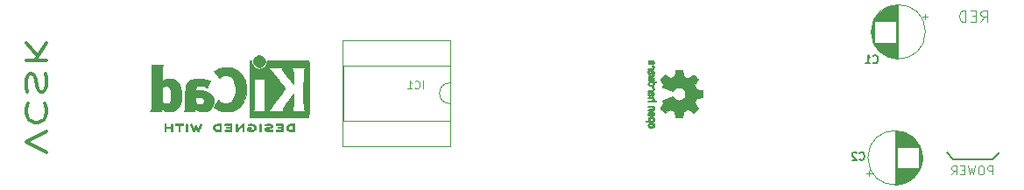
<source format=gbo>
G04 #@! TF.GenerationSoftware,KiCad,Pcbnew,5.1.4-e60b266~84~ubuntu18.04.1*
G04 #@! TF.CreationDate,2019-10-14T20:54:47+01:00*
G04 #@! TF.ProjectId,vcsk,7663736b-2e6b-4696-9361-645f70636258,rev?*
G04 #@! TF.SameCoordinates,Original*
G04 #@! TF.FileFunction,Legend,Bot*
G04 #@! TF.FilePolarity,Positive*
%FSLAX46Y46*%
G04 Gerber Fmt 4.6, Leading zero omitted, Abs format (unit mm)*
G04 Created by KiCad (PCBNEW 5.1.4-e60b266~84~ubuntu18.04.1) date 2019-10-14 20:54:47*
%MOMM*%
%LPD*%
G04 APERTURE LIST*
%ADD10C,0.300000*%
%ADD11C,0.010000*%
%ADD12C,0.120000*%
%ADD13C,0.152400*%
%ADD14C,0.150000*%
%ADD15C,0.106400*%
%ADD16C,0.091440*%
%ADD17C,0.071120*%
G04 APERTURE END LIST*
D10*
X103585238Y-110338571D02*
X101585238Y-109338571D01*
X103585238Y-108338571D01*
X101775714Y-105624285D02*
X101680476Y-105767142D01*
X101585238Y-106195714D01*
X101585238Y-106481428D01*
X101680476Y-106910000D01*
X101870952Y-107195714D01*
X102061428Y-107338571D01*
X102442380Y-107481428D01*
X102728095Y-107481428D01*
X103109047Y-107338571D01*
X103299523Y-107195714D01*
X103490000Y-106910000D01*
X103585238Y-106481428D01*
X103585238Y-106195714D01*
X103490000Y-105767142D01*
X103394761Y-105624285D01*
X101680476Y-104481428D02*
X101585238Y-104052857D01*
X101585238Y-103338571D01*
X101680476Y-103052857D01*
X101775714Y-102910000D01*
X101966190Y-102767142D01*
X102156666Y-102767142D01*
X102347142Y-102910000D01*
X102442380Y-103052857D01*
X102537619Y-103338571D01*
X102632857Y-103910000D01*
X102728095Y-104195714D01*
X102823333Y-104338571D01*
X103013809Y-104481428D01*
X103204285Y-104481428D01*
X103394761Y-104338571D01*
X103490000Y-104195714D01*
X103585238Y-103910000D01*
X103585238Y-103195714D01*
X103490000Y-102767142D01*
X101585238Y-101481428D02*
X103585238Y-101481428D01*
X101585238Y-99767142D02*
X102728095Y-101052857D01*
X103585238Y-99767142D02*
X102442380Y-101481428D01*
D11*
G36*
X166997652Y-104596090D02*
G01*
X166997222Y-104517546D01*
X166996058Y-104460702D01*
X166993793Y-104421895D01*
X166990060Y-104397462D01*
X166984494Y-104383738D01*
X166976727Y-104377060D01*
X166966395Y-104373764D01*
X166965057Y-104373444D01*
X166940921Y-104368438D01*
X166893299Y-104359171D01*
X166827259Y-104346608D01*
X166747872Y-104331713D01*
X166660204Y-104315449D01*
X166657125Y-104314881D01*
X166571211Y-104298590D01*
X166495304Y-104283348D01*
X166433955Y-104270139D01*
X166391718Y-104259946D01*
X166373145Y-104253752D01*
X166372816Y-104253457D01*
X166363747Y-104235212D01*
X166348633Y-104197595D01*
X166330738Y-104148729D01*
X166330642Y-104148457D01*
X166307507Y-104086907D01*
X166278035Y-104014343D01*
X166248403Y-103945943D01*
X166246938Y-103942706D01*
X166196374Y-103831298D01*
X166364840Y-103584601D01*
X166416197Y-103508923D01*
X166462111Y-103440369D01*
X166499970Y-103382912D01*
X166527163Y-103340524D01*
X166541079Y-103317175D01*
X166542111Y-103314958D01*
X166537516Y-103297990D01*
X166515345Y-103266299D01*
X166474553Y-103218648D01*
X166414095Y-103153802D01*
X166349773Y-103087603D01*
X166286388Y-103023786D01*
X166228549Y-102966671D01*
X166179825Y-102919695D01*
X166143790Y-102886297D01*
X166124016Y-102869915D01*
X166122998Y-102869306D01*
X166109428Y-102867495D01*
X166087267Y-102874317D01*
X166053522Y-102891460D01*
X166005200Y-102920607D01*
X165939308Y-102963445D01*
X165854483Y-103020552D01*
X165779823Y-103071234D01*
X165712860Y-103116539D01*
X165657484Y-103153850D01*
X165617580Y-103180548D01*
X165597038Y-103194015D01*
X165595644Y-103194863D01*
X165575962Y-103193219D01*
X165537707Y-103180755D01*
X165488111Y-103159952D01*
X165472272Y-103152538D01*
X165401710Y-103120186D01*
X165321647Y-103085672D01*
X165252371Y-103057635D01*
X165200955Y-103037432D01*
X165161881Y-103021385D01*
X165141459Y-103012112D01*
X165139886Y-103010959D01*
X165137279Y-102993904D01*
X165130137Y-102953702D01*
X165119477Y-102895698D01*
X165106315Y-102825237D01*
X165091667Y-102747665D01*
X165076551Y-102668328D01*
X165061982Y-102592569D01*
X165048978Y-102525736D01*
X165038555Y-102473172D01*
X165031730Y-102440224D01*
X165029801Y-102432143D01*
X165025038Y-102423795D01*
X165014282Y-102417494D01*
X164993902Y-102412955D01*
X164960266Y-102409896D01*
X164909745Y-102408033D01*
X164838708Y-102407082D01*
X164743524Y-102406760D01*
X164704508Y-102406743D01*
X164387201Y-102406743D01*
X164372161Y-102482943D01*
X164364005Y-102525337D01*
X164352101Y-102588600D01*
X164337884Y-102665038D01*
X164322790Y-102746957D01*
X164318645Y-102769600D01*
X164303947Y-102845194D01*
X164289495Y-102911047D01*
X164276625Y-102961634D01*
X164266678Y-102991426D01*
X164263713Y-102996388D01*
X164242717Y-103008574D01*
X164202033Y-103026047D01*
X164149678Y-103045423D01*
X164138400Y-103049266D01*
X164068477Y-103074661D01*
X163989582Y-103106183D01*
X163918734Y-103137031D01*
X163918405Y-103137183D01*
X163807267Y-103188553D01*
X163558747Y-103019601D01*
X163310228Y-102850648D01*
X163092942Y-103067571D01*
X163028274Y-103133181D01*
X162971267Y-103193021D01*
X162924967Y-103243733D01*
X162892416Y-103281954D01*
X162876657Y-103304325D01*
X162875657Y-103307534D01*
X162883531Y-103326374D01*
X162905422Y-103364820D01*
X162938733Y-103418670D01*
X162980869Y-103483724D01*
X163028057Y-103554060D01*
X163076190Y-103625445D01*
X163118072Y-103689092D01*
X163151129Y-103740959D01*
X163172782Y-103777005D01*
X163180457Y-103793133D01*
X163173963Y-103812811D01*
X163156850Y-103850125D01*
X163132674Y-103897379D01*
X163129987Y-103902388D01*
X163098073Y-103966023D01*
X163082421Y-104009659D01*
X163082255Y-104036798D01*
X163096796Y-104050943D01*
X163097000Y-104051025D01*
X163114221Y-104058095D01*
X163155101Y-104074958D01*
X163216475Y-104100305D01*
X163295181Y-104132829D01*
X163388053Y-104171222D01*
X163491928Y-104214178D01*
X163592498Y-104255778D01*
X163703484Y-104301496D01*
X163806297Y-104343474D01*
X163897785Y-104380452D01*
X163974799Y-104411173D01*
X164034185Y-104434378D01*
X164072791Y-104448810D01*
X164087200Y-104453257D01*
X164103728Y-104442104D01*
X164130070Y-104412931D01*
X164159113Y-104374029D01*
X164250961Y-104263243D01*
X164356241Y-104176649D01*
X164472734Y-104115284D01*
X164598224Y-104080185D01*
X164730493Y-104072392D01*
X164791543Y-104078057D01*
X164918205Y-104108922D01*
X165030059Y-104162080D01*
X165125999Y-104234233D01*
X165204924Y-104322083D01*
X165265730Y-104422335D01*
X165307313Y-104531690D01*
X165328572Y-104646853D01*
X165328401Y-104764525D01*
X165305699Y-104881410D01*
X165259362Y-104994211D01*
X165188287Y-105099631D01*
X165148089Y-105143632D01*
X165044871Y-105228021D01*
X164932075Y-105286778D01*
X164812990Y-105320296D01*
X164690905Y-105328965D01*
X164569107Y-105313177D01*
X164450884Y-105273322D01*
X164339525Y-105209793D01*
X164238316Y-105122979D01*
X164159113Y-105025971D01*
X164128838Y-104985563D01*
X164102781Y-104957018D01*
X164087175Y-104946743D01*
X164070157Y-104952123D01*
X164029500Y-104967425D01*
X163968358Y-104991388D01*
X163889881Y-105022756D01*
X163797220Y-105060268D01*
X163693528Y-105102667D01*
X163592474Y-105144337D01*
X163481393Y-105190310D01*
X163378459Y-105232893D01*
X163286835Y-105270779D01*
X163209684Y-105302660D01*
X163150169Y-105327229D01*
X163111456Y-105343180D01*
X163097000Y-105349090D01*
X163082315Y-105363052D01*
X163082358Y-105390060D01*
X163097901Y-105433587D01*
X163129716Y-105497110D01*
X163129987Y-105497612D01*
X163154677Y-105545440D01*
X163172662Y-105584103D01*
X163180386Y-105605905D01*
X163180457Y-105606867D01*
X163172622Y-105623279D01*
X163150835Y-105659513D01*
X163117672Y-105711526D01*
X163075709Y-105775275D01*
X163028057Y-105845940D01*
X162979809Y-105917884D01*
X162937849Y-105982726D01*
X162904773Y-106036265D01*
X162883179Y-106074303D01*
X162875657Y-106092467D01*
X162885543Y-106109192D01*
X162913174Y-106142820D01*
X162955505Y-106189990D01*
X163009495Y-106247342D01*
X163072101Y-106311516D01*
X163093017Y-106332503D01*
X163310377Y-106549501D01*
X163552780Y-106384332D01*
X163627219Y-106334136D01*
X163694028Y-106290081D01*
X163749335Y-106254638D01*
X163789271Y-106230281D01*
X163809964Y-106219478D01*
X163811437Y-106219162D01*
X163830942Y-106224857D01*
X163870178Y-106240174D01*
X163922570Y-106262463D01*
X163957645Y-106278107D01*
X164024799Y-106307359D01*
X164092642Y-106334906D01*
X164149966Y-106356263D01*
X164167428Y-106362065D01*
X164214062Y-106378548D01*
X164250095Y-106394660D01*
X164263713Y-106403510D01*
X164272048Y-106423040D01*
X164283863Y-106465666D01*
X164297819Y-106525855D01*
X164312578Y-106598078D01*
X164318645Y-106630400D01*
X164333727Y-106712478D01*
X164348331Y-106791205D01*
X164361020Y-106858891D01*
X164370358Y-106907840D01*
X164372161Y-106917057D01*
X164387201Y-106993257D01*
X164704508Y-106993257D01*
X164808846Y-106993086D01*
X164887787Y-106992384D01*
X164944962Y-106990866D01*
X164984001Y-106988251D01*
X165008535Y-106984254D01*
X165022195Y-106978591D01*
X165028611Y-106970980D01*
X165029801Y-106967857D01*
X165034020Y-106949022D01*
X165042438Y-106907412D01*
X165054039Y-106848370D01*
X165067805Y-106777243D01*
X165082720Y-106699375D01*
X165097768Y-106620113D01*
X165111931Y-106544802D01*
X165124194Y-106478787D01*
X165133539Y-106427413D01*
X165138950Y-106396025D01*
X165139886Y-106389041D01*
X165152404Y-106382715D01*
X165185754Y-106368710D01*
X165233623Y-106349645D01*
X165252371Y-106342366D01*
X165324805Y-106313004D01*
X165404830Y-106278429D01*
X165472272Y-106247463D01*
X165523841Y-106224677D01*
X165566215Y-106209518D01*
X165592166Y-106204458D01*
X165595644Y-106205264D01*
X165612064Y-106215959D01*
X165648583Y-106240380D01*
X165701313Y-106275905D01*
X165766365Y-106319913D01*
X165839849Y-106369783D01*
X165854355Y-106379644D01*
X165940296Y-106437508D01*
X166005739Y-106480044D01*
X166053696Y-106508946D01*
X166087180Y-106525910D01*
X166109205Y-106532633D01*
X166122783Y-106530810D01*
X166122869Y-106530764D01*
X166140703Y-106516414D01*
X166175183Y-106484677D01*
X166222732Y-106438990D01*
X166279778Y-106382796D01*
X166342745Y-106319532D01*
X166349773Y-106312398D01*
X166426980Y-106232670D01*
X166483670Y-106171143D01*
X166520890Y-106126579D01*
X166539685Y-106097743D01*
X166542111Y-106085042D01*
X166531529Y-106066506D01*
X166507084Y-106028039D01*
X166471388Y-105973614D01*
X166427053Y-105907202D01*
X166376689Y-105832775D01*
X166364840Y-105815399D01*
X166196374Y-105568703D01*
X166246938Y-105457294D01*
X166276405Y-105389543D01*
X166306041Y-105316817D01*
X166329670Y-105254297D01*
X166330642Y-105251543D01*
X166348543Y-105202640D01*
X166363680Y-105164943D01*
X166372790Y-105146575D01*
X166372816Y-105146544D01*
X166389283Y-105140715D01*
X166429781Y-105130808D01*
X166489758Y-105117805D01*
X166564660Y-105102691D01*
X166649936Y-105086448D01*
X166657125Y-105085119D01*
X166744986Y-105068825D01*
X166824740Y-105053867D01*
X166891319Y-105041209D01*
X166939653Y-105031814D01*
X166964675Y-105026646D01*
X166965057Y-105026556D01*
X166975701Y-105023411D01*
X166983738Y-105017296D01*
X166989533Y-105004547D01*
X166993453Y-104981500D01*
X166995865Y-104944491D01*
X166997135Y-104889856D01*
X166997629Y-104813933D01*
X166997714Y-104713056D01*
X166997714Y-104700000D01*
X166997652Y-104596090D01*
X166997652Y-104596090D01*
G37*
X166997652Y-104596090D02*
X166997222Y-104517546D01*
X166996058Y-104460702D01*
X166993793Y-104421895D01*
X166990060Y-104397462D01*
X166984494Y-104383738D01*
X166976727Y-104377060D01*
X166966395Y-104373764D01*
X166965057Y-104373444D01*
X166940921Y-104368438D01*
X166893299Y-104359171D01*
X166827259Y-104346608D01*
X166747872Y-104331713D01*
X166660204Y-104315449D01*
X166657125Y-104314881D01*
X166571211Y-104298590D01*
X166495304Y-104283348D01*
X166433955Y-104270139D01*
X166391718Y-104259946D01*
X166373145Y-104253752D01*
X166372816Y-104253457D01*
X166363747Y-104235212D01*
X166348633Y-104197595D01*
X166330738Y-104148729D01*
X166330642Y-104148457D01*
X166307507Y-104086907D01*
X166278035Y-104014343D01*
X166248403Y-103945943D01*
X166246938Y-103942706D01*
X166196374Y-103831298D01*
X166364840Y-103584601D01*
X166416197Y-103508923D01*
X166462111Y-103440369D01*
X166499970Y-103382912D01*
X166527163Y-103340524D01*
X166541079Y-103317175D01*
X166542111Y-103314958D01*
X166537516Y-103297990D01*
X166515345Y-103266299D01*
X166474553Y-103218648D01*
X166414095Y-103153802D01*
X166349773Y-103087603D01*
X166286388Y-103023786D01*
X166228549Y-102966671D01*
X166179825Y-102919695D01*
X166143790Y-102886297D01*
X166124016Y-102869915D01*
X166122998Y-102869306D01*
X166109428Y-102867495D01*
X166087267Y-102874317D01*
X166053522Y-102891460D01*
X166005200Y-102920607D01*
X165939308Y-102963445D01*
X165854483Y-103020552D01*
X165779823Y-103071234D01*
X165712860Y-103116539D01*
X165657484Y-103153850D01*
X165617580Y-103180548D01*
X165597038Y-103194015D01*
X165595644Y-103194863D01*
X165575962Y-103193219D01*
X165537707Y-103180755D01*
X165488111Y-103159952D01*
X165472272Y-103152538D01*
X165401710Y-103120186D01*
X165321647Y-103085672D01*
X165252371Y-103057635D01*
X165200955Y-103037432D01*
X165161881Y-103021385D01*
X165141459Y-103012112D01*
X165139886Y-103010959D01*
X165137279Y-102993904D01*
X165130137Y-102953702D01*
X165119477Y-102895698D01*
X165106315Y-102825237D01*
X165091667Y-102747665D01*
X165076551Y-102668328D01*
X165061982Y-102592569D01*
X165048978Y-102525736D01*
X165038555Y-102473172D01*
X165031730Y-102440224D01*
X165029801Y-102432143D01*
X165025038Y-102423795D01*
X165014282Y-102417494D01*
X164993902Y-102412955D01*
X164960266Y-102409896D01*
X164909745Y-102408033D01*
X164838708Y-102407082D01*
X164743524Y-102406760D01*
X164704508Y-102406743D01*
X164387201Y-102406743D01*
X164372161Y-102482943D01*
X164364005Y-102525337D01*
X164352101Y-102588600D01*
X164337884Y-102665038D01*
X164322790Y-102746957D01*
X164318645Y-102769600D01*
X164303947Y-102845194D01*
X164289495Y-102911047D01*
X164276625Y-102961634D01*
X164266678Y-102991426D01*
X164263713Y-102996388D01*
X164242717Y-103008574D01*
X164202033Y-103026047D01*
X164149678Y-103045423D01*
X164138400Y-103049266D01*
X164068477Y-103074661D01*
X163989582Y-103106183D01*
X163918734Y-103137031D01*
X163918405Y-103137183D01*
X163807267Y-103188553D01*
X163558747Y-103019601D01*
X163310228Y-102850648D01*
X163092942Y-103067571D01*
X163028274Y-103133181D01*
X162971267Y-103193021D01*
X162924967Y-103243733D01*
X162892416Y-103281954D01*
X162876657Y-103304325D01*
X162875657Y-103307534D01*
X162883531Y-103326374D01*
X162905422Y-103364820D01*
X162938733Y-103418670D01*
X162980869Y-103483724D01*
X163028057Y-103554060D01*
X163076190Y-103625445D01*
X163118072Y-103689092D01*
X163151129Y-103740959D01*
X163172782Y-103777005D01*
X163180457Y-103793133D01*
X163173963Y-103812811D01*
X163156850Y-103850125D01*
X163132674Y-103897379D01*
X163129987Y-103902388D01*
X163098073Y-103966023D01*
X163082421Y-104009659D01*
X163082255Y-104036798D01*
X163096796Y-104050943D01*
X163097000Y-104051025D01*
X163114221Y-104058095D01*
X163155101Y-104074958D01*
X163216475Y-104100305D01*
X163295181Y-104132829D01*
X163388053Y-104171222D01*
X163491928Y-104214178D01*
X163592498Y-104255778D01*
X163703484Y-104301496D01*
X163806297Y-104343474D01*
X163897785Y-104380452D01*
X163974799Y-104411173D01*
X164034185Y-104434378D01*
X164072791Y-104448810D01*
X164087200Y-104453257D01*
X164103728Y-104442104D01*
X164130070Y-104412931D01*
X164159113Y-104374029D01*
X164250961Y-104263243D01*
X164356241Y-104176649D01*
X164472734Y-104115284D01*
X164598224Y-104080185D01*
X164730493Y-104072392D01*
X164791543Y-104078057D01*
X164918205Y-104108922D01*
X165030059Y-104162080D01*
X165125999Y-104234233D01*
X165204924Y-104322083D01*
X165265730Y-104422335D01*
X165307313Y-104531690D01*
X165328572Y-104646853D01*
X165328401Y-104764525D01*
X165305699Y-104881410D01*
X165259362Y-104994211D01*
X165188287Y-105099631D01*
X165148089Y-105143632D01*
X165044871Y-105228021D01*
X164932075Y-105286778D01*
X164812990Y-105320296D01*
X164690905Y-105328965D01*
X164569107Y-105313177D01*
X164450884Y-105273322D01*
X164339525Y-105209793D01*
X164238316Y-105122979D01*
X164159113Y-105025971D01*
X164128838Y-104985563D01*
X164102781Y-104957018D01*
X164087175Y-104946743D01*
X164070157Y-104952123D01*
X164029500Y-104967425D01*
X163968358Y-104991388D01*
X163889881Y-105022756D01*
X163797220Y-105060268D01*
X163693528Y-105102667D01*
X163592474Y-105144337D01*
X163481393Y-105190310D01*
X163378459Y-105232893D01*
X163286835Y-105270779D01*
X163209684Y-105302660D01*
X163150169Y-105327229D01*
X163111456Y-105343180D01*
X163097000Y-105349090D01*
X163082315Y-105363052D01*
X163082358Y-105390060D01*
X163097901Y-105433587D01*
X163129716Y-105497110D01*
X163129987Y-105497612D01*
X163154677Y-105545440D01*
X163172662Y-105584103D01*
X163180386Y-105605905D01*
X163180457Y-105606867D01*
X163172622Y-105623279D01*
X163150835Y-105659513D01*
X163117672Y-105711526D01*
X163075709Y-105775275D01*
X163028057Y-105845940D01*
X162979809Y-105917884D01*
X162937849Y-105982726D01*
X162904773Y-106036265D01*
X162883179Y-106074303D01*
X162875657Y-106092467D01*
X162885543Y-106109192D01*
X162913174Y-106142820D01*
X162955505Y-106189990D01*
X163009495Y-106247342D01*
X163072101Y-106311516D01*
X163093017Y-106332503D01*
X163310377Y-106549501D01*
X163552780Y-106384332D01*
X163627219Y-106334136D01*
X163694028Y-106290081D01*
X163749335Y-106254638D01*
X163789271Y-106230281D01*
X163809964Y-106219478D01*
X163811437Y-106219162D01*
X163830942Y-106224857D01*
X163870178Y-106240174D01*
X163922570Y-106262463D01*
X163957645Y-106278107D01*
X164024799Y-106307359D01*
X164092642Y-106334906D01*
X164149966Y-106356263D01*
X164167428Y-106362065D01*
X164214062Y-106378548D01*
X164250095Y-106394660D01*
X164263713Y-106403510D01*
X164272048Y-106423040D01*
X164283863Y-106465666D01*
X164297819Y-106525855D01*
X164312578Y-106598078D01*
X164318645Y-106630400D01*
X164333727Y-106712478D01*
X164348331Y-106791205D01*
X164361020Y-106858891D01*
X164370358Y-106907840D01*
X164372161Y-106917057D01*
X164387201Y-106993257D01*
X164704508Y-106993257D01*
X164808846Y-106993086D01*
X164887787Y-106992384D01*
X164944962Y-106990866D01*
X164984001Y-106988251D01*
X165008535Y-106984254D01*
X165022195Y-106978591D01*
X165028611Y-106970980D01*
X165029801Y-106967857D01*
X165034020Y-106949022D01*
X165042438Y-106907412D01*
X165054039Y-106848370D01*
X165067805Y-106777243D01*
X165082720Y-106699375D01*
X165097768Y-106620113D01*
X165111931Y-106544802D01*
X165124194Y-106478787D01*
X165133539Y-106427413D01*
X165138950Y-106396025D01*
X165139886Y-106389041D01*
X165152404Y-106382715D01*
X165185754Y-106368710D01*
X165233623Y-106349645D01*
X165252371Y-106342366D01*
X165324805Y-106313004D01*
X165404830Y-106278429D01*
X165472272Y-106247463D01*
X165523841Y-106224677D01*
X165566215Y-106209518D01*
X165592166Y-106204458D01*
X165595644Y-106205264D01*
X165612064Y-106215959D01*
X165648583Y-106240380D01*
X165701313Y-106275905D01*
X165766365Y-106319913D01*
X165839849Y-106369783D01*
X165854355Y-106379644D01*
X165940296Y-106437508D01*
X166005739Y-106480044D01*
X166053696Y-106508946D01*
X166087180Y-106525910D01*
X166109205Y-106532633D01*
X166122783Y-106530810D01*
X166122869Y-106530764D01*
X166140703Y-106516414D01*
X166175183Y-106484677D01*
X166222732Y-106438990D01*
X166279778Y-106382796D01*
X166342745Y-106319532D01*
X166349773Y-106312398D01*
X166426980Y-106232670D01*
X166483670Y-106171143D01*
X166520890Y-106126579D01*
X166539685Y-106097743D01*
X166542111Y-106085042D01*
X166531529Y-106066506D01*
X166507084Y-106028039D01*
X166471388Y-105973614D01*
X166427053Y-105907202D01*
X166376689Y-105832775D01*
X166364840Y-105815399D01*
X166196374Y-105568703D01*
X166246938Y-105457294D01*
X166276405Y-105389543D01*
X166306041Y-105316817D01*
X166329670Y-105254297D01*
X166330642Y-105251543D01*
X166348543Y-105202640D01*
X166363680Y-105164943D01*
X166372790Y-105146575D01*
X166372816Y-105146544D01*
X166389283Y-105140715D01*
X166429781Y-105130808D01*
X166489758Y-105117805D01*
X166564660Y-105102691D01*
X166649936Y-105086448D01*
X166657125Y-105085119D01*
X166744986Y-105068825D01*
X166824740Y-105053867D01*
X166891319Y-105041209D01*
X166939653Y-105031814D01*
X166964675Y-105026646D01*
X166965057Y-105026556D01*
X166975701Y-105023411D01*
X166983738Y-105017296D01*
X166989533Y-105004547D01*
X166993453Y-104981500D01*
X166995865Y-104944491D01*
X166997135Y-104889856D01*
X166997629Y-104813933D01*
X166997714Y-104713056D01*
X166997714Y-104700000D01*
X166997652Y-104596090D01*
G36*
X162273034Y-101546405D02*
G01*
X162235503Y-101488979D01*
X162201904Y-101461281D01*
X162140936Y-101439338D01*
X162092692Y-101437595D01*
X162028184Y-101441543D01*
X161963066Y-101590314D01*
X161929798Y-101662651D01*
X161903036Y-101709916D01*
X161879856Y-101734493D01*
X161857333Y-101738763D01*
X161832545Y-101725111D01*
X161816114Y-101710057D01*
X161789765Y-101666254D01*
X161787919Y-101618611D01*
X161808454Y-101574855D01*
X161849248Y-101542711D01*
X161863653Y-101536962D01*
X161908644Y-101509424D01*
X161927818Y-101477742D01*
X161944221Y-101434286D01*
X161882034Y-101434286D01*
X161839717Y-101438128D01*
X161804031Y-101453177D01*
X161763057Y-101484720D01*
X161757733Y-101489408D01*
X161721280Y-101524494D01*
X161701717Y-101554653D01*
X161692717Y-101592385D01*
X161689770Y-101623665D01*
X161689035Y-101679615D01*
X161698340Y-101719445D01*
X161712154Y-101744292D01*
X161742533Y-101783344D01*
X161775387Y-101810375D01*
X161816706Y-101827483D01*
X161872479Y-101836762D01*
X161948695Y-101840307D01*
X161987378Y-101840590D01*
X162033753Y-101839628D01*
X162033753Y-101751993D01*
X162008874Y-101750977D01*
X162004800Y-101748444D01*
X162010335Y-101731726D01*
X162024983Y-101695751D01*
X162045810Y-101647669D01*
X162050286Y-101637614D01*
X162081186Y-101576848D01*
X162108343Y-101543368D01*
X162133780Y-101536010D01*
X162159519Y-101553609D01*
X162170891Y-101568144D01*
X162193636Y-101620590D01*
X162189878Y-101669678D01*
X162162116Y-101710773D01*
X162112848Y-101739242D01*
X162073743Y-101748369D01*
X162033753Y-101751993D01*
X162033753Y-101839628D01*
X162077751Y-101838715D01*
X162144616Y-101831804D01*
X162193305Y-101818116D01*
X162229151Y-101795904D01*
X162257487Y-101763426D01*
X162266645Y-101749267D01*
X162290493Y-101684947D01*
X162291994Y-101614527D01*
X162273034Y-101546405D01*
X162273034Y-101546405D01*
G37*
X162273034Y-101546405D02*
X162235503Y-101488979D01*
X162201904Y-101461281D01*
X162140936Y-101439338D01*
X162092692Y-101437595D01*
X162028184Y-101441543D01*
X161963066Y-101590314D01*
X161929798Y-101662651D01*
X161903036Y-101709916D01*
X161879856Y-101734493D01*
X161857333Y-101738763D01*
X161832545Y-101725111D01*
X161816114Y-101710057D01*
X161789765Y-101666254D01*
X161787919Y-101618611D01*
X161808454Y-101574855D01*
X161849248Y-101542711D01*
X161863653Y-101536962D01*
X161908644Y-101509424D01*
X161927818Y-101477742D01*
X161944221Y-101434286D01*
X161882034Y-101434286D01*
X161839717Y-101438128D01*
X161804031Y-101453177D01*
X161763057Y-101484720D01*
X161757733Y-101489408D01*
X161721280Y-101524494D01*
X161701717Y-101554653D01*
X161692717Y-101592385D01*
X161689770Y-101623665D01*
X161689035Y-101679615D01*
X161698340Y-101719445D01*
X161712154Y-101744292D01*
X161742533Y-101783344D01*
X161775387Y-101810375D01*
X161816706Y-101827483D01*
X161872479Y-101836762D01*
X161948695Y-101840307D01*
X161987378Y-101840590D01*
X162033753Y-101839628D01*
X162033753Y-101751993D01*
X162008874Y-101750977D01*
X162004800Y-101748444D01*
X162010335Y-101731726D01*
X162024983Y-101695751D01*
X162045810Y-101647669D01*
X162050286Y-101637614D01*
X162081186Y-101576848D01*
X162108343Y-101543368D01*
X162133780Y-101536010D01*
X162159519Y-101553609D01*
X162170891Y-101568144D01*
X162193636Y-101620590D01*
X162189878Y-101669678D01*
X162162116Y-101710773D01*
X162112848Y-101739242D01*
X162073743Y-101748369D01*
X162033753Y-101751993D01*
X162033753Y-101839628D01*
X162077751Y-101838715D01*
X162144616Y-101831804D01*
X162193305Y-101818116D01*
X162229151Y-101795904D01*
X162257487Y-101763426D01*
X162266645Y-101749267D01*
X162290493Y-101684947D01*
X162291994Y-101614527D01*
X162273034Y-101546405D01*
G36*
X162281248Y-102047400D02*
G01*
X162273666Y-102030052D01*
X162240872Y-101988644D01*
X162193453Y-101953235D01*
X162142849Y-101931336D01*
X162117902Y-101927771D01*
X162083073Y-101939721D01*
X162064643Y-101965933D01*
X162053484Y-101994036D01*
X162051428Y-102006905D01*
X162066351Y-102013171D01*
X162098825Y-102025544D01*
X162113498Y-102030972D01*
X162164256Y-102061410D01*
X162189573Y-102105480D01*
X162188794Y-102161990D01*
X162187797Y-102166175D01*
X162173493Y-102196345D01*
X162145607Y-102218524D01*
X162100713Y-102233673D01*
X162035385Y-102242750D01*
X161946196Y-102246714D01*
X161898739Y-102247086D01*
X161823929Y-102247270D01*
X161772931Y-102248478D01*
X161740529Y-102251691D01*
X161721505Y-102257891D01*
X161710644Y-102268060D01*
X161702728Y-102283181D01*
X161702330Y-102284054D01*
X161690019Y-102313172D01*
X161685486Y-102327597D01*
X161699191Y-102329814D01*
X161737075Y-102331711D01*
X161794285Y-102333153D01*
X161865973Y-102334002D01*
X161918435Y-102334171D01*
X162019953Y-102333308D01*
X162096968Y-102329930D01*
X162153977Y-102322858D01*
X162195474Y-102310912D01*
X162225957Y-102292910D01*
X162249920Y-102267673D01*
X162266645Y-102242753D01*
X162288903Y-102182829D01*
X162293924Y-102113089D01*
X162281248Y-102047400D01*
X162281248Y-102047400D01*
G37*
X162281248Y-102047400D02*
X162273666Y-102030052D01*
X162240872Y-101988644D01*
X162193453Y-101953235D01*
X162142849Y-101931336D01*
X162117902Y-101927771D01*
X162083073Y-101939721D01*
X162064643Y-101965933D01*
X162053484Y-101994036D01*
X162051428Y-102006905D01*
X162066351Y-102013171D01*
X162098825Y-102025544D01*
X162113498Y-102030972D01*
X162164256Y-102061410D01*
X162189573Y-102105480D01*
X162188794Y-102161990D01*
X162187797Y-102166175D01*
X162173493Y-102196345D01*
X162145607Y-102218524D01*
X162100713Y-102233673D01*
X162035385Y-102242750D01*
X161946196Y-102246714D01*
X161898739Y-102247086D01*
X161823929Y-102247270D01*
X161772931Y-102248478D01*
X161740529Y-102251691D01*
X161721505Y-102257891D01*
X161710644Y-102268060D01*
X161702728Y-102283181D01*
X161702330Y-102284054D01*
X161690019Y-102313172D01*
X161685486Y-102327597D01*
X161699191Y-102329814D01*
X161737075Y-102331711D01*
X161794285Y-102333153D01*
X161865973Y-102334002D01*
X161918435Y-102334171D01*
X162019953Y-102333308D01*
X162096968Y-102329930D01*
X162153977Y-102322858D01*
X162195474Y-102310912D01*
X162225957Y-102292910D01*
X162249920Y-102267673D01*
X162266645Y-102242753D01*
X162288903Y-102182829D01*
X162293924Y-102113089D01*
X162281248Y-102047400D01*
G36*
X162283665Y-102555124D02*
G01*
X162264656Y-102513333D01*
X162241622Y-102480531D01*
X162215867Y-102456497D01*
X162182642Y-102439903D01*
X162137200Y-102429423D01*
X162074793Y-102423729D01*
X161990673Y-102421493D01*
X161935279Y-102421257D01*
X161719174Y-102421257D01*
X161702330Y-102458226D01*
X161690019Y-102487344D01*
X161685486Y-102501769D01*
X161698975Y-102504528D01*
X161735347Y-102506718D01*
X161788458Y-102508058D01*
X161830628Y-102508343D01*
X161891553Y-102509566D01*
X161939885Y-102512864D01*
X161969482Y-102517679D01*
X161975771Y-102521504D01*
X161969348Y-102547217D01*
X161952875Y-102587582D01*
X161930542Y-102634321D01*
X161906543Y-102679155D01*
X161885070Y-102713807D01*
X161870315Y-102729998D01*
X161870155Y-102730062D01*
X161842848Y-102728670D01*
X161816781Y-102716182D01*
X161795608Y-102694257D01*
X161788526Y-102662257D01*
X161789351Y-102634908D01*
X161789958Y-102596174D01*
X161780884Y-102575842D01*
X161756908Y-102563631D01*
X161752387Y-102562091D01*
X161718194Y-102556797D01*
X161697432Y-102570953D01*
X161687538Y-102607852D01*
X161685708Y-102647711D01*
X161699273Y-102719438D01*
X161718645Y-102756568D01*
X161764155Y-102802424D01*
X161820017Y-102826744D01*
X161879043Y-102828927D01*
X161934047Y-102808371D01*
X161968514Y-102777451D01*
X161987811Y-102746580D01*
X162012241Y-102698058D01*
X162037015Y-102641515D01*
X162040801Y-102632090D01*
X162068209Y-102569981D01*
X162092366Y-102534178D01*
X162116381Y-102522663D01*
X162143365Y-102533420D01*
X162164457Y-102551886D01*
X162190428Y-102595531D01*
X162192376Y-102643554D01*
X162172363Y-102687594D01*
X162132449Y-102719291D01*
X162122152Y-102723451D01*
X162084276Y-102747673D01*
X162056158Y-102783035D01*
X162033083Y-102827657D01*
X162098515Y-102827657D01*
X162138494Y-102825031D01*
X162170003Y-102813770D01*
X162203622Y-102788801D01*
X162229516Y-102764831D01*
X162266183Y-102727559D01*
X162285879Y-102698599D01*
X162293780Y-102667495D01*
X162295086Y-102632287D01*
X162283665Y-102555124D01*
X162283665Y-102555124D01*
G37*
X162283665Y-102555124D02*
X162264656Y-102513333D01*
X162241622Y-102480531D01*
X162215867Y-102456497D01*
X162182642Y-102439903D01*
X162137200Y-102429423D01*
X162074793Y-102423729D01*
X161990673Y-102421493D01*
X161935279Y-102421257D01*
X161719174Y-102421257D01*
X161702330Y-102458226D01*
X161690019Y-102487344D01*
X161685486Y-102501769D01*
X161698975Y-102504528D01*
X161735347Y-102506718D01*
X161788458Y-102508058D01*
X161830628Y-102508343D01*
X161891553Y-102509566D01*
X161939885Y-102512864D01*
X161969482Y-102517679D01*
X161975771Y-102521504D01*
X161969348Y-102547217D01*
X161952875Y-102587582D01*
X161930542Y-102634321D01*
X161906543Y-102679155D01*
X161885070Y-102713807D01*
X161870315Y-102729998D01*
X161870155Y-102730062D01*
X161842848Y-102728670D01*
X161816781Y-102716182D01*
X161795608Y-102694257D01*
X161788526Y-102662257D01*
X161789351Y-102634908D01*
X161789958Y-102596174D01*
X161780884Y-102575842D01*
X161756908Y-102563631D01*
X161752387Y-102562091D01*
X161718194Y-102556797D01*
X161697432Y-102570953D01*
X161687538Y-102607852D01*
X161685708Y-102647711D01*
X161699273Y-102719438D01*
X161718645Y-102756568D01*
X161764155Y-102802424D01*
X161820017Y-102826744D01*
X161879043Y-102828927D01*
X161934047Y-102808371D01*
X161968514Y-102777451D01*
X161987811Y-102746580D01*
X162012241Y-102698058D01*
X162037015Y-102641515D01*
X162040801Y-102632090D01*
X162068209Y-102569981D01*
X162092366Y-102534178D01*
X162116381Y-102522663D01*
X162143365Y-102533420D01*
X162164457Y-102551886D01*
X162190428Y-102595531D01*
X162192376Y-102643554D01*
X162172363Y-102687594D01*
X162132449Y-102719291D01*
X162122152Y-102723451D01*
X162084276Y-102747673D01*
X162056158Y-102783035D01*
X162033083Y-102827657D01*
X162098515Y-102827657D01*
X162138494Y-102825031D01*
X162170003Y-102813770D01*
X162203622Y-102788801D01*
X162229516Y-102764831D01*
X162266183Y-102727559D01*
X162285879Y-102698599D01*
X162293780Y-102667495D01*
X162295086Y-102632287D01*
X162283665Y-102555124D01*
G36*
X162281337Y-102920167D02*
G01*
X162243150Y-102917952D01*
X162185114Y-102916216D01*
X162111820Y-102915101D01*
X162034945Y-102914743D01*
X161774804Y-102914743D01*
X161728873Y-102960674D01*
X161700571Y-102992325D01*
X161689107Y-103020110D01*
X161689832Y-103058085D01*
X161691679Y-103073160D01*
X161697052Y-103120274D01*
X161700131Y-103159244D01*
X161700415Y-103168743D01*
X161698555Y-103200767D01*
X161693886Y-103246568D01*
X161691679Y-103264326D01*
X161688265Y-103307943D01*
X161695680Y-103337255D01*
X161718573Y-103366320D01*
X161728873Y-103376812D01*
X161774804Y-103422743D01*
X162261398Y-103422743D01*
X162278242Y-103385774D01*
X162290718Y-103353941D01*
X162295086Y-103335317D01*
X162281282Y-103330542D01*
X162242714Y-103326079D01*
X162183644Y-103322225D01*
X162108337Y-103319278D01*
X162044714Y-103317857D01*
X161794343Y-103313886D01*
X161789444Y-103279241D01*
X161792869Y-103247732D01*
X161803959Y-103232292D01*
X161824692Y-103227977D01*
X161868855Y-103224292D01*
X161930854Y-103221531D01*
X162005091Y-103219988D01*
X162043294Y-103219765D01*
X162263217Y-103219543D01*
X162279151Y-103173834D01*
X162289985Y-103141482D01*
X162295038Y-103123885D01*
X162295086Y-103123377D01*
X162281352Y-103121612D01*
X162243270Y-103119671D01*
X162185518Y-103117718D01*
X162112773Y-103115916D01*
X162044714Y-103114657D01*
X161794343Y-103110686D01*
X161794343Y-103023600D01*
X162022760Y-103019604D01*
X162251178Y-103015608D01*
X162273132Y-102973153D01*
X162288207Y-102941808D01*
X162295049Y-102923256D01*
X162295086Y-102922721D01*
X162281337Y-102920167D01*
X162281337Y-102920167D01*
G37*
X162281337Y-102920167D02*
X162243150Y-102917952D01*
X162185114Y-102916216D01*
X162111820Y-102915101D01*
X162034945Y-102914743D01*
X161774804Y-102914743D01*
X161728873Y-102960674D01*
X161700571Y-102992325D01*
X161689107Y-103020110D01*
X161689832Y-103058085D01*
X161691679Y-103073160D01*
X161697052Y-103120274D01*
X161700131Y-103159244D01*
X161700415Y-103168743D01*
X161698555Y-103200767D01*
X161693886Y-103246568D01*
X161691679Y-103264326D01*
X161688265Y-103307943D01*
X161695680Y-103337255D01*
X161718573Y-103366320D01*
X161728873Y-103376812D01*
X161774804Y-103422743D01*
X162261398Y-103422743D01*
X162278242Y-103385774D01*
X162290718Y-103353941D01*
X162295086Y-103335317D01*
X162281282Y-103330542D01*
X162242714Y-103326079D01*
X162183644Y-103322225D01*
X162108337Y-103319278D01*
X162044714Y-103317857D01*
X161794343Y-103313886D01*
X161789444Y-103279241D01*
X161792869Y-103247732D01*
X161803959Y-103232292D01*
X161824692Y-103227977D01*
X161868855Y-103224292D01*
X161930854Y-103221531D01*
X162005091Y-103219988D01*
X162043294Y-103219765D01*
X162263217Y-103219543D01*
X162279151Y-103173834D01*
X162289985Y-103141482D01*
X162295038Y-103123885D01*
X162295086Y-103123377D01*
X162281352Y-103121612D01*
X162243270Y-103119671D01*
X162185518Y-103117718D01*
X162112773Y-103115916D01*
X162044714Y-103114657D01*
X161794343Y-103110686D01*
X161794343Y-103023600D01*
X162022760Y-103019604D01*
X162251178Y-103015608D01*
X162273132Y-102973153D01*
X162288207Y-102941808D01*
X162295049Y-102923256D01*
X162295086Y-102922721D01*
X162281337Y-102920167D01*
G36*
X162174642Y-103509883D02*
G01*
X162066163Y-103510067D01*
X161982713Y-103510781D01*
X161920296Y-103512325D01*
X161874915Y-103514999D01*
X161842571Y-103519106D01*
X161819267Y-103524945D01*
X161801005Y-103532818D01*
X161790582Y-103538779D01*
X161734055Y-103588145D01*
X161698623Y-103650736D01*
X161685910Y-103719987D01*
X161697537Y-103789332D01*
X161718432Y-103830625D01*
X161754578Y-103873975D01*
X161798724Y-103903519D01*
X161856538Y-103921345D01*
X161933687Y-103929537D01*
X161990286Y-103930698D01*
X161994353Y-103930542D01*
X161994353Y-103829143D01*
X161929450Y-103828524D01*
X161886486Y-103825686D01*
X161858378Y-103819160D01*
X161838047Y-103807477D01*
X161822712Y-103793517D01*
X161793110Y-103746635D01*
X161790581Y-103696299D01*
X161815295Y-103648724D01*
X161818644Y-103645021D01*
X161836065Y-103629217D01*
X161856791Y-103619307D01*
X161887638Y-103613942D01*
X161935423Y-103611772D01*
X161988252Y-103611429D01*
X162054619Y-103612173D01*
X162098894Y-103615252D01*
X162127991Y-103621939D01*
X162148827Y-103633504D01*
X162159893Y-103642987D01*
X162187802Y-103687040D01*
X162191157Y-103737776D01*
X162169841Y-103786204D01*
X162161927Y-103795550D01*
X162144353Y-103811460D01*
X162123413Y-103821390D01*
X162092218Y-103826722D01*
X162043878Y-103828837D01*
X161994353Y-103829143D01*
X161994353Y-103930542D01*
X162081432Y-103927190D01*
X162149914Y-103915274D01*
X162201400Y-103892865D01*
X162241557Y-103857876D01*
X162262139Y-103830625D01*
X162284375Y-103781093D01*
X162294696Y-103723684D01*
X162291933Y-103670318D01*
X162280788Y-103640457D01*
X162277617Y-103628739D01*
X162289443Y-103620963D01*
X162321134Y-103615535D01*
X162369407Y-103611429D01*
X162423171Y-103606933D01*
X162455518Y-103600687D01*
X162474015Y-103589324D01*
X162486230Y-103569472D01*
X162491638Y-103557000D01*
X162511399Y-103509829D01*
X162174642Y-103509883D01*
X162174642Y-103509883D01*
G37*
X162174642Y-103509883D02*
X162066163Y-103510067D01*
X161982713Y-103510781D01*
X161920296Y-103512325D01*
X161874915Y-103514999D01*
X161842571Y-103519106D01*
X161819267Y-103524945D01*
X161801005Y-103532818D01*
X161790582Y-103538779D01*
X161734055Y-103588145D01*
X161698623Y-103650736D01*
X161685910Y-103719987D01*
X161697537Y-103789332D01*
X161718432Y-103830625D01*
X161754578Y-103873975D01*
X161798724Y-103903519D01*
X161856538Y-103921345D01*
X161933687Y-103929537D01*
X161990286Y-103930698D01*
X161994353Y-103930542D01*
X161994353Y-103829143D01*
X161929450Y-103828524D01*
X161886486Y-103825686D01*
X161858378Y-103819160D01*
X161838047Y-103807477D01*
X161822712Y-103793517D01*
X161793110Y-103746635D01*
X161790581Y-103696299D01*
X161815295Y-103648724D01*
X161818644Y-103645021D01*
X161836065Y-103629217D01*
X161856791Y-103619307D01*
X161887638Y-103613942D01*
X161935423Y-103611772D01*
X161988252Y-103611429D01*
X162054619Y-103612173D01*
X162098894Y-103615252D01*
X162127991Y-103621939D01*
X162148827Y-103633504D01*
X162159893Y-103642987D01*
X162187802Y-103687040D01*
X162191157Y-103737776D01*
X162169841Y-103786204D01*
X162161927Y-103795550D01*
X162144353Y-103811460D01*
X162123413Y-103821390D01*
X162092218Y-103826722D01*
X162043878Y-103828837D01*
X161994353Y-103829143D01*
X161994353Y-103930542D01*
X162081432Y-103927190D01*
X162149914Y-103915274D01*
X162201400Y-103892865D01*
X162241557Y-103857876D01*
X162262139Y-103830625D01*
X162284375Y-103781093D01*
X162294696Y-103723684D01*
X162291933Y-103670318D01*
X162280788Y-103640457D01*
X162277617Y-103628739D01*
X162289443Y-103620963D01*
X162321134Y-103615535D01*
X162369407Y-103611429D01*
X162423171Y-103606933D01*
X162455518Y-103600687D01*
X162474015Y-103589324D01*
X162486230Y-103569472D01*
X162491638Y-103557000D01*
X162511399Y-103509829D01*
X162174642Y-103509883D01*
G36*
X162290245Y-104170074D02*
G01*
X162265916Y-104104142D01*
X162222883Y-104050727D01*
X162192591Y-104029836D01*
X162137006Y-104007061D01*
X162096814Y-104007534D01*
X162069783Y-104031438D01*
X162065187Y-104040283D01*
X162050856Y-104078470D01*
X162054528Y-104097972D01*
X162078593Y-104104578D01*
X162091886Y-104104914D01*
X162140790Y-104117008D01*
X162175001Y-104148529D01*
X162191524Y-104192341D01*
X162187366Y-104241305D01*
X162165773Y-104281106D01*
X162153456Y-104294550D01*
X162138513Y-104304079D01*
X162115925Y-104310515D01*
X162080672Y-104314683D01*
X162027734Y-104317403D01*
X161952093Y-104319498D01*
X161928143Y-104320040D01*
X161846210Y-104322019D01*
X161788545Y-104324269D01*
X161750392Y-104327643D01*
X161726996Y-104332994D01*
X161713602Y-104341176D01*
X161705455Y-104353041D01*
X161701856Y-104360638D01*
X161689548Y-104392898D01*
X161685486Y-104411889D01*
X161699052Y-104418164D01*
X161740066Y-104421994D01*
X161809001Y-104423400D01*
X161906331Y-104422402D01*
X161921343Y-104422092D01*
X162010141Y-104419899D01*
X162074981Y-104417307D01*
X162120933Y-104413618D01*
X162153065Y-104408136D01*
X162176447Y-104400165D01*
X162196148Y-104389007D01*
X162204590Y-104383170D01*
X162241943Y-104349704D01*
X162270997Y-104312273D01*
X162273533Y-104307691D01*
X162293557Y-104240574D01*
X162290245Y-104170074D01*
X162290245Y-104170074D01*
G37*
X162290245Y-104170074D02*
X162265916Y-104104142D01*
X162222883Y-104050727D01*
X162192591Y-104029836D01*
X162137006Y-104007061D01*
X162096814Y-104007534D01*
X162069783Y-104031438D01*
X162065187Y-104040283D01*
X162050856Y-104078470D01*
X162054528Y-104097972D01*
X162078593Y-104104578D01*
X162091886Y-104104914D01*
X162140790Y-104117008D01*
X162175001Y-104148529D01*
X162191524Y-104192341D01*
X162187366Y-104241305D01*
X162165773Y-104281106D01*
X162153456Y-104294550D01*
X162138513Y-104304079D01*
X162115925Y-104310515D01*
X162080672Y-104314683D01*
X162027734Y-104317403D01*
X161952093Y-104319498D01*
X161928143Y-104320040D01*
X161846210Y-104322019D01*
X161788545Y-104324269D01*
X161750392Y-104327643D01*
X161726996Y-104332994D01*
X161713602Y-104341176D01*
X161705455Y-104353041D01*
X161701856Y-104360638D01*
X161689548Y-104392898D01*
X161685486Y-104411889D01*
X161699052Y-104418164D01*
X161740066Y-104421994D01*
X161809001Y-104423400D01*
X161906331Y-104422402D01*
X161921343Y-104422092D01*
X162010141Y-104419899D01*
X162074981Y-104417307D01*
X162120933Y-104413618D01*
X162153065Y-104408136D01*
X162176447Y-104400165D01*
X162196148Y-104389007D01*
X162204590Y-104383170D01*
X162241943Y-104349704D01*
X162270997Y-104312273D01*
X162273533Y-104307691D01*
X162293557Y-104240574D01*
X162290245Y-104170074D01*
G36*
X162289032Y-104660256D02*
G01*
X162267913Y-104603384D01*
X162267507Y-104602733D01*
X162241620Y-104567560D01*
X162211367Y-104541593D01*
X162171942Y-104523330D01*
X162118538Y-104511268D01*
X162046349Y-104503904D01*
X161950568Y-104499736D01*
X161936922Y-104499371D01*
X161731158Y-104494124D01*
X161708322Y-104538284D01*
X161692890Y-104570237D01*
X161685577Y-104589530D01*
X161685486Y-104590422D01*
X161698978Y-104593761D01*
X161735374Y-104596413D01*
X161788548Y-104598044D01*
X161831607Y-104598400D01*
X161901359Y-104598408D01*
X161945163Y-104601597D01*
X161966056Y-104612712D01*
X161967075Y-104636499D01*
X161951259Y-104677704D01*
X161922185Y-104739914D01*
X161898037Y-104785659D01*
X161877087Y-104809187D01*
X161854253Y-104816104D01*
X161853123Y-104816114D01*
X161813788Y-104804701D01*
X161792538Y-104770908D01*
X161789461Y-104719191D01*
X161789994Y-104681939D01*
X161779265Y-104662297D01*
X161753495Y-104650048D01*
X161720663Y-104642998D01*
X161702034Y-104653158D01*
X161699368Y-104656983D01*
X161688660Y-104692999D01*
X161687144Y-104743434D01*
X161694241Y-104795374D01*
X161707212Y-104832178D01*
X161750415Y-104883062D01*
X161810554Y-104911986D01*
X161857538Y-104917714D01*
X161899918Y-104913343D01*
X161934512Y-104897525D01*
X161965237Y-104866203D01*
X161996010Y-104815322D01*
X162030748Y-104740824D01*
X162032712Y-104736286D01*
X162063713Y-104669179D01*
X162089138Y-104627768D01*
X162111986Y-104610019D01*
X162135255Y-104613893D01*
X162161944Y-104637357D01*
X162168086Y-104644373D01*
X162191900Y-104691370D01*
X162190897Y-104740067D01*
X162167549Y-104782478D01*
X162124325Y-104810616D01*
X162115840Y-104813231D01*
X162074692Y-104838692D01*
X162054872Y-104870999D01*
X162035230Y-104917714D01*
X162086050Y-104917714D01*
X162159918Y-104903504D01*
X162227673Y-104861325D01*
X162250339Y-104839376D01*
X162279431Y-104789483D01*
X162292600Y-104726033D01*
X162289032Y-104660256D01*
X162289032Y-104660256D01*
G37*
X162289032Y-104660256D02*
X162267913Y-104603384D01*
X162267507Y-104602733D01*
X162241620Y-104567560D01*
X162211367Y-104541593D01*
X162171942Y-104523330D01*
X162118538Y-104511268D01*
X162046349Y-104503904D01*
X161950568Y-104499736D01*
X161936922Y-104499371D01*
X161731158Y-104494124D01*
X161708322Y-104538284D01*
X161692890Y-104570237D01*
X161685577Y-104589530D01*
X161685486Y-104590422D01*
X161698978Y-104593761D01*
X161735374Y-104596413D01*
X161788548Y-104598044D01*
X161831607Y-104598400D01*
X161901359Y-104598408D01*
X161945163Y-104601597D01*
X161966056Y-104612712D01*
X161967075Y-104636499D01*
X161951259Y-104677704D01*
X161922185Y-104739914D01*
X161898037Y-104785659D01*
X161877087Y-104809187D01*
X161854253Y-104816104D01*
X161853123Y-104816114D01*
X161813788Y-104804701D01*
X161792538Y-104770908D01*
X161789461Y-104719191D01*
X161789994Y-104681939D01*
X161779265Y-104662297D01*
X161753495Y-104650048D01*
X161720663Y-104642998D01*
X161702034Y-104653158D01*
X161699368Y-104656983D01*
X161688660Y-104692999D01*
X161687144Y-104743434D01*
X161694241Y-104795374D01*
X161707212Y-104832178D01*
X161750415Y-104883062D01*
X161810554Y-104911986D01*
X161857538Y-104917714D01*
X161899918Y-104913343D01*
X161934512Y-104897525D01*
X161965237Y-104866203D01*
X161996010Y-104815322D01*
X162030748Y-104740824D01*
X162032712Y-104736286D01*
X162063713Y-104669179D01*
X162089138Y-104627768D01*
X162111986Y-104610019D01*
X162135255Y-104613893D01*
X162161944Y-104637357D01*
X162168086Y-104644373D01*
X162191900Y-104691370D01*
X162190897Y-104740067D01*
X162167549Y-104782478D01*
X162124325Y-104810616D01*
X162115840Y-104813231D01*
X162074692Y-104838692D01*
X162054872Y-104870999D01*
X162035230Y-104917714D01*
X162086050Y-104917714D01*
X162159918Y-104903504D01*
X162227673Y-104861325D01*
X162250339Y-104839376D01*
X162279431Y-104789483D01*
X162292600Y-104726033D01*
X162289032Y-104660256D01*
G36*
X162388711Y-105324114D02*
G01*
X162329387Y-105319861D01*
X162294428Y-105314975D01*
X162279180Y-105308205D01*
X162278985Y-105298298D01*
X162280805Y-105295086D01*
X162293985Y-105252356D01*
X162293215Y-105196773D01*
X162279667Y-105140263D01*
X162262139Y-105104918D01*
X162234139Y-105068679D01*
X162202451Y-105042187D01*
X162162187Y-105024001D01*
X162108457Y-105012678D01*
X162036374Y-105006778D01*
X161941049Y-105004857D01*
X161922763Y-105004823D01*
X161717354Y-105004800D01*
X161701420Y-105050509D01*
X161690580Y-105082973D01*
X161685532Y-105100785D01*
X161685486Y-105101309D01*
X161699172Y-105103063D01*
X161736924Y-105104556D01*
X161793776Y-105105674D01*
X161864766Y-105106303D01*
X161907927Y-105106400D01*
X161993027Y-105106602D01*
X162054019Y-105107642D01*
X162095823Y-105110169D01*
X162123358Y-105114836D01*
X162141544Y-105122293D01*
X162155302Y-105133189D01*
X162161927Y-105139993D01*
X162188625Y-105186728D01*
X162190625Y-105237728D01*
X162168045Y-105283999D01*
X162159893Y-105292556D01*
X162144564Y-105305107D01*
X162126382Y-105313812D01*
X162100091Y-105319369D01*
X162060438Y-105322474D01*
X162002168Y-105323824D01*
X161921827Y-105324114D01*
X161717354Y-105324114D01*
X161701420Y-105369823D01*
X161690580Y-105402287D01*
X161685532Y-105420099D01*
X161685486Y-105420623D01*
X161699377Y-105421963D01*
X161738561Y-105423172D01*
X161799300Y-105424199D01*
X161877859Y-105424998D01*
X161970502Y-105425519D01*
X162073491Y-105425714D01*
X162470658Y-105425714D01*
X162490556Y-105378543D01*
X162510453Y-105331371D01*
X162388711Y-105324114D01*
X162388711Y-105324114D01*
G37*
X162388711Y-105324114D02*
X162329387Y-105319861D01*
X162294428Y-105314975D01*
X162279180Y-105308205D01*
X162278985Y-105298298D01*
X162280805Y-105295086D01*
X162293985Y-105252356D01*
X162293215Y-105196773D01*
X162279667Y-105140263D01*
X162262139Y-105104918D01*
X162234139Y-105068679D01*
X162202451Y-105042187D01*
X162162187Y-105024001D01*
X162108457Y-105012678D01*
X162036374Y-105006778D01*
X161941049Y-105004857D01*
X161922763Y-105004823D01*
X161717354Y-105004800D01*
X161701420Y-105050509D01*
X161690580Y-105082973D01*
X161685532Y-105100785D01*
X161685486Y-105101309D01*
X161699172Y-105103063D01*
X161736924Y-105104556D01*
X161793776Y-105105674D01*
X161864766Y-105106303D01*
X161907927Y-105106400D01*
X161993027Y-105106602D01*
X162054019Y-105107642D01*
X162095823Y-105110169D01*
X162123358Y-105114836D01*
X162141544Y-105122293D01*
X162155302Y-105133189D01*
X162161927Y-105139993D01*
X162188625Y-105186728D01*
X162190625Y-105237728D01*
X162168045Y-105283999D01*
X162159893Y-105292556D01*
X162144564Y-105305107D01*
X162126382Y-105313812D01*
X162100091Y-105319369D01*
X162060438Y-105322474D01*
X162002168Y-105323824D01*
X161921827Y-105324114D01*
X161717354Y-105324114D01*
X161701420Y-105369823D01*
X161690580Y-105402287D01*
X161685532Y-105420099D01*
X161685486Y-105420623D01*
X161699377Y-105421963D01*
X161738561Y-105423172D01*
X161799300Y-105424199D01*
X161877859Y-105424998D01*
X161970502Y-105425519D01*
X162073491Y-105425714D01*
X162470658Y-105425714D01*
X162490556Y-105378543D01*
X162510453Y-105331371D01*
X162388711Y-105324114D01*
G36*
X162308761Y-106531697D02*
G01*
X162270265Y-106474473D01*
X162214665Y-106430251D01*
X162143914Y-106403833D01*
X162091838Y-106398490D01*
X162070107Y-106399097D01*
X162053469Y-106404178D01*
X162038563Y-106418145D01*
X162022027Y-106445411D01*
X162000502Y-106490388D01*
X161970626Y-106557489D01*
X161970476Y-106557829D01*
X161942187Y-106619593D01*
X161917067Y-106670241D01*
X161897821Y-106704596D01*
X161887152Y-106717482D01*
X161887066Y-106717486D01*
X161863834Y-106706128D01*
X161838226Y-106679569D01*
X161819779Y-106649077D01*
X161816114Y-106633630D01*
X161828788Y-106591485D01*
X161860529Y-106555192D01*
X161895428Y-106537483D01*
X161921155Y-106520448D01*
X161950454Y-106487078D01*
X161975765Y-106447851D01*
X161989529Y-106413244D01*
X161990286Y-106406007D01*
X161977840Y-106397861D01*
X161946028Y-106397370D01*
X161903134Y-106403357D01*
X161857442Y-106414643D01*
X161817239Y-106430050D01*
X161815678Y-106430829D01*
X161750938Y-106477196D01*
X161706903Y-106537289D01*
X161685289Y-106605535D01*
X161687815Y-106676362D01*
X161716196Y-106744196D01*
X161718192Y-106747212D01*
X161766552Y-106800573D01*
X161829648Y-106835660D01*
X161912613Y-106855078D01*
X161935922Y-106857684D01*
X162045945Y-106862299D01*
X162097252Y-106856767D01*
X162097252Y-106717486D01*
X162065247Y-106715676D01*
X162055907Y-106705778D01*
X162062895Y-106681102D01*
X162079413Y-106642205D01*
X162100119Y-106598725D01*
X162100667Y-106597644D01*
X162120051Y-106560791D01*
X162132987Y-106546000D01*
X162146549Y-106549647D01*
X162164368Y-106565005D01*
X162190155Y-106604077D01*
X162192050Y-106646154D01*
X162173283Y-106683897D01*
X162137085Y-106709966D01*
X162097252Y-106717486D01*
X162097252Y-106856767D01*
X162133973Y-106852806D01*
X162203788Y-106828450D01*
X162252698Y-106794544D01*
X162302122Y-106733347D01*
X162326641Y-106665937D01*
X162328203Y-106597120D01*
X162308761Y-106531697D01*
X162308761Y-106531697D01*
G37*
X162308761Y-106531697D02*
X162270265Y-106474473D01*
X162214665Y-106430251D01*
X162143914Y-106403833D01*
X162091838Y-106398490D01*
X162070107Y-106399097D01*
X162053469Y-106404178D01*
X162038563Y-106418145D01*
X162022027Y-106445411D01*
X162000502Y-106490388D01*
X161970626Y-106557489D01*
X161970476Y-106557829D01*
X161942187Y-106619593D01*
X161917067Y-106670241D01*
X161897821Y-106704596D01*
X161887152Y-106717482D01*
X161887066Y-106717486D01*
X161863834Y-106706128D01*
X161838226Y-106679569D01*
X161819779Y-106649077D01*
X161816114Y-106633630D01*
X161828788Y-106591485D01*
X161860529Y-106555192D01*
X161895428Y-106537483D01*
X161921155Y-106520448D01*
X161950454Y-106487078D01*
X161975765Y-106447851D01*
X161989529Y-106413244D01*
X161990286Y-106406007D01*
X161977840Y-106397861D01*
X161946028Y-106397370D01*
X161903134Y-106403357D01*
X161857442Y-106414643D01*
X161817239Y-106430050D01*
X161815678Y-106430829D01*
X161750938Y-106477196D01*
X161706903Y-106537289D01*
X161685289Y-106605535D01*
X161687815Y-106676362D01*
X161716196Y-106744196D01*
X161718192Y-106747212D01*
X161766552Y-106800573D01*
X161829648Y-106835660D01*
X161912613Y-106855078D01*
X161935922Y-106857684D01*
X162045945Y-106862299D01*
X162097252Y-106856767D01*
X162097252Y-106717486D01*
X162065247Y-106715676D01*
X162055907Y-106705778D01*
X162062895Y-106681102D01*
X162079413Y-106642205D01*
X162100119Y-106598725D01*
X162100667Y-106597644D01*
X162120051Y-106560791D01*
X162132987Y-106546000D01*
X162146549Y-106549647D01*
X162164368Y-106565005D01*
X162190155Y-106604077D01*
X162192050Y-106646154D01*
X162173283Y-106683897D01*
X162137085Y-106709966D01*
X162097252Y-106717486D01*
X162097252Y-106856767D01*
X162133973Y-106852806D01*
X162203788Y-106828450D01*
X162252698Y-106794544D01*
X162302122Y-106733347D01*
X162326641Y-106665937D01*
X162328203Y-106597120D01*
X162308761Y-106531697D01*
G36*
X162318038Y-107658885D02*
G01*
X162282267Y-107590855D01*
X162224699Y-107540649D01*
X162187688Y-107522815D01*
X162132118Y-107508937D01*
X162061904Y-107501833D01*
X161985273Y-107501160D01*
X161910448Y-107506573D01*
X161845658Y-107517730D01*
X161799127Y-107534286D01*
X161791113Y-107539374D01*
X161731293Y-107599645D01*
X161695465Y-107671231D01*
X161684980Y-107748908D01*
X161701190Y-107827452D01*
X161710908Y-107849311D01*
X161740857Y-107891878D01*
X161780567Y-107929237D01*
X161785603Y-107932768D01*
X161809876Y-107947119D01*
X161835822Y-107956606D01*
X161869978Y-107962210D01*
X161918881Y-107964914D01*
X161989065Y-107965701D01*
X162004800Y-107965714D01*
X162009808Y-107965678D01*
X162009808Y-107820571D01*
X161943570Y-107819727D01*
X161899614Y-107816404D01*
X161871221Y-107809417D01*
X161851675Y-107797584D01*
X161845143Y-107791543D01*
X161820320Y-107756814D01*
X161821452Y-107723097D01*
X161842984Y-107689005D01*
X161865971Y-107668671D01*
X161899522Y-107656629D01*
X161952431Y-107649866D01*
X161958601Y-107649402D01*
X162054487Y-107648248D01*
X162125701Y-107660312D01*
X162171806Y-107685430D01*
X162192365Y-107723440D01*
X162193486Y-107737008D01*
X162187848Y-107772636D01*
X162168314Y-107797006D01*
X162130958Y-107811907D01*
X162071850Y-107819125D01*
X162009808Y-107820571D01*
X162009808Y-107965678D01*
X162079587Y-107965174D01*
X162131841Y-107962904D01*
X162168051Y-107957932D01*
X162194701Y-107949287D01*
X162218278Y-107935995D01*
X162222662Y-107933057D01*
X162281751Y-107883687D01*
X162316053Y-107829891D01*
X162329669Y-107764398D01*
X162330335Y-107742158D01*
X162318038Y-107658885D01*
X162318038Y-107658885D01*
G37*
X162318038Y-107658885D02*
X162282267Y-107590855D01*
X162224699Y-107540649D01*
X162187688Y-107522815D01*
X162132118Y-107508937D01*
X162061904Y-107501833D01*
X161985273Y-107501160D01*
X161910448Y-107506573D01*
X161845658Y-107517730D01*
X161799127Y-107534286D01*
X161791113Y-107539374D01*
X161731293Y-107599645D01*
X161695465Y-107671231D01*
X161684980Y-107748908D01*
X161701190Y-107827452D01*
X161710908Y-107849311D01*
X161740857Y-107891878D01*
X161780567Y-107929237D01*
X161785603Y-107932768D01*
X161809876Y-107947119D01*
X161835822Y-107956606D01*
X161869978Y-107962210D01*
X161918881Y-107964914D01*
X161989065Y-107965701D01*
X162004800Y-107965714D01*
X162009808Y-107965678D01*
X162009808Y-107820571D01*
X161943570Y-107819727D01*
X161899614Y-107816404D01*
X161871221Y-107809417D01*
X161851675Y-107797584D01*
X161845143Y-107791543D01*
X161820320Y-107756814D01*
X161821452Y-107723097D01*
X161842984Y-107689005D01*
X161865971Y-107668671D01*
X161899522Y-107656629D01*
X161952431Y-107649866D01*
X161958601Y-107649402D01*
X162054487Y-107648248D01*
X162125701Y-107660312D01*
X162171806Y-107685430D01*
X162192365Y-107723440D01*
X162193486Y-107737008D01*
X162187848Y-107772636D01*
X162168314Y-107797006D01*
X162130958Y-107811907D01*
X162071850Y-107819125D01*
X162009808Y-107820571D01*
X162009808Y-107965678D01*
X162079587Y-107965174D01*
X162131841Y-107962904D01*
X162168051Y-107957932D01*
X162194701Y-107949287D01*
X162218278Y-107935995D01*
X162222662Y-107933057D01*
X162281751Y-107883687D01*
X162316053Y-107829891D01*
X162329669Y-107764398D01*
X162330335Y-107742158D01*
X162318038Y-107658885D01*
G36*
X162312220Y-105983907D02*
G01*
X162285277Y-105937328D01*
X162258534Y-105904943D01*
X162230516Y-105881258D01*
X162196252Y-105864941D01*
X162150773Y-105854661D01*
X162089108Y-105849086D01*
X162006289Y-105846884D01*
X161946754Y-105846629D01*
X161727609Y-105846629D01*
X161699956Y-105908314D01*
X161672303Y-105970000D01*
X161912330Y-105977257D01*
X162001972Y-105980256D01*
X162067038Y-105983402D01*
X162111974Y-105987299D01*
X162141230Y-105992553D01*
X162159252Y-105999769D01*
X162170489Y-106009550D01*
X162172921Y-106012688D01*
X162191917Y-106060239D01*
X162184400Y-106108303D01*
X162164457Y-106136914D01*
X162150325Y-106148553D01*
X162131780Y-106156609D01*
X162103666Y-106161729D01*
X162060827Y-106164559D01*
X161998105Y-106165744D01*
X161932739Y-106165943D01*
X161850732Y-106165982D01*
X161792684Y-106167386D01*
X161753535Y-106172086D01*
X161728220Y-106182013D01*
X161711677Y-106199097D01*
X161698844Y-106225268D01*
X161685509Y-106260225D01*
X161670993Y-106298404D01*
X161928611Y-106293859D01*
X162021481Y-106292029D01*
X162090111Y-106289888D01*
X162139289Y-106286819D01*
X162173802Y-106282206D01*
X162198438Y-106275432D01*
X162217984Y-106265881D01*
X162235230Y-106254366D01*
X162290320Y-106198810D01*
X162322178Y-106131020D01*
X162329809Y-106057287D01*
X162312220Y-105983907D01*
X162312220Y-105983907D01*
G37*
X162312220Y-105983907D02*
X162285277Y-105937328D01*
X162258534Y-105904943D01*
X162230516Y-105881258D01*
X162196252Y-105864941D01*
X162150773Y-105854661D01*
X162089108Y-105849086D01*
X162006289Y-105846884D01*
X161946754Y-105846629D01*
X161727609Y-105846629D01*
X161699956Y-105908314D01*
X161672303Y-105970000D01*
X161912330Y-105977257D01*
X162001972Y-105980256D01*
X162067038Y-105983402D01*
X162111974Y-105987299D01*
X162141230Y-105992553D01*
X162159252Y-105999769D01*
X162170489Y-106009550D01*
X162172921Y-106012688D01*
X162191917Y-106060239D01*
X162184400Y-106108303D01*
X162164457Y-106136914D01*
X162150325Y-106148553D01*
X162131780Y-106156609D01*
X162103666Y-106161729D01*
X162060827Y-106164559D01*
X161998105Y-106165744D01*
X161932739Y-106165943D01*
X161850732Y-106165982D01*
X161792684Y-106167386D01*
X161753535Y-106172086D01*
X161728220Y-106182013D01*
X161711677Y-106199097D01*
X161698844Y-106225268D01*
X161685509Y-106260225D01*
X161670993Y-106298404D01*
X161928611Y-106293859D01*
X162021481Y-106292029D01*
X162090111Y-106289888D01*
X162139289Y-106286819D01*
X162173802Y-106282206D01*
X162198438Y-106275432D01*
X162217984Y-106265881D01*
X162235230Y-106254366D01*
X162290320Y-106198810D01*
X162322178Y-106131020D01*
X162329809Y-106057287D01*
X162312220Y-105983907D01*
G36*
X162320082Y-107100256D02*
G01*
X162292432Y-107044799D01*
X162241520Y-106995852D01*
X162222662Y-106982371D01*
X162197985Y-106967686D01*
X162171184Y-106958158D01*
X162135413Y-106952707D01*
X162083831Y-106950253D01*
X162015733Y-106949714D01*
X161922412Y-106952148D01*
X161852343Y-106960606D01*
X161800069Y-106976826D01*
X161760131Y-107002546D01*
X161727071Y-107039503D01*
X161725114Y-107042218D01*
X161705092Y-107078640D01*
X161695185Y-107122498D01*
X161692743Y-107178276D01*
X161692743Y-107268952D01*
X161604717Y-107268990D01*
X161555692Y-107269834D01*
X161526935Y-107274976D01*
X161509689Y-107288413D01*
X161495192Y-107314142D01*
X161492231Y-107320321D01*
X161478352Y-107349236D01*
X161469586Y-107371624D01*
X161468829Y-107388271D01*
X161478977Y-107399964D01*
X161502927Y-107407490D01*
X161543574Y-107411634D01*
X161603814Y-107413185D01*
X161686545Y-107412929D01*
X161794661Y-107411651D01*
X161827000Y-107411252D01*
X161938476Y-107409815D01*
X162011397Y-107408528D01*
X162011397Y-107269029D01*
X161949501Y-107268245D01*
X161909003Y-107264760D01*
X161882292Y-107256876D01*
X161861756Y-107242895D01*
X161851740Y-107233403D01*
X161822433Y-107194596D01*
X161820048Y-107160237D01*
X161844250Y-107124784D01*
X161845143Y-107123886D01*
X161863847Y-107109461D01*
X161889268Y-107100687D01*
X161928416Y-107096261D01*
X161988303Y-107094882D01*
X162001570Y-107094857D01*
X162084099Y-107098188D01*
X162141309Y-107109031D01*
X162176234Y-107128660D01*
X162191906Y-107158350D01*
X162193486Y-107175509D01*
X162186074Y-107216234D01*
X162161670Y-107244168D01*
X162117020Y-107260983D01*
X162048870Y-107268350D01*
X162011397Y-107269029D01*
X162011397Y-107408528D01*
X162024755Y-107408292D01*
X162089667Y-107406323D01*
X162137042Y-107403550D01*
X162170710Y-107399612D01*
X162194502Y-107394151D01*
X162212247Y-107386808D01*
X162227776Y-107377223D01*
X162233619Y-107373113D01*
X162288815Y-107318595D01*
X162320110Y-107249664D01*
X162328835Y-107169928D01*
X162320082Y-107100256D01*
X162320082Y-107100256D01*
G37*
X162320082Y-107100256D02*
X162292432Y-107044799D01*
X162241520Y-106995852D01*
X162222662Y-106982371D01*
X162197985Y-106967686D01*
X162171184Y-106958158D01*
X162135413Y-106952707D01*
X162083831Y-106950253D01*
X162015733Y-106949714D01*
X161922412Y-106952148D01*
X161852343Y-106960606D01*
X161800069Y-106976826D01*
X161760131Y-107002546D01*
X161727071Y-107039503D01*
X161725114Y-107042218D01*
X161705092Y-107078640D01*
X161695185Y-107122498D01*
X161692743Y-107178276D01*
X161692743Y-107268952D01*
X161604717Y-107268990D01*
X161555692Y-107269834D01*
X161526935Y-107274976D01*
X161509689Y-107288413D01*
X161495192Y-107314142D01*
X161492231Y-107320321D01*
X161478352Y-107349236D01*
X161469586Y-107371624D01*
X161468829Y-107388271D01*
X161478977Y-107399964D01*
X161502927Y-107407490D01*
X161543574Y-107411634D01*
X161603814Y-107413185D01*
X161686545Y-107412929D01*
X161794661Y-107411651D01*
X161827000Y-107411252D01*
X161938476Y-107409815D01*
X162011397Y-107408528D01*
X162011397Y-107269029D01*
X161949501Y-107268245D01*
X161909003Y-107264760D01*
X161882292Y-107256876D01*
X161861756Y-107242895D01*
X161851740Y-107233403D01*
X161822433Y-107194596D01*
X161820048Y-107160237D01*
X161844250Y-107124784D01*
X161845143Y-107123886D01*
X161863847Y-107109461D01*
X161889268Y-107100687D01*
X161928416Y-107096261D01*
X161988303Y-107094882D01*
X162001570Y-107094857D01*
X162084099Y-107098188D01*
X162141309Y-107109031D01*
X162176234Y-107128660D01*
X162191906Y-107158350D01*
X162193486Y-107175509D01*
X162186074Y-107216234D01*
X162161670Y-107244168D01*
X162117020Y-107260983D01*
X162048870Y-107268350D01*
X162011397Y-107269029D01*
X162011397Y-107408528D01*
X162024755Y-107408292D01*
X162089667Y-107406323D01*
X162137042Y-107403550D01*
X162170710Y-107399612D01*
X162194502Y-107394151D01*
X162212247Y-107386808D01*
X162227776Y-107377223D01*
X162233619Y-107373113D01*
X162288815Y-107318595D01*
X162320110Y-107249664D01*
X162328835Y-107169928D01*
X162320082Y-107100256D01*
G36*
X127379663Y-107595258D02*
G01*
X127340181Y-107595659D01*
X127224492Y-107598451D01*
X127127603Y-107606742D01*
X127046211Y-107621424D01*
X126977015Y-107643385D01*
X126916712Y-107673514D01*
X126862000Y-107712702D01*
X126842459Y-107729724D01*
X126810042Y-107769555D01*
X126780812Y-107823605D01*
X126758283Y-107883515D01*
X126745971Y-107940931D01*
X126744692Y-107962148D01*
X126752709Y-108020961D01*
X126774191Y-108085205D01*
X126805291Y-108146013D01*
X126842158Y-108194522D01*
X126848146Y-108200374D01*
X126898871Y-108241513D01*
X126954417Y-108273627D01*
X127017988Y-108297557D01*
X127092786Y-108314145D01*
X127182014Y-108324233D01*
X127288874Y-108328661D01*
X127337820Y-108329037D01*
X127400054Y-108328737D01*
X127443820Y-108327484D01*
X127473223Y-108324746D01*
X127492371Y-108319993D01*
X127505369Y-108312693D01*
X127512337Y-108306459D01*
X127518918Y-108298886D01*
X127524080Y-108289116D01*
X127527995Y-108274532D01*
X127530835Y-108252518D01*
X127532772Y-108220456D01*
X127533976Y-108175728D01*
X127534620Y-108115718D01*
X127534875Y-108037809D01*
X127534914Y-107962148D01*
X127535162Y-107861233D01*
X127535109Y-107780619D01*
X127534149Y-107742014D01*
X127388159Y-107742014D01*
X127388159Y-108182281D01*
X127295026Y-108182196D01*
X127238985Y-108180588D01*
X127180291Y-108176448D01*
X127131320Y-108170656D01*
X127129830Y-108170418D01*
X127050684Y-108151282D01*
X126989294Y-108121479D01*
X126942597Y-108079070D01*
X126912927Y-108033153D01*
X126894645Y-107982218D01*
X126896063Y-107934392D01*
X126917280Y-107883125D01*
X126958781Y-107830091D01*
X127016290Y-107790792D01*
X127091042Y-107764523D01*
X127141000Y-107755227D01*
X127197708Y-107748699D01*
X127257811Y-107743974D01*
X127308931Y-107742009D01*
X127311959Y-107742000D01*
X127388159Y-107742014D01*
X127534149Y-107742014D01*
X127533552Y-107718043D01*
X127529290Y-107671247D01*
X127521122Y-107637970D01*
X127507848Y-107615951D01*
X127488266Y-107602931D01*
X127461175Y-107596649D01*
X127425374Y-107594845D01*
X127379663Y-107595258D01*
X127379663Y-107595258D01*
G37*
X127379663Y-107595258D02*
X127340181Y-107595659D01*
X127224492Y-107598451D01*
X127127603Y-107606742D01*
X127046211Y-107621424D01*
X126977015Y-107643385D01*
X126916712Y-107673514D01*
X126862000Y-107712702D01*
X126842459Y-107729724D01*
X126810042Y-107769555D01*
X126780812Y-107823605D01*
X126758283Y-107883515D01*
X126745971Y-107940931D01*
X126744692Y-107962148D01*
X126752709Y-108020961D01*
X126774191Y-108085205D01*
X126805291Y-108146013D01*
X126842158Y-108194522D01*
X126848146Y-108200374D01*
X126898871Y-108241513D01*
X126954417Y-108273627D01*
X127017988Y-108297557D01*
X127092786Y-108314145D01*
X127182014Y-108324233D01*
X127288874Y-108328661D01*
X127337820Y-108329037D01*
X127400054Y-108328737D01*
X127443820Y-108327484D01*
X127473223Y-108324746D01*
X127492371Y-108319993D01*
X127505369Y-108312693D01*
X127512337Y-108306459D01*
X127518918Y-108298886D01*
X127524080Y-108289116D01*
X127527995Y-108274532D01*
X127530835Y-108252518D01*
X127532772Y-108220456D01*
X127533976Y-108175728D01*
X127534620Y-108115718D01*
X127534875Y-108037809D01*
X127534914Y-107962148D01*
X127535162Y-107861233D01*
X127535109Y-107780619D01*
X127534149Y-107742014D01*
X127388159Y-107742014D01*
X127388159Y-108182281D01*
X127295026Y-108182196D01*
X127238985Y-108180588D01*
X127180291Y-108176448D01*
X127131320Y-108170656D01*
X127129830Y-108170418D01*
X127050684Y-108151282D01*
X126989294Y-108121479D01*
X126942597Y-108079070D01*
X126912927Y-108033153D01*
X126894645Y-107982218D01*
X126896063Y-107934392D01*
X126917280Y-107883125D01*
X126958781Y-107830091D01*
X127016290Y-107790792D01*
X127091042Y-107764523D01*
X127141000Y-107755227D01*
X127197708Y-107748699D01*
X127257811Y-107743974D01*
X127308931Y-107742009D01*
X127311959Y-107742000D01*
X127388159Y-107742014D01*
X127534149Y-107742014D01*
X127533552Y-107718043D01*
X127529290Y-107671247D01*
X127521122Y-107637970D01*
X127507848Y-107615951D01*
X127488266Y-107602931D01*
X127461175Y-107596649D01*
X127425374Y-107594845D01*
X127379663Y-107595258D01*
G36*
X125971086Y-107595338D02*
G01*
X125901678Y-107595710D01*
X125849289Y-107596577D01*
X125811139Y-107598138D01*
X125784451Y-107600595D01*
X125766445Y-107604149D01*
X125754341Y-107609002D01*
X125745361Y-107615353D01*
X125742110Y-107618276D01*
X125722335Y-107649334D01*
X125718774Y-107685020D01*
X125731783Y-107716702D01*
X125737798Y-107723105D01*
X125747527Y-107729313D01*
X125763193Y-107734102D01*
X125787700Y-107737706D01*
X125823953Y-107740356D01*
X125874857Y-107742287D01*
X125943318Y-107743731D01*
X126005909Y-107744610D01*
X126253626Y-107747659D01*
X126257011Y-107812570D01*
X126260397Y-107877481D01*
X126092250Y-107877481D01*
X126019251Y-107878111D01*
X125965809Y-107880745D01*
X125928920Y-107886501D01*
X125905580Y-107896496D01*
X125892786Y-107911848D01*
X125887534Y-107933674D01*
X125886737Y-107953930D01*
X125889215Y-107978784D01*
X125898569Y-107997098D01*
X125917675Y-108009829D01*
X125949410Y-108017933D01*
X125996651Y-108022368D01*
X126062275Y-108024091D01*
X126098093Y-108024237D01*
X126259270Y-108024237D01*
X126259270Y-108182281D01*
X126010914Y-108182281D01*
X125929505Y-108182394D01*
X125867634Y-108182904D01*
X125822260Y-108184062D01*
X125790346Y-108186122D01*
X125768851Y-108189338D01*
X125754735Y-108193964D01*
X125744960Y-108200251D01*
X125739981Y-108204859D01*
X125722902Y-108231752D01*
X125717403Y-108255659D01*
X125725255Y-108284859D01*
X125739981Y-108306459D01*
X125747838Y-108313258D01*
X125757980Y-108318538D01*
X125773136Y-108322490D01*
X125796033Y-108325305D01*
X125829401Y-108327174D01*
X125875967Y-108328290D01*
X125938459Y-108328843D01*
X126019606Y-108329025D01*
X126061714Y-108329037D01*
X126151890Y-108328957D01*
X126222216Y-108328590D01*
X126275421Y-108327744D01*
X126314232Y-108326228D01*
X126341379Y-108323851D01*
X126359590Y-108320421D01*
X126371592Y-108315746D01*
X126380114Y-108309636D01*
X126383448Y-108306459D01*
X126390047Y-108298862D01*
X126395219Y-108289062D01*
X126399138Y-108274431D01*
X126401976Y-108252344D01*
X126403907Y-108220174D01*
X126405104Y-108175295D01*
X126405740Y-108115081D01*
X126405989Y-108036905D01*
X126406026Y-107964115D01*
X126405992Y-107870899D01*
X126405757Y-107797623D01*
X126405122Y-107741650D01*
X126403886Y-107700343D01*
X126401848Y-107671064D01*
X126398809Y-107651176D01*
X126394569Y-107638042D01*
X126388927Y-107629024D01*
X126381683Y-107621485D01*
X126379898Y-107619804D01*
X126371237Y-107612364D01*
X126361174Y-107606601D01*
X126346917Y-107602304D01*
X126325675Y-107599256D01*
X126294656Y-107597243D01*
X126251069Y-107596052D01*
X126192123Y-107595467D01*
X126115026Y-107595275D01*
X126060293Y-107595259D01*
X125971086Y-107595338D01*
X125971086Y-107595338D01*
G37*
X125971086Y-107595338D02*
X125901678Y-107595710D01*
X125849289Y-107596577D01*
X125811139Y-107598138D01*
X125784451Y-107600595D01*
X125766445Y-107604149D01*
X125754341Y-107609002D01*
X125745361Y-107615353D01*
X125742110Y-107618276D01*
X125722335Y-107649334D01*
X125718774Y-107685020D01*
X125731783Y-107716702D01*
X125737798Y-107723105D01*
X125747527Y-107729313D01*
X125763193Y-107734102D01*
X125787700Y-107737706D01*
X125823953Y-107740356D01*
X125874857Y-107742287D01*
X125943318Y-107743731D01*
X126005909Y-107744610D01*
X126253626Y-107747659D01*
X126257011Y-107812570D01*
X126260397Y-107877481D01*
X126092250Y-107877481D01*
X126019251Y-107878111D01*
X125965809Y-107880745D01*
X125928920Y-107886501D01*
X125905580Y-107896496D01*
X125892786Y-107911848D01*
X125887534Y-107933674D01*
X125886737Y-107953930D01*
X125889215Y-107978784D01*
X125898569Y-107997098D01*
X125917675Y-108009829D01*
X125949410Y-108017933D01*
X125996651Y-108022368D01*
X126062275Y-108024091D01*
X126098093Y-108024237D01*
X126259270Y-108024237D01*
X126259270Y-108182281D01*
X126010914Y-108182281D01*
X125929505Y-108182394D01*
X125867634Y-108182904D01*
X125822260Y-108184062D01*
X125790346Y-108186122D01*
X125768851Y-108189338D01*
X125754735Y-108193964D01*
X125744960Y-108200251D01*
X125739981Y-108204859D01*
X125722902Y-108231752D01*
X125717403Y-108255659D01*
X125725255Y-108284859D01*
X125739981Y-108306459D01*
X125747838Y-108313258D01*
X125757980Y-108318538D01*
X125773136Y-108322490D01*
X125796033Y-108325305D01*
X125829401Y-108327174D01*
X125875967Y-108328290D01*
X125938459Y-108328843D01*
X126019606Y-108329025D01*
X126061714Y-108329037D01*
X126151890Y-108328957D01*
X126222216Y-108328590D01*
X126275421Y-108327744D01*
X126314232Y-108326228D01*
X126341379Y-108323851D01*
X126359590Y-108320421D01*
X126371592Y-108315746D01*
X126380114Y-108309636D01*
X126383448Y-108306459D01*
X126390047Y-108298862D01*
X126395219Y-108289062D01*
X126399138Y-108274431D01*
X126401976Y-108252344D01*
X126403907Y-108220174D01*
X126405104Y-108175295D01*
X126405740Y-108115081D01*
X126405989Y-108036905D01*
X126406026Y-107964115D01*
X126405992Y-107870899D01*
X126405757Y-107797623D01*
X126405122Y-107741650D01*
X126403886Y-107700343D01*
X126401848Y-107671064D01*
X126398809Y-107651176D01*
X126394569Y-107638042D01*
X126388927Y-107629024D01*
X126381683Y-107621485D01*
X126379898Y-107619804D01*
X126371237Y-107612364D01*
X126361174Y-107606601D01*
X126346917Y-107602304D01*
X126325675Y-107599256D01*
X126294656Y-107597243D01*
X126251069Y-107596052D01*
X126192123Y-107595467D01*
X126115026Y-107595275D01*
X126060293Y-107595259D01*
X125971086Y-107595338D01*
G36*
X124949995Y-107596543D02*
G01*
X124875180Y-107601773D01*
X124805598Y-107609942D01*
X124745294Y-107620742D01*
X124698312Y-107633865D01*
X124668698Y-107649005D01*
X124664152Y-107653461D01*
X124648346Y-107688042D01*
X124653139Y-107723543D01*
X124677656Y-107753917D01*
X124678826Y-107754788D01*
X124693246Y-107764146D01*
X124708300Y-107769068D01*
X124729297Y-107769665D01*
X124761549Y-107766053D01*
X124810365Y-107758346D01*
X124814292Y-107757697D01*
X124887031Y-107748761D01*
X124965509Y-107744353D01*
X125044219Y-107744311D01*
X125117653Y-107748471D01*
X125180303Y-107756671D01*
X125226662Y-107768749D01*
X125229708Y-107769963D01*
X125263340Y-107788807D01*
X125275156Y-107807877D01*
X125265906Y-107826631D01*
X125236339Y-107844529D01*
X125187203Y-107861029D01*
X125119249Y-107875588D01*
X125073937Y-107882598D01*
X124979748Y-107896081D01*
X124904836Y-107908406D01*
X124846009Y-107920641D01*
X124800077Y-107933853D01*
X124763847Y-107949109D01*
X124734130Y-107967477D01*
X124707734Y-107990023D01*
X124686522Y-108012163D01*
X124661357Y-108043011D01*
X124648973Y-108069537D01*
X124645100Y-108102218D01*
X124644959Y-108114187D01*
X124647868Y-108153904D01*
X124659494Y-108183451D01*
X124679615Y-108209678D01*
X124720508Y-108249768D01*
X124766109Y-108280341D01*
X124819805Y-108302395D01*
X124884984Y-108316927D01*
X124965036Y-108324933D01*
X125063349Y-108327410D01*
X125079581Y-108327369D01*
X125145141Y-108326010D01*
X125210158Y-108322922D01*
X125267544Y-108318548D01*
X125310214Y-108313332D01*
X125313664Y-108312733D01*
X125356088Y-108302683D01*
X125392072Y-108289988D01*
X125412442Y-108278382D01*
X125431399Y-108247764D01*
X125432719Y-108212110D01*
X125416377Y-108180336D01*
X125412721Y-108176743D01*
X125397607Y-108166068D01*
X125378707Y-108161468D01*
X125349454Y-108162251D01*
X125313943Y-108166319D01*
X125274262Y-108169954D01*
X125218637Y-108173020D01*
X125153698Y-108175245D01*
X125086077Y-108176356D01*
X125068292Y-108176429D01*
X125000420Y-108176156D01*
X124950746Y-108174838D01*
X124914902Y-108172019D01*
X124888516Y-108167242D01*
X124867218Y-108160049D01*
X124854418Y-108154059D01*
X124826292Y-108137425D01*
X124808360Y-108122360D01*
X124805739Y-108118089D01*
X124811268Y-108100455D01*
X124837552Y-108083384D01*
X124882770Y-108067650D01*
X124945100Y-108054030D01*
X124963463Y-108050996D01*
X125059382Y-108035930D01*
X125135933Y-108023338D01*
X125196072Y-108012303D01*
X125242752Y-108001912D01*
X125278929Y-107991248D01*
X125307557Y-107979397D01*
X125331590Y-107965443D01*
X125353984Y-107948473D01*
X125377694Y-107927570D01*
X125385672Y-107920241D01*
X125413645Y-107892891D01*
X125428452Y-107871221D01*
X125434244Y-107846424D01*
X125435181Y-107815175D01*
X125424867Y-107753897D01*
X125394044Y-107701832D01*
X125342887Y-107659150D01*
X125271575Y-107626017D01*
X125220692Y-107611156D01*
X125165392Y-107601558D01*
X125099145Y-107596128D01*
X125025998Y-107594559D01*
X124949995Y-107596543D01*
X124949995Y-107596543D01*
G37*
X124949995Y-107596543D02*
X124875180Y-107601773D01*
X124805598Y-107609942D01*
X124745294Y-107620742D01*
X124698312Y-107633865D01*
X124668698Y-107649005D01*
X124664152Y-107653461D01*
X124648346Y-107688042D01*
X124653139Y-107723543D01*
X124677656Y-107753917D01*
X124678826Y-107754788D01*
X124693246Y-107764146D01*
X124708300Y-107769068D01*
X124729297Y-107769665D01*
X124761549Y-107766053D01*
X124810365Y-107758346D01*
X124814292Y-107757697D01*
X124887031Y-107748761D01*
X124965509Y-107744353D01*
X125044219Y-107744311D01*
X125117653Y-107748471D01*
X125180303Y-107756671D01*
X125226662Y-107768749D01*
X125229708Y-107769963D01*
X125263340Y-107788807D01*
X125275156Y-107807877D01*
X125265906Y-107826631D01*
X125236339Y-107844529D01*
X125187203Y-107861029D01*
X125119249Y-107875588D01*
X125073937Y-107882598D01*
X124979748Y-107896081D01*
X124904836Y-107908406D01*
X124846009Y-107920641D01*
X124800077Y-107933853D01*
X124763847Y-107949109D01*
X124734130Y-107967477D01*
X124707734Y-107990023D01*
X124686522Y-108012163D01*
X124661357Y-108043011D01*
X124648973Y-108069537D01*
X124645100Y-108102218D01*
X124644959Y-108114187D01*
X124647868Y-108153904D01*
X124659494Y-108183451D01*
X124679615Y-108209678D01*
X124720508Y-108249768D01*
X124766109Y-108280341D01*
X124819805Y-108302395D01*
X124884984Y-108316927D01*
X124965036Y-108324933D01*
X125063349Y-108327410D01*
X125079581Y-108327369D01*
X125145141Y-108326010D01*
X125210158Y-108322922D01*
X125267544Y-108318548D01*
X125310214Y-108313332D01*
X125313664Y-108312733D01*
X125356088Y-108302683D01*
X125392072Y-108289988D01*
X125412442Y-108278382D01*
X125431399Y-108247764D01*
X125432719Y-108212110D01*
X125416377Y-108180336D01*
X125412721Y-108176743D01*
X125397607Y-108166068D01*
X125378707Y-108161468D01*
X125349454Y-108162251D01*
X125313943Y-108166319D01*
X125274262Y-108169954D01*
X125218637Y-108173020D01*
X125153698Y-108175245D01*
X125086077Y-108176356D01*
X125068292Y-108176429D01*
X125000420Y-108176156D01*
X124950746Y-108174838D01*
X124914902Y-108172019D01*
X124888516Y-108167242D01*
X124867218Y-108160049D01*
X124854418Y-108154059D01*
X124826292Y-108137425D01*
X124808360Y-108122360D01*
X124805739Y-108118089D01*
X124811268Y-108100455D01*
X124837552Y-108083384D01*
X124882770Y-108067650D01*
X124945100Y-108054030D01*
X124963463Y-108050996D01*
X125059382Y-108035930D01*
X125135933Y-108023338D01*
X125196072Y-108012303D01*
X125242752Y-108001912D01*
X125278929Y-107991248D01*
X125307557Y-107979397D01*
X125331590Y-107965443D01*
X125353984Y-107948473D01*
X125377694Y-107927570D01*
X125385672Y-107920241D01*
X125413645Y-107892891D01*
X125428452Y-107871221D01*
X125434244Y-107846424D01*
X125435181Y-107815175D01*
X125424867Y-107753897D01*
X125394044Y-107701832D01*
X125342887Y-107659150D01*
X125271575Y-107626017D01*
X125220692Y-107611156D01*
X125165392Y-107601558D01*
X125099145Y-107596128D01*
X125025998Y-107594559D01*
X124949995Y-107596543D01*
G36*
X124182114Y-107617837D02*
G01*
X124175534Y-107625410D01*
X124170371Y-107635179D01*
X124166456Y-107649763D01*
X124163616Y-107671777D01*
X124161679Y-107703840D01*
X124160475Y-107748567D01*
X124159831Y-107808577D01*
X124159576Y-107886486D01*
X124159537Y-107962148D01*
X124159606Y-108055994D01*
X124159930Y-108129881D01*
X124160678Y-108186424D01*
X124162024Y-108228241D01*
X124164138Y-108257949D01*
X124167192Y-108278165D01*
X124171358Y-108291506D01*
X124176808Y-108300590D01*
X124182114Y-108306459D01*
X124215118Y-108326139D01*
X124250283Y-108324373D01*
X124281747Y-108302909D01*
X124288976Y-108294529D01*
X124294626Y-108284806D01*
X124298891Y-108271053D01*
X124301965Y-108250581D01*
X124304044Y-108220704D01*
X124305322Y-108178733D01*
X124305993Y-108121981D01*
X124306251Y-108047759D01*
X124306292Y-107963729D01*
X124306292Y-107650677D01*
X124278583Y-107622968D01*
X124244429Y-107599655D01*
X124211298Y-107598815D01*
X124182114Y-107617837D01*
X124182114Y-107617837D01*
G37*
X124182114Y-107617837D02*
X124175534Y-107625410D01*
X124170371Y-107635179D01*
X124166456Y-107649763D01*
X124163616Y-107671777D01*
X124161679Y-107703840D01*
X124160475Y-107748567D01*
X124159831Y-107808577D01*
X124159576Y-107886486D01*
X124159537Y-107962148D01*
X124159606Y-108055994D01*
X124159930Y-108129881D01*
X124160678Y-108186424D01*
X124162024Y-108228241D01*
X124164138Y-108257949D01*
X124167192Y-108278165D01*
X124171358Y-108291506D01*
X124176808Y-108300590D01*
X124182114Y-108306459D01*
X124215118Y-108326139D01*
X124250283Y-108324373D01*
X124281747Y-108302909D01*
X124288976Y-108294529D01*
X124294626Y-108284806D01*
X124298891Y-108271053D01*
X124301965Y-108250581D01*
X124304044Y-108220704D01*
X124305322Y-108178733D01*
X124305993Y-108121981D01*
X124306251Y-108047759D01*
X124306292Y-107963729D01*
X124306292Y-107650677D01*
X124278583Y-107622968D01*
X124244429Y-107599655D01*
X124211298Y-107598815D01*
X124182114Y-107617837D01*
G36*
X123208373Y-107600791D02*
G01*
X123139857Y-107612287D01*
X123087235Y-107630159D01*
X123053000Y-107653691D01*
X123043671Y-107667116D01*
X123034185Y-107698340D01*
X123040569Y-107726587D01*
X123060722Y-107753374D01*
X123092037Y-107765905D01*
X123137475Y-107764888D01*
X123172618Y-107758098D01*
X123250711Y-107745163D01*
X123330518Y-107743934D01*
X123419847Y-107754433D01*
X123444521Y-107758882D01*
X123527583Y-107782300D01*
X123592565Y-107817137D01*
X123638753Y-107862796D01*
X123665437Y-107918686D01*
X123670955Y-107947580D01*
X123667343Y-108006204D01*
X123644021Y-108058071D01*
X123603116Y-108102170D01*
X123546751Y-108137491D01*
X123477052Y-108163021D01*
X123396144Y-108177751D01*
X123306152Y-108180670D01*
X123209202Y-108170767D01*
X123203728Y-108169833D01*
X123165167Y-108162651D01*
X123143786Y-108155713D01*
X123134519Y-108145419D01*
X123132298Y-108128168D01*
X123132248Y-108119033D01*
X123132248Y-108080681D01*
X123200723Y-108080681D01*
X123261192Y-108076539D01*
X123302457Y-108063339D01*
X123326467Y-108039922D01*
X123335169Y-108005128D01*
X123335275Y-108000586D01*
X123330184Y-107970846D01*
X123312725Y-107949611D01*
X123280231Y-107935558D01*
X123230035Y-107927365D01*
X123181415Y-107924353D01*
X123110748Y-107922625D01*
X123059490Y-107925262D01*
X123024531Y-107934992D01*
X123002762Y-107954545D01*
X122991072Y-107986648D01*
X122986352Y-108034030D01*
X122985492Y-108096263D01*
X122986901Y-108165727D01*
X122991140Y-108212978D01*
X122998228Y-108238204D01*
X122999603Y-108240180D01*
X123038520Y-108271700D01*
X123095578Y-108296662D01*
X123167161Y-108314532D01*
X123249650Y-108324778D01*
X123339431Y-108326865D01*
X123432884Y-108320260D01*
X123487848Y-108312148D01*
X123574058Y-108287746D01*
X123654184Y-108247854D01*
X123721269Y-108196079D01*
X123731465Y-108185731D01*
X123764594Y-108142227D01*
X123794486Y-108088310D01*
X123817649Y-108031784D01*
X123830590Y-107980451D01*
X123832150Y-107960736D01*
X123825510Y-107919611D01*
X123807860Y-107868444D01*
X123782589Y-107814586D01*
X123753081Y-107765387D01*
X123727011Y-107732526D01*
X123666057Y-107683644D01*
X123587261Y-107644737D01*
X123493449Y-107616686D01*
X123387442Y-107600371D01*
X123290292Y-107596384D01*
X123208373Y-107600791D01*
X123208373Y-107600791D01*
G37*
X123208373Y-107600791D02*
X123139857Y-107612287D01*
X123087235Y-107630159D01*
X123053000Y-107653691D01*
X123043671Y-107667116D01*
X123034185Y-107698340D01*
X123040569Y-107726587D01*
X123060722Y-107753374D01*
X123092037Y-107765905D01*
X123137475Y-107764888D01*
X123172618Y-107758098D01*
X123250711Y-107745163D01*
X123330518Y-107743934D01*
X123419847Y-107754433D01*
X123444521Y-107758882D01*
X123527583Y-107782300D01*
X123592565Y-107817137D01*
X123638753Y-107862796D01*
X123665437Y-107918686D01*
X123670955Y-107947580D01*
X123667343Y-108006204D01*
X123644021Y-108058071D01*
X123603116Y-108102170D01*
X123546751Y-108137491D01*
X123477052Y-108163021D01*
X123396144Y-108177751D01*
X123306152Y-108180670D01*
X123209202Y-108170767D01*
X123203728Y-108169833D01*
X123165167Y-108162651D01*
X123143786Y-108155713D01*
X123134519Y-108145419D01*
X123132298Y-108128168D01*
X123132248Y-108119033D01*
X123132248Y-108080681D01*
X123200723Y-108080681D01*
X123261192Y-108076539D01*
X123302457Y-108063339D01*
X123326467Y-108039922D01*
X123335169Y-108005128D01*
X123335275Y-108000586D01*
X123330184Y-107970846D01*
X123312725Y-107949611D01*
X123280231Y-107935558D01*
X123230035Y-107927365D01*
X123181415Y-107924353D01*
X123110748Y-107922625D01*
X123059490Y-107925262D01*
X123024531Y-107934992D01*
X123002762Y-107954545D01*
X122991072Y-107986648D01*
X122986352Y-108034030D01*
X122985492Y-108096263D01*
X122986901Y-108165727D01*
X122991140Y-108212978D01*
X122998228Y-108238204D01*
X122999603Y-108240180D01*
X123038520Y-108271700D01*
X123095578Y-108296662D01*
X123167161Y-108314532D01*
X123249650Y-108324778D01*
X123339431Y-108326865D01*
X123432884Y-108320260D01*
X123487848Y-108312148D01*
X123574058Y-108287746D01*
X123654184Y-108247854D01*
X123721269Y-108196079D01*
X123731465Y-108185731D01*
X123764594Y-108142227D01*
X123794486Y-108088310D01*
X123817649Y-108031784D01*
X123830590Y-107980451D01*
X123832150Y-107960736D01*
X123825510Y-107919611D01*
X123807860Y-107868444D01*
X123782589Y-107814586D01*
X123753081Y-107765387D01*
X123727011Y-107732526D01*
X123666057Y-107683644D01*
X123587261Y-107644737D01*
X123493449Y-107616686D01*
X123387442Y-107600371D01*
X123290292Y-107596384D01*
X123208373Y-107600791D01*
G36*
X122558406Y-107599640D02*
G01*
X122534840Y-107613465D01*
X122504027Y-107636073D01*
X122464370Y-107668530D01*
X122414272Y-107711900D01*
X122352135Y-107767250D01*
X122276364Y-107835643D01*
X122189626Y-107914276D01*
X122009003Y-108078070D01*
X122003359Y-107858221D01*
X122001321Y-107782543D01*
X121999355Y-107726186D01*
X121997026Y-107685898D01*
X121993898Y-107658427D01*
X121989537Y-107640521D01*
X121983508Y-107628929D01*
X121975376Y-107620400D01*
X121971064Y-107616815D01*
X121936533Y-107597862D01*
X121903675Y-107600633D01*
X121877610Y-107616825D01*
X121850959Y-107638391D01*
X121847644Y-107953343D01*
X121846727Y-108045971D01*
X121846260Y-108118736D01*
X121846405Y-108174353D01*
X121847324Y-108215534D01*
X121849179Y-108244995D01*
X121852131Y-108265447D01*
X121856342Y-108279605D01*
X121861974Y-108290183D01*
X121868219Y-108298666D01*
X121881731Y-108314399D01*
X121895175Y-108324828D01*
X121910416Y-108328831D01*
X121929318Y-108325286D01*
X121953747Y-108313071D01*
X121985565Y-108291063D01*
X122026640Y-108258141D01*
X122078834Y-108213183D01*
X122144014Y-108155067D01*
X122217848Y-108088291D01*
X122483137Y-107847650D01*
X122488781Y-108066781D01*
X122490823Y-108142320D01*
X122492794Y-108198546D01*
X122495131Y-108238716D01*
X122498273Y-108266088D01*
X122502656Y-108283920D01*
X122508716Y-108295471D01*
X122516892Y-108303999D01*
X122521076Y-108307474D01*
X122558057Y-108326564D01*
X122593000Y-108323685D01*
X122623428Y-108299292D01*
X122630389Y-108289478D01*
X122635815Y-108278018D01*
X122639895Y-108262160D01*
X122642821Y-108239155D01*
X122644784Y-108206254D01*
X122645975Y-108160708D01*
X122646584Y-108099765D01*
X122646803Y-108020678D01*
X122646826Y-107962148D01*
X122646752Y-107870599D01*
X122646405Y-107798879D01*
X122645593Y-107744237D01*
X122644125Y-107703924D01*
X122641811Y-107675190D01*
X122638459Y-107655285D01*
X122633880Y-107641460D01*
X122627881Y-107630964D01*
X122623428Y-107625003D01*
X122612142Y-107610883D01*
X122601593Y-107600221D01*
X122590185Y-107594084D01*
X122576322Y-107593535D01*
X122558406Y-107599640D01*
X122558406Y-107599640D01*
G37*
X122558406Y-107599640D02*
X122534840Y-107613465D01*
X122504027Y-107636073D01*
X122464370Y-107668530D01*
X122414272Y-107711900D01*
X122352135Y-107767250D01*
X122276364Y-107835643D01*
X122189626Y-107914276D01*
X122009003Y-108078070D01*
X122003359Y-107858221D01*
X122001321Y-107782543D01*
X121999355Y-107726186D01*
X121997026Y-107685898D01*
X121993898Y-107658427D01*
X121989537Y-107640521D01*
X121983508Y-107628929D01*
X121975376Y-107620400D01*
X121971064Y-107616815D01*
X121936533Y-107597862D01*
X121903675Y-107600633D01*
X121877610Y-107616825D01*
X121850959Y-107638391D01*
X121847644Y-107953343D01*
X121846727Y-108045971D01*
X121846260Y-108118736D01*
X121846405Y-108174353D01*
X121847324Y-108215534D01*
X121849179Y-108244995D01*
X121852131Y-108265447D01*
X121856342Y-108279605D01*
X121861974Y-108290183D01*
X121868219Y-108298666D01*
X121881731Y-108314399D01*
X121895175Y-108324828D01*
X121910416Y-108328831D01*
X121929318Y-108325286D01*
X121953747Y-108313071D01*
X121985565Y-108291063D01*
X122026640Y-108258141D01*
X122078834Y-108213183D01*
X122144014Y-108155067D01*
X122217848Y-108088291D01*
X122483137Y-107847650D01*
X122488781Y-108066781D01*
X122490823Y-108142320D01*
X122492794Y-108198546D01*
X122495131Y-108238716D01*
X122498273Y-108266088D01*
X122502656Y-108283920D01*
X122508716Y-108295471D01*
X122516892Y-108303999D01*
X122521076Y-108307474D01*
X122558057Y-108326564D01*
X122593000Y-108323685D01*
X122623428Y-108299292D01*
X122630389Y-108289478D01*
X122635815Y-108278018D01*
X122639895Y-108262160D01*
X122642821Y-108239155D01*
X122644784Y-108206254D01*
X122645975Y-108160708D01*
X122646584Y-108099765D01*
X122646803Y-108020678D01*
X122646826Y-107962148D01*
X122646752Y-107870599D01*
X122646405Y-107798879D01*
X122645593Y-107744237D01*
X122644125Y-107703924D01*
X122641811Y-107675190D01*
X122638459Y-107655285D01*
X122633880Y-107641460D01*
X122627881Y-107630964D01*
X122623428Y-107625003D01*
X122612142Y-107610883D01*
X122601593Y-107600221D01*
X122590185Y-107594084D01*
X122576322Y-107593535D01*
X122558406Y-107599640D01*
G36*
X121027949Y-107595452D02*
G01*
X120951591Y-107596366D01*
X120893075Y-107598503D01*
X120850037Y-107602367D01*
X120820109Y-107608459D01*
X120800924Y-107617282D01*
X120790116Y-107629338D01*
X120785319Y-107645131D01*
X120784165Y-107665162D01*
X120784159Y-107667527D01*
X120785161Y-107690184D01*
X120789896Y-107707695D01*
X120800959Y-107720766D01*
X120820944Y-107730105D01*
X120852446Y-107736419D01*
X120898060Y-107740414D01*
X120960379Y-107742798D01*
X121041999Y-107744278D01*
X121067015Y-107744606D01*
X121309092Y-107747659D01*
X121312478Y-107812570D01*
X121315863Y-107877481D01*
X121147716Y-107877481D01*
X121082026Y-107877723D01*
X121035120Y-107878748D01*
X121003209Y-107881003D01*
X120982501Y-107884934D01*
X120969208Y-107890990D01*
X120959537Y-107899616D01*
X120959475Y-107899685D01*
X120941936Y-107933304D01*
X120942570Y-107969640D01*
X120960978Y-108000615D01*
X120964621Y-108003799D01*
X120977551Y-108012004D01*
X120995268Y-108017713D01*
X121021722Y-108021354D01*
X121060860Y-108023359D01*
X121116630Y-108024156D01*
X121152298Y-108024237D01*
X121314737Y-108024237D01*
X121314737Y-108182281D01*
X121068131Y-108182281D01*
X120986712Y-108182423D01*
X120924882Y-108183006D01*
X120879655Y-108184260D01*
X120848044Y-108186419D01*
X120827061Y-108189715D01*
X120813719Y-108194381D01*
X120805031Y-108200649D01*
X120802842Y-108202925D01*
X120786678Y-108234472D01*
X120785495Y-108270360D01*
X120798756Y-108301477D01*
X120809249Y-108311463D01*
X120820163Y-108316961D01*
X120837075Y-108321214D01*
X120862659Y-108324372D01*
X120899591Y-108326584D01*
X120950546Y-108327998D01*
X121018198Y-108328764D01*
X121105223Y-108329030D01*
X121124898Y-108329037D01*
X121213381Y-108328979D01*
X121282065Y-108328659D01*
X121333728Y-108327859D01*
X121371147Y-108326359D01*
X121397102Y-108323941D01*
X121414370Y-108320386D01*
X121425730Y-108315474D01*
X121433960Y-108308987D01*
X121438475Y-108304330D01*
X121445271Y-108296081D01*
X121450580Y-108285861D01*
X121454586Y-108270992D01*
X121457471Y-108248794D01*
X121459418Y-108216585D01*
X121460611Y-108171688D01*
X121461231Y-108111420D01*
X121461463Y-108033103D01*
X121461492Y-107967186D01*
X121461421Y-107874820D01*
X121461084Y-107802309D01*
X121460294Y-107746929D01*
X121458866Y-107705957D01*
X121456613Y-107676670D01*
X121453349Y-107656345D01*
X121448888Y-107642258D01*
X121443044Y-107631687D01*
X121438095Y-107625003D01*
X121414698Y-107595259D01*
X121124518Y-107595259D01*
X121027949Y-107595452D01*
X121027949Y-107595452D01*
G37*
X121027949Y-107595452D02*
X120951591Y-107596366D01*
X120893075Y-107598503D01*
X120850037Y-107602367D01*
X120820109Y-107608459D01*
X120800924Y-107617282D01*
X120790116Y-107629338D01*
X120785319Y-107645131D01*
X120784165Y-107665162D01*
X120784159Y-107667527D01*
X120785161Y-107690184D01*
X120789896Y-107707695D01*
X120800959Y-107720766D01*
X120820944Y-107730105D01*
X120852446Y-107736419D01*
X120898060Y-107740414D01*
X120960379Y-107742798D01*
X121041999Y-107744278D01*
X121067015Y-107744606D01*
X121309092Y-107747659D01*
X121312478Y-107812570D01*
X121315863Y-107877481D01*
X121147716Y-107877481D01*
X121082026Y-107877723D01*
X121035120Y-107878748D01*
X121003209Y-107881003D01*
X120982501Y-107884934D01*
X120969208Y-107890990D01*
X120959537Y-107899616D01*
X120959475Y-107899685D01*
X120941936Y-107933304D01*
X120942570Y-107969640D01*
X120960978Y-108000615D01*
X120964621Y-108003799D01*
X120977551Y-108012004D01*
X120995268Y-108017713D01*
X121021722Y-108021354D01*
X121060860Y-108023359D01*
X121116630Y-108024156D01*
X121152298Y-108024237D01*
X121314737Y-108024237D01*
X121314737Y-108182281D01*
X121068131Y-108182281D01*
X120986712Y-108182423D01*
X120924882Y-108183006D01*
X120879655Y-108184260D01*
X120848044Y-108186419D01*
X120827061Y-108189715D01*
X120813719Y-108194381D01*
X120805031Y-108200649D01*
X120802842Y-108202925D01*
X120786678Y-108234472D01*
X120785495Y-108270360D01*
X120798756Y-108301477D01*
X120809249Y-108311463D01*
X120820163Y-108316961D01*
X120837075Y-108321214D01*
X120862659Y-108324372D01*
X120899591Y-108326584D01*
X120950546Y-108327998D01*
X121018198Y-108328764D01*
X121105223Y-108329030D01*
X121124898Y-108329037D01*
X121213381Y-108328979D01*
X121282065Y-108328659D01*
X121333728Y-108327859D01*
X121371147Y-108326359D01*
X121397102Y-108323941D01*
X121414370Y-108320386D01*
X121425730Y-108315474D01*
X121433960Y-108308987D01*
X121438475Y-108304330D01*
X121445271Y-108296081D01*
X121450580Y-108285861D01*
X121454586Y-108270992D01*
X121457471Y-108248794D01*
X121459418Y-108216585D01*
X121460611Y-108171688D01*
X121461231Y-108111420D01*
X121461463Y-108033103D01*
X121461492Y-107967186D01*
X121461421Y-107874820D01*
X121461084Y-107802309D01*
X121460294Y-107746929D01*
X121458866Y-107705957D01*
X121456613Y-107676670D01*
X121453349Y-107656345D01*
X121448888Y-107642258D01*
X121443044Y-107631687D01*
X121438095Y-107625003D01*
X121414698Y-107595259D01*
X121124518Y-107595259D01*
X121027949Y-107595452D01*
G36*
X120239983Y-107595467D02*
G01*
X120111004Y-107599828D01*
X120001301Y-107613053D01*
X119909066Y-107635933D01*
X119832490Y-107669262D01*
X119769765Y-107713830D01*
X119719080Y-107770428D01*
X119678629Y-107839850D01*
X119677833Y-107841543D01*
X119653691Y-107903675D01*
X119645089Y-107958701D01*
X119652061Y-108014079D01*
X119674638Y-108077265D01*
X119678920Y-108086881D01*
X119708120Y-108143158D01*
X119740936Y-108186643D01*
X119783290Y-108223609D01*
X119841102Y-108260327D01*
X119844461Y-108262244D01*
X119894788Y-108286419D01*
X119951671Y-108304474D01*
X120018765Y-108317031D01*
X120099727Y-108324714D01*
X120198210Y-108328145D01*
X120233006Y-108328443D01*
X120398698Y-108329037D01*
X120422095Y-108299292D01*
X120429035Y-108289511D01*
X120434450Y-108278089D01*
X120438527Y-108262287D01*
X120441455Y-108239367D01*
X120443425Y-108206588D01*
X120444067Y-108182281D01*
X120287448Y-108182281D01*
X120193566Y-108182281D01*
X120138628Y-108180675D01*
X120082232Y-108176447D01*
X120035947Y-108170484D01*
X120033153Y-108169982D01*
X119950944Y-108147928D01*
X119887178Y-108114792D01*
X119839840Y-108069039D01*
X119806910Y-108009131D01*
X119801184Y-107993253D01*
X119795571Y-107968525D01*
X119798001Y-107944094D01*
X119809825Y-107911592D01*
X119816952Y-107895626D01*
X119840292Y-107853198D01*
X119868412Y-107823432D01*
X119899352Y-107802703D01*
X119961326Y-107775729D01*
X120040641Y-107756190D01*
X120133039Y-107744938D01*
X120199959Y-107742462D01*
X120287448Y-107742014D01*
X120287448Y-108182281D01*
X120444067Y-108182281D01*
X120444624Y-108161213D01*
X120445242Y-108100503D01*
X120445467Y-108021718D01*
X120445492Y-107960112D01*
X120445492Y-107650677D01*
X120417783Y-107622968D01*
X120405486Y-107611736D01*
X120392189Y-107604045D01*
X120373620Y-107599232D01*
X120345506Y-107596638D01*
X120303575Y-107595602D01*
X120243555Y-107595462D01*
X120239983Y-107595467D01*
X120239983Y-107595467D01*
G37*
X120239983Y-107595467D02*
X120111004Y-107599828D01*
X120001301Y-107613053D01*
X119909066Y-107635933D01*
X119832490Y-107669262D01*
X119769765Y-107713830D01*
X119719080Y-107770428D01*
X119678629Y-107839850D01*
X119677833Y-107841543D01*
X119653691Y-107903675D01*
X119645089Y-107958701D01*
X119652061Y-108014079D01*
X119674638Y-108077265D01*
X119678920Y-108086881D01*
X119708120Y-108143158D01*
X119740936Y-108186643D01*
X119783290Y-108223609D01*
X119841102Y-108260327D01*
X119844461Y-108262244D01*
X119894788Y-108286419D01*
X119951671Y-108304474D01*
X120018765Y-108317031D01*
X120099727Y-108324714D01*
X120198210Y-108328145D01*
X120233006Y-108328443D01*
X120398698Y-108329037D01*
X120422095Y-108299292D01*
X120429035Y-108289511D01*
X120434450Y-108278089D01*
X120438527Y-108262287D01*
X120441455Y-108239367D01*
X120443425Y-108206588D01*
X120444067Y-108182281D01*
X120287448Y-108182281D01*
X120193566Y-108182281D01*
X120138628Y-108180675D01*
X120082232Y-108176447D01*
X120035947Y-108170484D01*
X120033153Y-108169982D01*
X119950944Y-108147928D01*
X119887178Y-108114792D01*
X119839840Y-108069039D01*
X119806910Y-108009131D01*
X119801184Y-107993253D01*
X119795571Y-107968525D01*
X119798001Y-107944094D01*
X119809825Y-107911592D01*
X119816952Y-107895626D01*
X119840292Y-107853198D01*
X119868412Y-107823432D01*
X119899352Y-107802703D01*
X119961326Y-107775729D01*
X120040641Y-107756190D01*
X120133039Y-107744938D01*
X120199959Y-107742462D01*
X120287448Y-107742014D01*
X120287448Y-108182281D01*
X120444067Y-108182281D01*
X120444624Y-108161213D01*
X120445242Y-108100503D01*
X120445467Y-108021718D01*
X120445492Y-107960112D01*
X120445492Y-107650677D01*
X120417783Y-107622968D01*
X120405486Y-107611736D01*
X120392189Y-107604045D01*
X120373620Y-107599232D01*
X120345506Y-107596638D01*
X120303575Y-107595602D01*
X120243555Y-107595462D01*
X120239983Y-107595467D01*
G36*
X117513627Y-107597226D02*
G01*
X117494037Y-107604227D01*
X117493282Y-107604569D01*
X117466679Y-107624870D01*
X117452022Y-107645753D01*
X117449154Y-107655544D01*
X117449296Y-107668553D01*
X117453331Y-107687087D01*
X117462146Y-107713449D01*
X117476623Y-107749944D01*
X117497647Y-107798879D01*
X117526104Y-107862557D01*
X117562877Y-107943285D01*
X117583117Y-107987408D01*
X117619667Y-108066177D01*
X117653977Y-108138615D01*
X117684740Y-108202072D01*
X117710644Y-108253900D01*
X117730382Y-108291451D01*
X117742642Y-108312076D01*
X117745068Y-108314925D01*
X117776109Y-108327494D01*
X117811171Y-108325811D01*
X117839292Y-108310524D01*
X117840438Y-108309281D01*
X117851624Y-108292346D01*
X117870388Y-108259362D01*
X117894417Y-108214572D01*
X117921395Y-108162224D01*
X117931091Y-108142934D01*
X118004278Y-107996342D01*
X118084052Y-108155585D01*
X118112525Y-108210607D01*
X118138942Y-108258324D01*
X118161144Y-108295085D01*
X118176973Y-108317236D01*
X118182338Y-108321933D01*
X118224035Y-108328294D01*
X118258443Y-108314925D01*
X118268564Y-108300638D01*
X118286078Y-108268884D01*
X118309557Y-108222789D01*
X118337572Y-108165477D01*
X118368693Y-108100072D01*
X118401493Y-108029699D01*
X118434542Y-107957483D01*
X118466411Y-107886547D01*
X118495673Y-107820017D01*
X118520897Y-107761018D01*
X118540656Y-107712673D01*
X118553520Y-107678107D01*
X118558061Y-107660445D01*
X118558015Y-107659805D01*
X118546966Y-107637580D01*
X118524882Y-107614945D01*
X118523582Y-107613960D01*
X118496439Y-107598617D01*
X118471334Y-107598766D01*
X118461924Y-107601658D01*
X118450458Y-107607910D01*
X118438282Y-107620206D01*
X118423935Y-107641100D01*
X118405956Y-107673141D01*
X118382885Y-107718880D01*
X118353262Y-107780869D01*
X118326547Y-107838090D01*
X118295812Y-107904418D01*
X118268271Y-107964066D01*
X118245354Y-108013917D01*
X118228494Y-108050856D01*
X118219119Y-108071765D01*
X118217752Y-108075037D01*
X118211603Y-108069689D01*
X118197470Y-108047301D01*
X118177235Y-108011138D01*
X118152777Y-107964469D01*
X118143044Y-107945214D01*
X118110075Y-107880196D01*
X118084649Y-107832846D01*
X118064680Y-107800411D01*
X118048082Y-107780138D01*
X118032768Y-107769274D01*
X118016652Y-107765067D01*
X118006149Y-107764592D01*
X117987622Y-107766234D01*
X117971388Y-107773023D01*
X117955257Y-107787758D01*
X117937041Y-107813236D01*
X117914553Y-107852253D01*
X117885603Y-107907606D01*
X117869630Y-107939095D01*
X117843722Y-107989279D01*
X117821125Y-108030896D01*
X117803834Y-108060434D01*
X117793842Y-108074381D01*
X117792483Y-108074962D01*
X117786031Y-108063985D01*
X117771584Y-108035482D01*
X117750589Y-107992436D01*
X117724495Y-107937830D01*
X117694746Y-107874646D01*
X117680112Y-107843263D01*
X117642042Y-107762270D01*
X117611387Y-107699948D01*
X117586555Y-107654263D01*
X117565955Y-107623181D01*
X117547994Y-107604670D01*
X117531082Y-107596696D01*
X117513627Y-107597226D01*
X117513627Y-107597226D01*
G37*
X117513627Y-107597226D02*
X117494037Y-107604227D01*
X117493282Y-107604569D01*
X117466679Y-107624870D01*
X117452022Y-107645753D01*
X117449154Y-107655544D01*
X117449296Y-107668553D01*
X117453331Y-107687087D01*
X117462146Y-107713449D01*
X117476623Y-107749944D01*
X117497647Y-107798879D01*
X117526104Y-107862557D01*
X117562877Y-107943285D01*
X117583117Y-107987408D01*
X117619667Y-108066177D01*
X117653977Y-108138615D01*
X117684740Y-108202072D01*
X117710644Y-108253900D01*
X117730382Y-108291451D01*
X117742642Y-108312076D01*
X117745068Y-108314925D01*
X117776109Y-108327494D01*
X117811171Y-108325811D01*
X117839292Y-108310524D01*
X117840438Y-108309281D01*
X117851624Y-108292346D01*
X117870388Y-108259362D01*
X117894417Y-108214572D01*
X117921395Y-108162224D01*
X117931091Y-108142934D01*
X118004278Y-107996342D01*
X118084052Y-108155585D01*
X118112525Y-108210607D01*
X118138942Y-108258324D01*
X118161144Y-108295085D01*
X118176973Y-108317236D01*
X118182338Y-108321933D01*
X118224035Y-108328294D01*
X118258443Y-108314925D01*
X118268564Y-108300638D01*
X118286078Y-108268884D01*
X118309557Y-108222789D01*
X118337572Y-108165477D01*
X118368693Y-108100072D01*
X118401493Y-108029699D01*
X118434542Y-107957483D01*
X118466411Y-107886547D01*
X118495673Y-107820017D01*
X118520897Y-107761018D01*
X118540656Y-107712673D01*
X118553520Y-107678107D01*
X118558061Y-107660445D01*
X118558015Y-107659805D01*
X118546966Y-107637580D01*
X118524882Y-107614945D01*
X118523582Y-107613960D01*
X118496439Y-107598617D01*
X118471334Y-107598766D01*
X118461924Y-107601658D01*
X118450458Y-107607910D01*
X118438282Y-107620206D01*
X118423935Y-107641100D01*
X118405956Y-107673141D01*
X118382885Y-107718880D01*
X118353262Y-107780869D01*
X118326547Y-107838090D01*
X118295812Y-107904418D01*
X118268271Y-107964066D01*
X118245354Y-108013917D01*
X118228494Y-108050856D01*
X118219119Y-108071765D01*
X118217752Y-108075037D01*
X118211603Y-108069689D01*
X118197470Y-108047301D01*
X118177235Y-108011138D01*
X118152777Y-107964469D01*
X118143044Y-107945214D01*
X118110075Y-107880196D01*
X118084649Y-107832846D01*
X118064680Y-107800411D01*
X118048082Y-107780138D01*
X118032768Y-107769274D01*
X118016652Y-107765067D01*
X118006149Y-107764592D01*
X117987622Y-107766234D01*
X117971388Y-107773023D01*
X117955257Y-107787758D01*
X117937041Y-107813236D01*
X117914553Y-107852253D01*
X117885603Y-107907606D01*
X117869630Y-107939095D01*
X117843722Y-107989279D01*
X117821125Y-108030896D01*
X117803834Y-108060434D01*
X117793842Y-108074381D01*
X117792483Y-108074962D01*
X117786031Y-108063985D01*
X117771584Y-108035482D01*
X117750589Y-107992436D01*
X117724495Y-107937830D01*
X117694746Y-107874646D01*
X117680112Y-107843263D01*
X117642042Y-107762270D01*
X117611387Y-107699948D01*
X117586555Y-107654263D01*
X117565955Y-107623181D01*
X117547994Y-107604670D01*
X117531082Y-107596696D01*
X117513627Y-107597226D01*
G36*
X117069678Y-107602069D02*
G01*
X117045965Y-107616839D01*
X117019314Y-107638419D01*
X117019314Y-107959965D01*
X117019399Y-108054022D01*
X117019763Y-108128124D01*
X117020568Y-108184896D01*
X117021979Y-108226960D01*
X117024159Y-108256940D01*
X117027271Y-108277459D01*
X117031478Y-108291141D01*
X117036944Y-108300608D01*
X117040820Y-108305274D01*
X117072258Y-108325767D01*
X117108059Y-108324931D01*
X117139419Y-108307456D01*
X117166070Y-108285876D01*
X117166070Y-107638419D01*
X117139419Y-107616839D01*
X117113698Y-107601141D01*
X117092692Y-107595259D01*
X117069678Y-107602069D01*
X117069678Y-107602069D01*
G37*
X117069678Y-107602069D02*
X117045965Y-107616839D01*
X117019314Y-107638419D01*
X117019314Y-107959965D01*
X117019399Y-108054022D01*
X117019763Y-108128124D01*
X117020568Y-108184896D01*
X117021979Y-108226960D01*
X117024159Y-108256940D01*
X117027271Y-108277459D01*
X117031478Y-108291141D01*
X117036944Y-108300608D01*
X117040820Y-108305274D01*
X117072258Y-108325767D01*
X117108059Y-108324931D01*
X117139419Y-108307456D01*
X117166070Y-108285876D01*
X117166070Y-107638419D01*
X117139419Y-107616839D01*
X117113698Y-107601141D01*
X117092692Y-107595259D01*
X117069678Y-107602069D01*
G36*
X116295227Y-107595355D02*
G01*
X116216520Y-107595734D01*
X116155429Y-107596525D01*
X116109475Y-107597862D01*
X116076178Y-107599875D01*
X116053056Y-107602698D01*
X116037630Y-107606461D01*
X116027421Y-107611297D01*
X116022479Y-107615014D01*
X115996835Y-107647550D01*
X115993733Y-107681330D01*
X116009581Y-107712018D01*
X116019944Y-107724281D01*
X116031096Y-107732642D01*
X116047257Y-107737849D01*
X116072650Y-107740649D01*
X116111494Y-107741788D01*
X116168012Y-107742013D01*
X116179112Y-107742014D01*
X116325048Y-107742014D01*
X116325048Y-108012948D01*
X116325144Y-108098346D01*
X116325581Y-108164056D01*
X116326580Y-108212966D01*
X116328364Y-108247965D01*
X116331155Y-108271941D01*
X116335175Y-108287785D01*
X116340647Y-108298383D01*
X116347626Y-108306459D01*
X116380558Y-108326304D01*
X116414938Y-108324740D01*
X116446116Y-108302098D01*
X116448406Y-108299292D01*
X116455863Y-108288684D01*
X116461545Y-108276273D01*
X116465691Y-108259042D01*
X116468542Y-108233976D01*
X116470338Y-108198059D01*
X116471320Y-108148275D01*
X116471728Y-108081609D01*
X116471803Y-108005781D01*
X116471803Y-107742014D01*
X116611165Y-107742014D01*
X116670970Y-107741610D01*
X116712374Y-107740032D01*
X116739544Y-107736739D01*
X116756646Y-107731184D01*
X116767849Y-107722823D01*
X116769209Y-107721370D01*
X116785567Y-107688131D01*
X116784120Y-107650554D01*
X116765314Y-107617837D01*
X116758042Y-107611490D01*
X116748665Y-107606458D01*
X116734683Y-107602588D01*
X116713596Y-107599729D01*
X116682903Y-107597727D01*
X116640103Y-107596431D01*
X116582697Y-107595690D01*
X116508182Y-107595350D01*
X116414059Y-107595260D01*
X116394032Y-107595259D01*
X116295227Y-107595355D01*
X116295227Y-107595355D01*
G37*
X116295227Y-107595355D02*
X116216520Y-107595734D01*
X116155429Y-107596525D01*
X116109475Y-107597862D01*
X116076178Y-107599875D01*
X116053056Y-107602698D01*
X116037630Y-107606461D01*
X116027421Y-107611297D01*
X116022479Y-107615014D01*
X115996835Y-107647550D01*
X115993733Y-107681330D01*
X116009581Y-107712018D01*
X116019944Y-107724281D01*
X116031096Y-107732642D01*
X116047257Y-107737849D01*
X116072650Y-107740649D01*
X116111494Y-107741788D01*
X116168012Y-107742013D01*
X116179112Y-107742014D01*
X116325048Y-107742014D01*
X116325048Y-108012948D01*
X116325144Y-108098346D01*
X116325581Y-108164056D01*
X116326580Y-108212966D01*
X116328364Y-108247965D01*
X116331155Y-108271941D01*
X116335175Y-108287785D01*
X116340647Y-108298383D01*
X116347626Y-108306459D01*
X116380558Y-108326304D01*
X116414938Y-108324740D01*
X116446116Y-108302098D01*
X116448406Y-108299292D01*
X116455863Y-108288684D01*
X116461545Y-108276273D01*
X116465691Y-108259042D01*
X116468542Y-108233976D01*
X116470338Y-108198059D01*
X116471320Y-108148275D01*
X116471728Y-108081609D01*
X116471803Y-108005781D01*
X116471803Y-107742014D01*
X116611165Y-107742014D01*
X116670970Y-107741610D01*
X116712374Y-107740032D01*
X116739544Y-107736739D01*
X116756646Y-107731184D01*
X116767849Y-107722823D01*
X116769209Y-107721370D01*
X116785567Y-107688131D01*
X116784120Y-107650554D01*
X116765314Y-107617837D01*
X116758042Y-107611490D01*
X116748665Y-107606458D01*
X116734683Y-107602588D01*
X116713596Y-107599729D01*
X116682903Y-107597727D01*
X116640103Y-107596431D01*
X116582697Y-107595690D01*
X116508182Y-107595350D01*
X116414059Y-107595260D01*
X116394032Y-107595259D01*
X116295227Y-107595355D01*
G36*
X115029469Y-107600725D02*
G01*
X114998090Y-107622968D01*
X114970381Y-107650677D01*
X114970381Y-107960112D01*
X114970454Y-108051991D01*
X114970797Y-108124032D01*
X114971600Y-108178972D01*
X114973051Y-108219552D01*
X114975340Y-108248509D01*
X114978656Y-108268583D01*
X114983187Y-108282513D01*
X114989123Y-108293037D01*
X114993778Y-108299292D01*
X115024509Y-108323865D01*
X115059796Y-108326533D01*
X115092047Y-108311463D01*
X115102704Y-108302566D01*
X115109828Y-108290749D01*
X115114125Y-108271718D01*
X115116301Y-108241184D01*
X115117064Y-108194854D01*
X115117137Y-108159063D01*
X115117137Y-108024237D01*
X115613848Y-108024237D01*
X115613848Y-108146892D01*
X115614361Y-108202979D01*
X115616416Y-108241525D01*
X115620784Y-108267553D01*
X115628236Y-108286089D01*
X115637245Y-108299292D01*
X115668148Y-108323796D01*
X115703096Y-108326698D01*
X115736554Y-108309281D01*
X115745688Y-108300151D01*
X115752140Y-108288047D01*
X115756395Y-108269193D01*
X115758940Y-108239812D01*
X115760263Y-108196129D01*
X115760849Y-108134367D01*
X115760917Y-108120192D01*
X115761401Y-108003823D01*
X115761651Y-107907919D01*
X115761569Y-107830369D01*
X115761061Y-107769061D01*
X115760030Y-107721882D01*
X115758379Y-107686722D01*
X115756013Y-107661468D01*
X115752835Y-107644009D01*
X115748748Y-107632233D01*
X115743658Y-107624027D01*
X115738026Y-107617837D01*
X115706164Y-107598036D01*
X115672935Y-107600725D01*
X115641557Y-107622968D01*
X115628859Y-107637318D01*
X115620766Y-107653170D01*
X115616250Y-107675746D01*
X115614286Y-107710270D01*
X115613848Y-107761968D01*
X115613848Y-107877481D01*
X115117137Y-107877481D01*
X115117137Y-107758948D01*
X115116630Y-107704340D01*
X115114594Y-107667467D01*
X115110257Y-107643499D01*
X115102845Y-107627607D01*
X115094559Y-107617837D01*
X115062698Y-107598036D01*
X115029469Y-107600725D01*
X115029469Y-107600725D01*
G37*
X115029469Y-107600725D02*
X114998090Y-107622968D01*
X114970381Y-107650677D01*
X114970381Y-107960112D01*
X114970454Y-108051991D01*
X114970797Y-108124032D01*
X114971600Y-108178972D01*
X114973051Y-108219552D01*
X114975340Y-108248509D01*
X114978656Y-108268583D01*
X114983187Y-108282513D01*
X114989123Y-108293037D01*
X114993778Y-108299292D01*
X115024509Y-108323865D01*
X115059796Y-108326533D01*
X115092047Y-108311463D01*
X115102704Y-108302566D01*
X115109828Y-108290749D01*
X115114125Y-108271718D01*
X115116301Y-108241184D01*
X115117064Y-108194854D01*
X115117137Y-108159063D01*
X115117137Y-108024237D01*
X115613848Y-108024237D01*
X115613848Y-108146892D01*
X115614361Y-108202979D01*
X115616416Y-108241525D01*
X115620784Y-108267553D01*
X115628236Y-108286089D01*
X115637245Y-108299292D01*
X115668148Y-108323796D01*
X115703096Y-108326698D01*
X115736554Y-108309281D01*
X115745688Y-108300151D01*
X115752140Y-108288047D01*
X115756395Y-108269193D01*
X115758940Y-108239812D01*
X115760263Y-108196129D01*
X115760849Y-108134367D01*
X115760917Y-108120192D01*
X115761401Y-108003823D01*
X115761651Y-107907919D01*
X115761569Y-107830369D01*
X115761061Y-107769061D01*
X115760030Y-107721882D01*
X115758379Y-107686722D01*
X115756013Y-107661468D01*
X115752835Y-107644009D01*
X115748748Y-107632233D01*
X115743658Y-107624027D01*
X115738026Y-107617837D01*
X115706164Y-107598036D01*
X115672935Y-107600725D01*
X115641557Y-107622968D01*
X115628859Y-107637318D01*
X115620766Y-107653170D01*
X115616250Y-107675746D01*
X115614286Y-107710270D01*
X115613848Y-107761968D01*
X115613848Y-107877481D01*
X115117137Y-107877481D01*
X115117137Y-107758948D01*
X115116630Y-107704340D01*
X115114594Y-107667467D01*
X115110257Y-107643499D01*
X115102845Y-107627607D01*
X115094559Y-107617837D01*
X115062698Y-107598036D01*
X115029469Y-107600725D01*
G36*
X123996079Y-100996490D02*
G01*
X123892973Y-101032238D01*
X123796978Y-101088507D01*
X123711247Y-101165288D01*
X123638930Y-101262573D01*
X123606445Y-101323892D01*
X123578332Y-101409660D01*
X123564705Y-101508677D01*
X123566214Y-101610471D01*
X123582969Y-101702714D01*
X123628763Y-101815432D01*
X123695168Y-101913207D01*
X123778809Y-101994115D01*
X123876312Y-102056232D01*
X123984300Y-102097634D01*
X124099399Y-102116397D01*
X124218234Y-102110598D01*
X124276811Y-102098206D01*
X124390972Y-102053797D01*
X124492365Y-101986033D01*
X124578545Y-101897001D01*
X124647066Y-101788791D01*
X124652864Y-101776973D01*
X124672904Y-101732628D01*
X124685487Y-101695280D01*
X124692319Y-101655880D01*
X124695105Y-101605381D01*
X124695568Y-101550433D01*
X124694803Y-101484415D01*
X124691352Y-101436689D01*
X124683477Y-101398103D01*
X124669443Y-101359506D01*
X124652120Y-101321426D01*
X124587505Y-101213328D01*
X124507934Y-101125803D01*
X124416560Y-101058841D01*
X124316536Y-101012436D01*
X124211012Y-100986581D01*
X124103142Y-100981268D01*
X123996079Y-100996490D01*
X123996079Y-100996490D01*
G37*
X123996079Y-100996490D02*
X123892973Y-101032238D01*
X123796978Y-101088507D01*
X123711247Y-101165288D01*
X123638930Y-101262573D01*
X123606445Y-101323892D01*
X123578332Y-101409660D01*
X123564705Y-101508677D01*
X123566214Y-101610471D01*
X123582969Y-101702714D01*
X123628763Y-101815432D01*
X123695168Y-101913207D01*
X123778809Y-101994115D01*
X123876312Y-102056232D01*
X123984300Y-102097634D01*
X124099399Y-102116397D01*
X124218234Y-102110598D01*
X124276811Y-102098206D01*
X124390972Y-102053797D01*
X124492365Y-101986033D01*
X124578545Y-101897001D01*
X124647066Y-101788791D01*
X124652864Y-101776973D01*
X124672904Y-101732628D01*
X124685487Y-101695280D01*
X124692319Y-101655880D01*
X124695105Y-101605381D01*
X124695568Y-101550433D01*
X124694803Y-101484415D01*
X124691352Y-101436689D01*
X124683477Y-101398103D01*
X124669443Y-101359506D01*
X124652120Y-101321426D01*
X124587505Y-101213328D01*
X124507934Y-101125803D01*
X124416560Y-101058841D01*
X124316536Y-101012436D01*
X124211012Y-100986581D01*
X124103142Y-100981268D01*
X123996079Y-100996490D01*
G36*
X114427730Y-101916825D02*
G01*
X114310959Y-101917304D01*
X114271271Y-101917545D01*
X113725514Y-101921135D01*
X113718649Y-104014919D01*
X113717742Y-104298842D01*
X113716938Y-104556640D01*
X113716185Y-104789646D01*
X113715431Y-104999194D01*
X113714625Y-105186618D01*
X113713715Y-105353250D01*
X113712649Y-105500425D01*
X113711376Y-105629477D01*
X113709844Y-105741739D01*
X113708002Y-105838544D01*
X113705797Y-105921226D01*
X113703178Y-105991119D01*
X113700094Y-106049557D01*
X113696492Y-106097872D01*
X113692322Y-106137400D01*
X113687531Y-106169473D01*
X113682069Y-106195424D01*
X113675882Y-106216589D01*
X113668920Y-106234299D01*
X113661131Y-106249889D01*
X113652463Y-106264693D01*
X113642865Y-106280044D01*
X113632285Y-106297276D01*
X113630116Y-106300946D01*
X113593732Y-106363031D01*
X114119569Y-106359434D01*
X114645406Y-106355838D01*
X114652271Y-106240331D01*
X114656008Y-106184899D01*
X114659903Y-106152851D01*
X114665189Y-106140135D01*
X114673097Y-106142696D01*
X114679730Y-106150024D01*
X114708626Y-106176714D01*
X114755721Y-106211021D01*
X114814380Y-106248846D01*
X114877969Y-106286090D01*
X114939851Y-106318653D01*
X114987366Y-106340077D01*
X115098684Y-106375283D01*
X115226404Y-106400222D01*
X115361099Y-106413941D01*
X115493337Y-106415486D01*
X115613692Y-106403906D01*
X115615674Y-106403574D01*
X115780359Y-106362250D01*
X115934521Y-106296412D01*
X116076672Y-106207474D01*
X116205325Y-106096852D01*
X116318993Y-105965961D01*
X116416190Y-105816216D01*
X116495428Y-105649033D01*
X116538570Y-105525190D01*
X116567021Y-105421581D01*
X116588120Y-105321252D01*
X116602512Y-105218109D01*
X116610842Y-105106057D01*
X116613755Y-104979001D01*
X116612465Y-104875252D01*
X115599350Y-104875252D01*
X115594556Y-105049222D01*
X115579432Y-105198895D01*
X115553515Y-105325597D01*
X115516337Y-105430658D01*
X115467435Y-105515406D01*
X115406342Y-105581169D01*
X115335823Y-105627659D01*
X115299129Y-105645014D01*
X115267304Y-105655419D01*
X115231823Y-105660179D01*
X115184159Y-105660601D01*
X115132811Y-105658748D01*
X115031831Y-105649841D01*
X114951965Y-105632398D01*
X114926865Y-105623661D01*
X114869552Y-105597857D01*
X114809103Y-105565453D01*
X114782703Y-105549233D01*
X114714054Y-105504205D01*
X114714054Y-104076982D01*
X114789568Y-104031718D01*
X114894879Y-103980572D01*
X115002475Y-103950324D01*
X115108419Y-103940795D01*
X115208776Y-103951807D01*
X115299613Y-103983181D01*
X115376993Y-104034740D01*
X115401961Y-104059488D01*
X115462144Y-104140577D01*
X115510855Y-104238734D01*
X115548501Y-104355643D01*
X115575488Y-104492985D01*
X115592225Y-104652444D01*
X115599117Y-104835700D01*
X115599350Y-104875252D01*
X116612465Y-104875252D01*
X116611927Y-104832067D01*
X116600353Y-104606053D01*
X116577080Y-104402192D01*
X116541496Y-104217513D01*
X116492987Y-104049048D01*
X116430940Y-103893826D01*
X116408799Y-103847808D01*
X116319615Y-103697739D01*
X116211841Y-103564377D01*
X116088010Y-103449877D01*
X115950658Y-103356389D01*
X115802317Y-103286068D01*
X115713396Y-103257060D01*
X115626067Y-103239840D01*
X115520989Y-103229594D01*
X115406971Y-103226318D01*
X115292823Y-103230009D01*
X115187352Y-103240660D01*
X115102666Y-103257370D01*
X115001872Y-103290140D01*
X114904178Y-103332279D01*
X114818704Y-103379519D01*
X114773211Y-103411581D01*
X114741831Y-103435422D01*
X114719858Y-103449939D01*
X114714859Y-103452000D01*
X114713310Y-103438718D01*
X114711865Y-103400663D01*
X114710557Y-103340519D01*
X114709417Y-103260973D01*
X114708479Y-103164711D01*
X114707774Y-103054419D01*
X114707333Y-102932781D01*
X114707189Y-102808885D01*
X114707270Y-102650196D01*
X114707665Y-102516408D01*
X114708605Y-102404960D01*
X114710320Y-102313295D01*
X114713043Y-102238853D01*
X114717003Y-102179075D01*
X114722431Y-102131402D01*
X114729559Y-102093274D01*
X114738616Y-102062134D01*
X114749833Y-102035421D01*
X114763442Y-102010577D01*
X114779672Y-101985043D01*
X114781760Y-101981881D01*
X114802694Y-101948810D01*
X114815333Y-101926069D01*
X114817027Y-101921272D01*
X114803784Y-101919759D01*
X114765998Y-101918528D01*
X114706584Y-101917599D01*
X114628458Y-101916992D01*
X114534535Y-101916727D01*
X114427730Y-101916825D01*
X114427730Y-101916825D01*
G37*
X114427730Y-101916825D02*
X114310959Y-101917304D01*
X114271271Y-101917545D01*
X113725514Y-101921135D01*
X113718649Y-104014919D01*
X113717742Y-104298842D01*
X113716938Y-104556640D01*
X113716185Y-104789646D01*
X113715431Y-104999194D01*
X113714625Y-105186618D01*
X113713715Y-105353250D01*
X113712649Y-105500425D01*
X113711376Y-105629477D01*
X113709844Y-105741739D01*
X113708002Y-105838544D01*
X113705797Y-105921226D01*
X113703178Y-105991119D01*
X113700094Y-106049557D01*
X113696492Y-106097872D01*
X113692322Y-106137400D01*
X113687531Y-106169473D01*
X113682069Y-106195424D01*
X113675882Y-106216589D01*
X113668920Y-106234299D01*
X113661131Y-106249889D01*
X113652463Y-106264693D01*
X113642865Y-106280044D01*
X113632285Y-106297276D01*
X113630116Y-106300946D01*
X113593732Y-106363031D01*
X114119569Y-106359434D01*
X114645406Y-106355838D01*
X114652271Y-106240331D01*
X114656008Y-106184899D01*
X114659903Y-106152851D01*
X114665189Y-106140135D01*
X114673097Y-106142696D01*
X114679730Y-106150024D01*
X114708626Y-106176714D01*
X114755721Y-106211021D01*
X114814380Y-106248846D01*
X114877969Y-106286090D01*
X114939851Y-106318653D01*
X114987366Y-106340077D01*
X115098684Y-106375283D01*
X115226404Y-106400222D01*
X115361099Y-106413941D01*
X115493337Y-106415486D01*
X115613692Y-106403906D01*
X115615674Y-106403574D01*
X115780359Y-106362250D01*
X115934521Y-106296412D01*
X116076672Y-106207474D01*
X116205325Y-106096852D01*
X116318993Y-105965961D01*
X116416190Y-105816216D01*
X116495428Y-105649033D01*
X116538570Y-105525190D01*
X116567021Y-105421581D01*
X116588120Y-105321252D01*
X116602512Y-105218109D01*
X116610842Y-105106057D01*
X116613755Y-104979001D01*
X116612465Y-104875252D01*
X115599350Y-104875252D01*
X115594556Y-105049222D01*
X115579432Y-105198895D01*
X115553515Y-105325597D01*
X115516337Y-105430658D01*
X115467435Y-105515406D01*
X115406342Y-105581169D01*
X115335823Y-105627659D01*
X115299129Y-105645014D01*
X115267304Y-105655419D01*
X115231823Y-105660179D01*
X115184159Y-105660601D01*
X115132811Y-105658748D01*
X115031831Y-105649841D01*
X114951965Y-105632398D01*
X114926865Y-105623661D01*
X114869552Y-105597857D01*
X114809103Y-105565453D01*
X114782703Y-105549233D01*
X114714054Y-105504205D01*
X114714054Y-104076982D01*
X114789568Y-104031718D01*
X114894879Y-103980572D01*
X115002475Y-103950324D01*
X115108419Y-103940795D01*
X115208776Y-103951807D01*
X115299613Y-103983181D01*
X115376993Y-104034740D01*
X115401961Y-104059488D01*
X115462144Y-104140577D01*
X115510855Y-104238734D01*
X115548501Y-104355643D01*
X115575488Y-104492985D01*
X115592225Y-104652444D01*
X115599117Y-104835700D01*
X115599350Y-104875252D01*
X116612465Y-104875252D01*
X116611927Y-104832067D01*
X116600353Y-104606053D01*
X116577080Y-104402192D01*
X116541496Y-104217513D01*
X116492987Y-104049048D01*
X116430940Y-103893826D01*
X116408799Y-103847808D01*
X116319615Y-103697739D01*
X116211841Y-103564377D01*
X116088010Y-103449877D01*
X115950658Y-103356389D01*
X115802317Y-103286068D01*
X115713396Y-103257060D01*
X115626067Y-103239840D01*
X115520989Y-103229594D01*
X115406971Y-103226318D01*
X115292823Y-103230009D01*
X115187352Y-103240660D01*
X115102666Y-103257370D01*
X115001872Y-103290140D01*
X114904178Y-103332279D01*
X114818704Y-103379519D01*
X114773211Y-103411581D01*
X114741831Y-103435422D01*
X114719858Y-103449939D01*
X114714859Y-103452000D01*
X114713310Y-103438718D01*
X114711865Y-103400663D01*
X114710557Y-103340519D01*
X114709417Y-103260973D01*
X114708479Y-103164711D01*
X114707774Y-103054419D01*
X114707333Y-102932781D01*
X114707189Y-102808885D01*
X114707270Y-102650196D01*
X114707665Y-102516408D01*
X114708605Y-102404960D01*
X114710320Y-102313295D01*
X114713043Y-102238853D01*
X114717003Y-102179075D01*
X114722431Y-102131402D01*
X114729559Y-102093274D01*
X114738616Y-102062134D01*
X114749833Y-102035421D01*
X114763442Y-102010577D01*
X114779672Y-101985043D01*
X114781760Y-101981881D01*
X114802694Y-101948810D01*
X114815333Y-101926069D01*
X114817027Y-101921272D01*
X114803784Y-101919759D01*
X114765998Y-101918528D01*
X114706584Y-101917599D01*
X114628458Y-101916992D01*
X114534535Y-101916727D01*
X114427730Y-101916825D01*
G36*
X118102495Y-103224229D02*
G01*
X118034469Y-103229378D01*
X117839837Y-103255273D01*
X117667471Y-103296575D01*
X117516530Y-103353853D01*
X117386175Y-103427674D01*
X117275566Y-103518608D01*
X117183865Y-103627222D01*
X117110230Y-103754085D01*
X117056461Y-103891352D01*
X117042813Y-103935137D01*
X117030927Y-103976141D01*
X117020666Y-104016569D01*
X117011887Y-104058630D01*
X117004452Y-104104531D01*
X116998220Y-104156480D01*
X116993050Y-104216685D01*
X116988804Y-104287352D01*
X116985340Y-104370689D01*
X116982519Y-104468905D01*
X116980200Y-104584205D01*
X116978243Y-104718799D01*
X116976509Y-104874893D01*
X116974857Y-105054695D01*
X116973676Y-105195676D01*
X116965730Y-106163622D01*
X116914244Y-106256770D01*
X116889863Y-106301645D01*
X116871720Y-106336501D01*
X116863065Y-106355054D01*
X116862757Y-106356311D01*
X116875986Y-106357749D01*
X116913674Y-106359074D01*
X116972817Y-106360249D01*
X117050414Y-106361237D01*
X117143464Y-106361999D01*
X117248965Y-106362500D01*
X117363916Y-106362701D01*
X117377622Y-106362703D01*
X117892487Y-106362703D01*
X117892487Y-106246000D01*
X117893365Y-106193260D01*
X117895708Y-106152926D01*
X117899079Y-106131300D01*
X117900569Y-106129298D01*
X117914196Y-106137683D01*
X117942243Y-106159692D01*
X117978697Y-106190601D01*
X117979515Y-106191316D01*
X118046038Y-106240843D01*
X118130052Y-106290575D01*
X118222063Y-106335626D01*
X118312579Y-106371110D01*
X118352433Y-106383236D01*
X118431745Y-106398637D01*
X118529065Y-106408465D01*
X118635484Y-106412580D01*
X118742093Y-106410841D01*
X118839983Y-106403108D01*
X118908487Y-106391981D01*
X119076480Y-106342648D01*
X119227719Y-106272342D01*
X119361218Y-106181933D01*
X119475994Y-106072295D01*
X119571063Y-105944299D01*
X119645440Y-105798818D01*
X119677526Y-105710541D01*
X119697635Y-105624739D01*
X119710962Y-105521736D01*
X119717128Y-105411034D01*
X119716926Y-105394925D01*
X118788352Y-105394925D01*
X118780652Y-105477184D01*
X118755011Y-105545546D01*
X118707622Y-105608970D01*
X118689421Y-105627567D01*
X118624718Y-105677846D01*
X118549934Y-105710056D01*
X118460338Y-105725648D01*
X118365988Y-105726796D01*
X118276499Y-105719216D01*
X118207982Y-105704389D01*
X118178225Y-105693253D01*
X118124592Y-105662904D01*
X118067765Y-105620221D01*
X118015918Y-105572317D01*
X117977222Y-105526301D01*
X117966946Y-105509421D01*
X117958958Y-105485782D01*
X117953279Y-105448168D01*
X117949644Y-105392985D01*
X117947789Y-105316640D01*
X117947406Y-105243981D01*
X117947665Y-105159270D01*
X117948713Y-105098018D01*
X117950955Y-105056227D01*
X117954794Y-105029899D01*
X117960635Y-105015035D01*
X117968882Y-105007639D01*
X117971433Y-105006461D01*
X117993600Y-105002833D01*
X118037320Y-104999866D01*
X118096689Y-104997827D01*
X118165804Y-104996983D01*
X118180811Y-104996982D01*
X118273195Y-104998457D01*
X118344568Y-105002842D01*
X118401281Y-105010738D01*
X118448128Y-105022270D01*
X118564331Y-105066215D01*
X118655457Y-105120243D01*
X118722295Y-105185219D01*
X118765635Y-105262005D01*
X118786266Y-105351467D01*
X118788352Y-105394925D01*
X119716926Y-105394925D01*
X119715756Y-105302133D01*
X119706468Y-105204536D01*
X119699223Y-105165105D01*
X119652961Y-105018701D01*
X119582616Y-104883995D01*
X119489516Y-104762280D01*
X119374988Y-104654847D01*
X119240360Y-104562988D01*
X119086960Y-104487996D01*
X118956541Y-104442458D01*
X118869377Y-104418533D01*
X118786004Y-104399943D01*
X118701024Y-104386084D01*
X118609035Y-104376351D01*
X118504638Y-104370141D01*
X118382432Y-104366851D01*
X118271945Y-104365924D01*
X117944323Y-104365027D01*
X117950599Y-104266547D01*
X117968421Y-104159695D01*
X118006333Y-104067852D01*
X118062720Y-103993310D01*
X118135969Y-103938364D01*
X118200465Y-103911552D01*
X118292877Y-103894654D01*
X118402889Y-103892227D01*
X118525344Y-103903378D01*
X118655086Y-103927210D01*
X118786958Y-103962830D01*
X118915802Y-104009343D01*
X119009434Y-104051883D01*
X119054483Y-104073728D01*
X119088844Y-104088984D01*
X119106319Y-104094937D01*
X119107267Y-104094746D01*
X119113297Y-104081412D01*
X119128355Y-104046068D01*
X119151023Y-103992101D01*
X119179885Y-103922896D01*
X119213523Y-103841840D01*
X119247716Y-103759118D01*
X119384414Y-103427803D01*
X119287180Y-103411833D01*
X119245036Y-103403820D01*
X119181681Y-103390361D01*
X119102543Y-103372679D01*
X119013049Y-103351996D01*
X118918627Y-103329532D01*
X118881027Y-103320403D01*
X118718363Y-103282674D01*
X118575950Y-103254388D01*
X118448473Y-103234972D01*
X118330616Y-103223854D01*
X118217062Y-103220464D01*
X118102495Y-103224229D01*
X118102495Y-103224229D01*
G37*
X118102495Y-103224229D02*
X118034469Y-103229378D01*
X117839837Y-103255273D01*
X117667471Y-103296575D01*
X117516530Y-103353853D01*
X117386175Y-103427674D01*
X117275566Y-103518608D01*
X117183865Y-103627222D01*
X117110230Y-103754085D01*
X117056461Y-103891352D01*
X117042813Y-103935137D01*
X117030927Y-103976141D01*
X117020666Y-104016569D01*
X117011887Y-104058630D01*
X117004452Y-104104531D01*
X116998220Y-104156480D01*
X116993050Y-104216685D01*
X116988804Y-104287352D01*
X116985340Y-104370689D01*
X116982519Y-104468905D01*
X116980200Y-104584205D01*
X116978243Y-104718799D01*
X116976509Y-104874893D01*
X116974857Y-105054695D01*
X116973676Y-105195676D01*
X116965730Y-106163622D01*
X116914244Y-106256770D01*
X116889863Y-106301645D01*
X116871720Y-106336501D01*
X116863065Y-106355054D01*
X116862757Y-106356311D01*
X116875986Y-106357749D01*
X116913674Y-106359074D01*
X116972817Y-106360249D01*
X117050414Y-106361237D01*
X117143464Y-106361999D01*
X117248965Y-106362500D01*
X117363916Y-106362701D01*
X117377622Y-106362703D01*
X117892487Y-106362703D01*
X117892487Y-106246000D01*
X117893365Y-106193260D01*
X117895708Y-106152926D01*
X117899079Y-106131300D01*
X117900569Y-106129298D01*
X117914196Y-106137683D01*
X117942243Y-106159692D01*
X117978697Y-106190601D01*
X117979515Y-106191316D01*
X118046038Y-106240843D01*
X118130052Y-106290575D01*
X118222063Y-106335626D01*
X118312579Y-106371110D01*
X118352433Y-106383236D01*
X118431745Y-106398637D01*
X118529065Y-106408465D01*
X118635484Y-106412580D01*
X118742093Y-106410841D01*
X118839983Y-106403108D01*
X118908487Y-106391981D01*
X119076480Y-106342648D01*
X119227719Y-106272342D01*
X119361218Y-106181933D01*
X119475994Y-106072295D01*
X119571063Y-105944299D01*
X119645440Y-105798818D01*
X119677526Y-105710541D01*
X119697635Y-105624739D01*
X119710962Y-105521736D01*
X119717128Y-105411034D01*
X119716926Y-105394925D01*
X118788352Y-105394925D01*
X118780652Y-105477184D01*
X118755011Y-105545546D01*
X118707622Y-105608970D01*
X118689421Y-105627567D01*
X118624718Y-105677846D01*
X118549934Y-105710056D01*
X118460338Y-105725648D01*
X118365988Y-105726796D01*
X118276499Y-105719216D01*
X118207982Y-105704389D01*
X118178225Y-105693253D01*
X118124592Y-105662904D01*
X118067765Y-105620221D01*
X118015918Y-105572317D01*
X117977222Y-105526301D01*
X117966946Y-105509421D01*
X117958958Y-105485782D01*
X117953279Y-105448168D01*
X117949644Y-105392985D01*
X117947789Y-105316640D01*
X117947406Y-105243981D01*
X117947665Y-105159270D01*
X117948713Y-105098018D01*
X117950955Y-105056227D01*
X117954794Y-105029899D01*
X117960635Y-105015035D01*
X117968882Y-105007639D01*
X117971433Y-105006461D01*
X117993600Y-105002833D01*
X118037320Y-104999866D01*
X118096689Y-104997827D01*
X118165804Y-104996983D01*
X118180811Y-104996982D01*
X118273195Y-104998457D01*
X118344568Y-105002842D01*
X118401281Y-105010738D01*
X118448128Y-105022270D01*
X118564331Y-105066215D01*
X118655457Y-105120243D01*
X118722295Y-105185219D01*
X118765635Y-105262005D01*
X118786266Y-105351467D01*
X118788352Y-105394925D01*
X119716926Y-105394925D01*
X119715756Y-105302133D01*
X119706468Y-105204536D01*
X119699223Y-105165105D01*
X119652961Y-105018701D01*
X119582616Y-104883995D01*
X119489516Y-104762280D01*
X119374988Y-104654847D01*
X119240360Y-104562988D01*
X119086960Y-104487996D01*
X118956541Y-104442458D01*
X118869377Y-104418533D01*
X118786004Y-104399943D01*
X118701024Y-104386084D01*
X118609035Y-104376351D01*
X118504638Y-104370141D01*
X118382432Y-104366851D01*
X118271945Y-104365924D01*
X117944323Y-104365027D01*
X117950599Y-104266547D01*
X117968421Y-104159695D01*
X118006333Y-104067852D01*
X118062720Y-103993310D01*
X118135969Y-103938364D01*
X118200465Y-103911552D01*
X118292877Y-103894654D01*
X118402889Y-103892227D01*
X118525344Y-103903378D01*
X118655086Y-103927210D01*
X118786958Y-103962830D01*
X118915802Y-104009343D01*
X119009434Y-104051883D01*
X119054483Y-104073728D01*
X119088844Y-104088984D01*
X119106319Y-104094937D01*
X119107267Y-104094746D01*
X119113297Y-104081412D01*
X119128355Y-104046068D01*
X119151023Y-103992101D01*
X119179885Y-103922896D01*
X119213523Y-103841840D01*
X119247716Y-103759118D01*
X119384414Y-103427803D01*
X119287180Y-103411833D01*
X119245036Y-103403820D01*
X119181681Y-103390361D01*
X119102543Y-103372679D01*
X119013049Y-103351996D01*
X118918627Y-103329532D01*
X118881027Y-103320403D01*
X118718363Y-103282674D01*
X118575950Y-103254388D01*
X118448473Y-103234972D01*
X118330616Y-103223854D01*
X118217062Y-103220464D01*
X118102495Y-103224229D01*
G36*
X120830038Y-102120499D02*
G01*
X120681986Y-102136707D01*
X120538548Y-102165718D01*
X120393890Y-102209045D01*
X120242176Y-102268201D01*
X120077572Y-102344700D01*
X120047929Y-102359517D01*
X119979902Y-102393031D01*
X119915744Y-102423208D01*
X119861785Y-102447166D01*
X119824360Y-102462024D01*
X119818611Y-102463895D01*
X119763514Y-102480402D01*
X120010149Y-102839201D01*
X120070448Y-102926893D01*
X120125578Y-103007012D01*
X120173664Y-103076836D01*
X120212832Y-103133647D01*
X120241206Y-103174723D01*
X120256913Y-103197346D01*
X120259464Y-103200928D01*
X120269829Y-103193438D01*
X120295340Y-103170918D01*
X120331437Y-103137461D01*
X120351358Y-103118550D01*
X120464227Y-103028778D01*
X120590986Y-102960561D01*
X120700217Y-102923195D01*
X120765786Y-102911460D01*
X120847884Y-102904308D01*
X120936856Y-102901874D01*
X121023044Y-102904288D01*
X121096795Y-102911683D01*
X121126224Y-102917347D01*
X121258867Y-102962982D01*
X121378394Y-103032663D01*
X121484717Y-103126260D01*
X121577747Y-103243649D01*
X121657395Y-103384700D01*
X121723574Y-103549286D01*
X121776194Y-103737280D01*
X121807467Y-103898217D01*
X121815626Y-103969263D01*
X121821185Y-104061046D01*
X121824198Y-104166968D01*
X121824719Y-104280434D01*
X121822800Y-104394849D01*
X121818497Y-104503617D01*
X121811863Y-104600143D01*
X121802951Y-104677831D01*
X121801021Y-104689817D01*
X121758501Y-104882892D01*
X121700567Y-105053773D01*
X121626867Y-105203224D01*
X121537049Y-105332011D01*
X121473293Y-105401639D01*
X121358714Y-105496173D01*
X121233058Y-105566246D01*
X121098443Y-105611477D01*
X120956989Y-105631484D01*
X120810817Y-105625885D01*
X120662045Y-105594300D01*
X120574089Y-105563394D01*
X120452371Y-105501506D01*
X120326920Y-105412729D01*
X120256647Y-105352694D01*
X120217189Y-105317947D01*
X120186188Y-105292454D01*
X120168542Y-105280170D01*
X120166352Y-105279795D01*
X120158476Y-105292347D01*
X120138068Y-105325516D01*
X120106868Y-105376458D01*
X120066614Y-105442331D01*
X120019043Y-105520289D01*
X119965896Y-105607490D01*
X119936313Y-105656067D01*
X119710352Y-106027215D01*
X119992473Y-106166639D01*
X120094478Y-106216719D01*
X120177111Y-106256210D01*
X120245422Y-106287073D01*
X120304463Y-106311268D01*
X120359286Y-106330758D01*
X120414940Y-106347503D01*
X120476477Y-106363465D01*
X120535460Y-106377482D01*
X120587885Y-106388329D01*
X120642712Y-106396526D01*
X120705428Y-106402528D01*
X120781523Y-106406790D01*
X120876484Y-106409767D01*
X120940487Y-106411052D01*
X121031808Y-106411930D01*
X121119373Y-106411487D01*
X121197388Y-106409852D01*
X121260058Y-106407149D01*
X121301587Y-106403505D01*
X121304048Y-106403142D01*
X121519697Y-106356487D01*
X121722207Y-106285729D01*
X121911505Y-106190914D01*
X122087521Y-106072089D01*
X122250184Y-105929300D01*
X122399422Y-105762594D01*
X122507504Y-105614433D01*
X122622566Y-105420502D01*
X122715577Y-105215699D01*
X122786987Y-104998383D01*
X122837244Y-104766912D01*
X122866799Y-104519643D01*
X122876111Y-104268559D01*
X122868452Y-104025670D01*
X122844387Y-103801570D01*
X122803148Y-103592477D01*
X122743973Y-103394613D01*
X122666096Y-103204196D01*
X122656797Y-103184468D01*
X122554352Y-103000059D01*
X122428528Y-102824576D01*
X122282888Y-102661650D01*
X122120999Y-102514914D01*
X121946424Y-102388001D01*
X121783756Y-102294905D01*
X121619427Y-102221991D01*
X121454749Y-102169174D01*
X121283348Y-102135015D01*
X121098847Y-102118078D01*
X120988541Y-102115580D01*
X120830038Y-102120499D01*
X120830038Y-102120499D01*
G37*
X120830038Y-102120499D02*
X120681986Y-102136707D01*
X120538548Y-102165718D01*
X120393890Y-102209045D01*
X120242176Y-102268201D01*
X120077572Y-102344700D01*
X120047929Y-102359517D01*
X119979902Y-102393031D01*
X119915744Y-102423208D01*
X119861785Y-102447166D01*
X119824360Y-102462024D01*
X119818611Y-102463895D01*
X119763514Y-102480402D01*
X120010149Y-102839201D01*
X120070448Y-102926893D01*
X120125578Y-103007012D01*
X120173664Y-103076836D01*
X120212832Y-103133647D01*
X120241206Y-103174723D01*
X120256913Y-103197346D01*
X120259464Y-103200928D01*
X120269829Y-103193438D01*
X120295340Y-103170918D01*
X120331437Y-103137461D01*
X120351358Y-103118550D01*
X120464227Y-103028778D01*
X120590986Y-102960561D01*
X120700217Y-102923195D01*
X120765786Y-102911460D01*
X120847884Y-102904308D01*
X120936856Y-102901874D01*
X121023044Y-102904288D01*
X121096795Y-102911683D01*
X121126224Y-102917347D01*
X121258867Y-102962982D01*
X121378394Y-103032663D01*
X121484717Y-103126260D01*
X121577747Y-103243649D01*
X121657395Y-103384700D01*
X121723574Y-103549286D01*
X121776194Y-103737280D01*
X121807467Y-103898217D01*
X121815626Y-103969263D01*
X121821185Y-104061046D01*
X121824198Y-104166968D01*
X121824719Y-104280434D01*
X121822800Y-104394849D01*
X121818497Y-104503617D01*
X121811863Y-104600143D01*
X121802951Y-104677831D01*
X121801021Y-104689817D01*
X121758501Y-104882892D01*
X121700567Y-105053773D01*
X121626867Y-105203224D01*
X121537049Y-105332011D01*
X121473293Y-105401639D01*
X121358714Y-105496173D01*
X121233058Y-105566246D01*
X121098443Y-105611477D01*
X120956989Y-105631484D01*
X120810817Y-105625885D01*
X120662045Y-105594300D01*
X120574089Y-105563394D01*
X120452371Y-105501506D01*
X120326920Y-105412729D01*
X120256647Y-105352694D01*
X120217189Y-105317947D01*
X120186188Y-105292454D01*
X120168542Y-105280170D01*
X120166352Y-105279795D01*
X120158476Y-105292347D01*
X120138068Y-105325516D01*
X120106868Y-105376458D01*
X120066614Y-105442331D01*
X120019043Y-105520289D01*
X119965896Y-105607490D01*
X119936313Y-105656067D01*
X119710352Y-106027215D01*
X119992473Y-106166639D01*
X120094478Y-106216719D01*
X120177111Y-106256210D01*
X120245422Y-106287073D01*
X120304463Y-106311268D01*
X120359286Y-106330758D01*
X120414940Y-106347503D01*
X120476477Y-106363465D01*
X120535460Y-106377482D01*
X120587885Y-106388329D01*
X120642712Y-106396526D01*
X120705428Y-106402528D01*
X120781523Y-106406790D01*
X120876484Y-106409767D01*
X120940487Y-106411052D01*
X121031808Y-106411930D01*
X121119373Y-106411487D01*
X121197388Y-106409852D01*
X121260058Y-106407149D01*
X121301587Y-106403505D01*
X121304048Y-106403142D01*
X121519697Y-106356487D01*
X121722207Y-106285729D01*
X121911505Y-106190914D01*
X122087521Y-106072089D01*
X122250184Y-105929300D01*
X122399422Y-105762594D01*
X122507504Y-105614433D01*
X122622566Y-105420502D01*
X122715577Y-105215699D01*
X122786987Y-104998383D01*
X122837244Y-104766912D01*
X122866799Y-104519643D01*
X122876111Y-104268559D01*
X122868452Y-104025670D01*
X122844387Y-103801570D01*
X122803148Y-103592477D01*
X122743973Y-103394613D01*
X122666096Y-103204196D01*
X122656797Y-103184468D01*
X122554352Y-103000059D01*
X122428528Y-102824576D01*
X122282888Y-102661650D01*
X122120999Y-102514914D01*
X121946424Y-102388001D01*
X121783756Y-102294905D01*
X121619427Y-102221991D01*
X121454749Y-102169174D01*
X121283348Y-102135015D01*
X121098847Y-102118078D01*
X120988541Y-102115580D01*
X120830038Y-102120499D01*
G36*
X127225743Y-101433689D02*
G01*
X126961220Y-101433725D01*
X126838088Y-101433730D01*
X124867189Y-101433730D01*
X124867189Y-101549910D01*
X124854789Y-101691291D01*
X124817364Y-101821684D01*
X124754577Y-101941862D01*
X124666094Y-102052602D01*
X124636157Y-102082511D01*
X124528466Y-102167348D01*
X124409725Y-102229221D01*
X124283460Y-102268159D01*
X124153197Y-102284190D01*
X124022465Y-102277342D01*
X123894788Y-102247643D01*
X123773695Y-102195120D01*
X123662712Y-102119803D01*
X123612868Y-102074363D01*
X123519983Y-101962952D01*
X123451873Y-101840435D01*
X123409129Y-101708215D01*
X123392347Y-101567692D01*
X123392124Y-101553867D01*
X123391244Y-101433734D01*
X123338443Y-101433732D01*
X123291604Y-101440089D01*
X123248817Y-101455556D01*
X123245989Y-101457154D01*
X123236325Y-101462168D01*
X123227451Y-101466073D01*
X123219335Y-101470007D01*
X123211943Y-101475106D01*
X123205245Y-101482508D01*
X123199208Y-101493351D01*
X123193801Y-101508772D01*
X123188990Y-101529909D01*
X123184745Y-101557899D01*
X123181032Y-101593879D01*
X123177821Y-101638987D01*
X123175078Y-101694360D01*
X123172772Y-101761137D01*
X123170871Y-101840453D01*
X123169342Y-101933447D01*
X123168154Y-102041257D01*
X123167274Y-102165019D01*
X123166670Y-102305871D01*
X123166311Y-102464950D01*
X123166165Y-102643395D01*
X123166198Y-102842342D01*
X123166380Y-103062929D01*
X123166677Y-103306293D01*
X123167059Y-103573572D01*
X123167492Y-103865903D01*
X123167945Y-104184424D01*
X123167998Y-104223230D01*
X123168404Y-104543782D01*
X123168749Y-104838012D01*
X123169069Y-105107056D01*
X123169400Y-105352052D01*
X123169779Y-105574137D01*
X123170243Y-105774447D01*
X123170828Y-105954119D01*
X123171570Y-106114290D01*
X123172506Y-106256098D01*
X123173673Y-106380679D01*
X123175107Y-106489170D01*
X123176844Y-106582707D01*
X123178922Y-106662429D01*
X123181376Y-106729472D01*
X123184244Y-106784973D01*
X123187561Y-106830068D01*
X123191364Y-106865895D01*
X123195690Y-106893591D01*
X123200575Y-106914293D01*
X123206055Y-106929137D01*
X123212168Y-106939260D01*
X123218950Y-106945800D01*
X123226437Y-106949893D01*
X123234666Y-106952676D01*
X123243673Y-106955287D01*
X123253495Y-106958862D01*
X123255894Y-106959950D01*
X123263435Y-106962396D01*
X123276056Y-106964642D01*
X123294859Y-106966698D01*
X123320947Y-106968572D01*
X123355422Y-106970271D01*
X123399385Y-106971803D01*
X123453939Y-106973177D01*
X123520185Y-106974400D01*
X123599226Y-106975481D01*
X123692163Y-106976427D01*
X123800099Y-106977247D01*
X123924136Y-106977947D01*
X124065376Y-106978538D01*
X124224921Y-106979025D01*
X124403872Y-106979419D01*
X124603332Y-106979725D01*
X124824404Y-106979953D01*
X125068188Y-106980110D01*
X125335787Y-106980205D01*
X125628303Y-106980245D01*
X125946839Y-106980238D01*
X126050021Y-106980228D01*
X126375623Y-106980176D01*
X126674881Y-106980091D01*
X126948909Y-106979963D01*
X127198824Y-106979785D01*
X127425740Y-106979548D01*
X127630773Y-106979242D01*
X127815038Y-106978860D01*
X127979650Y-106978392D01*
X128125725Y-106977830D01*
X128254376Y-106977165D01*
X128366721Y-106976388D01*
X128463874Y-106975491D01*
X128546950Y-106974465D01*
X128617064Y-106973301D01*
X128675332Y-106971991D01*
X128722869Y-106970525D01*
X128760790Y-106968896D01*
X128790210Y-106967093D01*
X128812245Y-106965110D01*
X128828010Y-106962936D01*
X128838620Y-106960563D01*
X128844404Y-106958391D01*
X128854684Y-106954056D01*
X128864122Y-106950859D01*
X128872755Y-106947665D01*
X128880619Y-106943338D01*
X128887748Y-106936744D01*
X128894179Y-106926747D01*
X128899947Y-106912212D01*
X128905089Y-106892003D01*
X128909640Y-106864985D01*
X128913635Y-106830023D01*
X128917111Y-106785981D01*
X128920102Y-106731724D01*
X128922646Y-106666117D01*
X128924777Y-106588024D01*
X128926532Y-106496310D01*
X128927945Y-106389840D01*
X128928315Y-106348973D01*
X128561884Y-106348973D01*
X127266734Y-106348973D01*
X127291655Y-106311217D01*
X127316447Y-106272417D01*
X127337440Y-106235469D01*
X127354935Y-106197788D01*
X127369230Y-106156788D01*
X127380623Y-106109883D01*
X127389413Y-106054487D01*
X127395898Y-105988016D01*
X127400377Y-105907883D01*
X127403150Y-105811502D01*
X127404513Y-105696289D01*
X127404767Y-105559657D01*
X127404209Y-105399020D01*
X127403893Y-105339382D01*
X127400325Y-104700041D01*
X126995298Y-105251449D01*
X126880554Y-105407876D01*
X126781143Y-105544088D01*
X126695990Y-105661890D01*
X126624022Y-105763084D01*
X126564166Y-105849477D01*
X126515348Y-105922874D01*
X126476495Y-105985077D01*
X126446534Y-106037893D01*
X126424391Y-106083125D01*
X126408993Y-106122578D01*
X126399266Y-106158058D01*
X126394137Y-106191368D01*
X126392532Y-106224313D01*
X126393379Y-106258697D01*
X126393595Y-106263019D01*
X126398054Y-106349031D01*
X124978692Y-106348973D01*
X125084265Y-106242522D01*
X125112913Y-106213406D01*
X125140090Y-106185076D01*
X125166989Y-106155968D01*
X125194803Y-106124520D01*
X125224725Y-106089169D01*
X125257946Y-106048354D01*
X125295661Y-106000511D01*
X125339060Y-105944079D01*
X125389338Y-105877494D01*
X125447688Y-105799195D01*
X125515300Y-105707619D01*
X125593369Y-105601204D01*
X125683088Y-105478387D01*
X125785648Y-105337605D01*
X125902242Y-105177297D01*
X125997809Y-105045798D01*
X126117749Y-104880596D01*
X126222380Y-104736152D01*
X126312648Y-104611094D01*
X126389503Y-104504052D01*
X126453891Y-104413654D01*
X126506761Y-104338529D01*
X126549060Y-104277304D01*
X126581736Y-104228610D01*
X126605738Y-104191074D01*
X126622013Y-104163325D01*
X126631508Y-104143992D01*
X126635173Y-104131703D01*
X126634071Y-104125242D01*
X126620724Y-104108048D01*
X126591866Y-104071655D01*
X126549240Y-104018224D01*
X126494585Y-103949919D01*
X126429644Y-103868903D01*
X126356158Y-103777340D01*
X126275868Y-103677392D01*
X126190515Y-103571224D01*
X126101840Y-103460997D01*
X126011586Y-103348876D01*
X125961944Y-103287244D01*
X124729373Y-103287244D01*
X124678146Y-103379919D01*
X124626919Y-103472595D01*
X124626919Y-106163622D01*
X124678146Y-106256298D01*
X124729373Y-106348973D01*
X124123396Y-106348973D01*
X123978734Y-106348931D01*
X123859244Y-106348741D01*
X123762642Y-106348308D01*
X123686642Y-106347536D01*
X123628957Y-106346330D01*
X123587301Y-106344594D01*
X123559389Y-106342232D01*
X123542935Y-106339150D01*
X123535652Y-106335251D01*
X123535255Y-106330440D01*
X123539458Y-106324622D01*
X123539501Y-106324574D01*
X123556813Y-106299532D01*
X123579736Y-106258815D01*
X123599981Y-106218168D01*
X123638379Y-106136162D01*
X123646211Y-103287244D01*
X124729373Y-103287244D01*
X125961944Y-103287244D01*
X125921493Y-103237024D01*
X125833302Y-103127604D01*
X125748754Y-103022778D01*
X125669592Y-102924711D01*
X125597556Y-102835566D01*
X125534387Y-102757505D01*
X125481827Y-102692692D01*
X125441617Y-102643290D01*
X125418000Y-102614487D01*
X125326290Y-102506778D01*
X125238060Y-102409580D01*
X125156403Y-102326076D01*
X125084410Y-102259448D01*
X125033319Y-102218599D01*
X124972907Y-102175135D01*
X126362298Y-102175135D01*
X126361908Y-102256666D01*
X126365791Y-102316606D01*
X126380390Y-102372177D01*
X126402988Y-102424855D01*
X126417678Y-102454615D01*
X126433472Y-102484103D01*
X126451814Y-102515276D01*
X126474145Y-102550093D01*
X126501909Y-102590510D01*
X126536549Y-102638486D01*
X126579507Y-102695978D01*
X126632227Y-102764943D01*
X126696151Y-102847339D01*
X126772721Y-102945124D01*
X126863381Y-103060255D01*
X126969574Y-103194690D01*
X126981568Y-103209859D01*
X127400325Y-103739412D01*
X127404378Y-103152922D01*
X127405195Y-102977251D01*
X127405021Y-102828532D01*
X127403849Y-102706275D01*
X127401669Y-102609989D01*
X127398474Y-102539183D01*
X127394256Y-102493369D01*
X127392838Y-102484679D01*
X127370591Y-102393135D01*
X127341443Y-102310608D01*
X127308182Y-102244253D01*
X127288200Y-102216110D01*
X127253722Y-102175135D01*
X127907914Y-102175135D01*
X128063969Y-102175269D01*
X128194467Y-102175703D01*
X128301310Y-102176489D01*
X128386398Y-102177676D01*
X128451635Y-102179317D01*
X128498921Y-102181461D01*
X128530157Y-102184159D01*
X128547246Y-102187462D01*
X128552088Y-102191421D01*
X128551753Y-102192298D01*
X128537885Y-102213231D01*
X128514732Y-102246412D01*
X128502754Y-102263193D01*
X128490369Y-102279940D01*
X128479237Y-102294915D01*
X128469288Y-102309594D01*
X128460451Y-102325449D01*
X128452657Y-102343955D01*
X128445835Y-102366585D01*
X128439916Y-102394813D01*
X128434829Y-102430113D01*
X128430504Y-102473958D01*
X128426871Y-102527822D01*
X128423860Y-102593180D01*
X128421401Y-102671504D01*
X128419423Y-102764268D01*
X128417858Y-102872947D01*
X128416634Y-102999013D01*
X128415681Y-103143942D01*
X128414930Y-103309206D01*
X128414311Y-103496279D01*
X128413752Y-103706635D01*
X128413185Y-103941748D01*
X128412655Y-104157741D01*
X128412155Y-104398535D01*
X128411895Y-104628274D01*
X128411868Y-104845493D01*
X128412067Y-105048722D01*
X128412486Y-105236496D01*
X128413118Y-105407345D01*
X128413956Y-105559803D01*
X128414992Y-105692403D01*
X128416220Y-105803676D01*
X128417633Y-105892156D01*
X128419225Y-105956375D01*
X128420987Y-105994865D01*
X128421321Y-105998933D01*
X128433466Y-106092248D01*
X128452427Y-106167190D01*
X128481302Y-106232594D01*
X128523190Y-106297293D01*
X128528429Y-106304352D01*
X128561884Y-106348973D01*
X128928315Y-106348973D01*
X128929054Y-106267479D01*
X128929893Y-106128090D01*
X128930498Y-105970539D01*
X128930905Y-105793691D01*
X128931150Y-105596410D01*
X128931267Y-105377560D01*
X128931295Y-105136007D01*
X128931267Y-104870615D01*
X128931220Y-104580249D01*
X128931190Y-104263773D01*
X128931189Y-104200946D01*
X128931172Y-103881137D01*
X128931112Y-103587661D01*
X128931002Y-103319390D01*
X128930833Y-103075198D01*
X128930597Y-102853957D01*
X128930284Y-102654540D01*
X128929885Y-102475820D01*
X128929393Y-102316671D01*
X128928797Y-102175966D01*
X128928090Y-102052576D01*
X128927263Y-101945376D01*
X128926307Y-101853238D01*
X128925213Y-101775035D01*
X128923973Y-101709641D01*
X128922578Y-101655928D01*
X128921018Y-101612769D01*
X128919286Y-101579037D01*
X128917372Y-101553605D01*
X128915268Y-101535347D01*
X128912966Y-101523134D01*
X128910455Y-101515841D01*
X128910363Y-101515659D01*
X128905192Y-101504518D01*
X128900885Y-101494431D01*
X128896121Y-101485346D01*
X128889578Y-101477212D01*
X128879935Y-101469976D01*
X128865871Y-101463586D01*
X128846063Y-101457989D01*
X128819191Y-101453133D01*
X128783933Y-101448966D01*
X128738968Y-101445436D01*
X128682974Y-101442491D01*
X128614629Y-101440077D01*
X128532614Y-101438144D01*
X128435605Y-101436638D01*
X128322282Y-101435508D01*
X128191323Y-101434702D01*
X128041407Y-101434166D01*
X127871213Y-101433849D01*
X127679418Y-101433699D01*
X127464702Y-101433663D01*
X127225743Y-101433689D01*
X127225743Y-101433689D01*
G37*
X127225743Y-101433689D02*
X126961220Y-101433725D01*
X126838088Y-101433730D01*
X124867189Y-101433730D01*
X124867189Y-101549910D01*
X124854789Y-101691291D01*
X124817364Y-101821684D01*
X124754577Y-101941862D01*
X124666094Y-102052602D01*
X124636157Y-102082511D01*
X124528466Y-102167348D01*
X124409725Y-102229221D01*
X124283460Y-102268159D01*
X124153197Y-102284190D01*
X124022465Y-102277342D01*
X123894788Y-102247643D01*
X123773695Y-102195120D01*
X123662712Y-102119803D01*
X123612868Y-102074363D01*
X123519983Y-101962952D01*
X123451873Y-101840435D01*
X123409129Y-101708215D01*
X123392347Y-101567692D01*
X123392124Y-101553867D01*
X123391244Y-101433734D01*
X123338443Y-101433732D01*
X123291604Y-101440089D01*
X123248817Y-101455556D01*
X123245989Y-101457154D01*
X123236325Y-101462168D01*
X123227451Y-101466073D01*
X123219335Y-101470007D01*
X123211943Y-101475106D01*
X123205245Y-101482508D01*
X123199208Y-101493351D01*
X123193801Y-101508772D01*
X123188990Y-101529909D01*
X123184745Y-101557899D01*
X123181032Y-101593879D01*
X123177821Y-101638987D01*
X123175078Y-101694360D01*
X123172772Y-101761137D01*
X123170871Y-101840453D01*
X123169342Y-101933447D01*
X123168154Y-102041257D01*
X123167274Y-102165019D01*
X123166670Y-102305871D01*
X123166311Y-102464950D01*
X123166165Y-102643395D01*
X123166198Y-102842342D01*
X123166380Y-103062929D01*
X123166677Y-103306293D01*
X123167059Y-103573572D01*
X123167492Y-103865903D01*
X123167945Y-104184424D01*
X123167998Y-104223230D01*
X123168404Y-104543782D01*
X123168749Y-104838012D01*
X123169069Y-105107056D01*
X123169400Y-105352052D01*
X123169779Y-105574137D01*
X123170243Y-105774447D01*
X123170828Y-105954119D01*
X123171570Y-106114290D01*
X123172506Y-106256098D01*
X123173673Y-106380679D01*
X123175107Y-106489170D01*
X123176844Y-106582707D01*
X123178922Y-106662429D01*
X123181376Y-106729472D01*
X123184244Y-106784973D01*
X123187561Y-106830068D01*
X123191364Y-106865895D01*
X123195690Y-106893591D01*
X123200575Y-106914293D01*
X123206055Y-106929137D01*
X123212168Y-106939260D01*
X123218950Y-106945800D01*
X123226437Y-106949893D01*
X123234666Y-106952676D01*
X123243673Y-106955287D01*
X123253495Y-106958862D01*
X123255894Y-106959950D01*
X123263435Y-106962396D01*
X123276056Y-106964642D01*
X123294859Y-106966698D01*
X123320947Y-106968572D01*
X123355422Y-106970271D01*
X123399385Y-106971803D01*
X123453939Y-106973177D01*
X123520185Y-106974400D01*
X123599226Y-106975481D01*
X123692163Y-106976427D01*
X123800099Y-106977247D01*
X123924136Y-106977947D01*
X124065376Y-106978538D01*
X124224921Y-106979025D01*
X124403872Y-106979419D01*
X124603332Y-106979725D01*
X124824404Y-106979953D01*
X125068188Y-106980110D01*
X125335787Y-106980205D01*
X125628303Y-106980245D01*
X125946839Y-106980238D01*
X126050021Y-106980228D01*
X126375623Y-106980176D01*
X126674881Y-106980091D01*
X126948909Y-106979963D01*
X127198824Y-106979785D01*
X127425740Y-106979548D01*
X127630773Y-106979242D01*
X127815038Y-106978860D01*
X127979650Y-106978392D01*
X128125725Y-106977830D01*
X128254376Y-106977165D01*
X128366721Y-106976388D01*
X128463874Y-106975491D01*
X128546950Y-106974465D01*
X128617064Y-106973301D01*
X128675332Y-106971991D01*
X128722869Y-106970525D01*
X128760790Y-106968896D01*
X128790210Y-106967093D01*
X128812245Y-106965110D01*
X128828010Y-106962936D01*
X128838620Y-106960563D01*
X128844404Y-106958391D01*
X128854684Y-106954056D01*
X128864122Y-106950859D01*
X128872755Y-106947665D01*
X128880619Y-106943338D01*
X128887748Y-106936744D01*
X128894179Y-106926747D01*
X128899947Y-106912212D01*
X128905089Y-106892003D01*
X128909640Y-106864985D01*
X128913635Y-106830023D01*
X128917111Y-106785981D01*
X128920102Y-106731724D01*
X128922646Y-106666117D01*
X128924777Y-106588024D01*
X128926532Y-106496310D01*
X128927945Y-106389840D01*
X128928315Y-106348973D01*
X128561884Y-106348973D01*
X127266734Y-106348973D01*
X127291655Y-106311217D01*
X127316447Y-106272417D01*
X127337440Y-106235469D01*
X127354935Y-106197788D01*
X127369230Y-106156788D01*
X127380623Y-106109883D01*
X127389413Y-106054487D01*
X127395898Y-105988016D01*
X127400377Y-105907883D01*
X127403150Y-105811502D01*
X127404513Y-105696289D01*
X127404767Y-105559657D01*
X127404209Y-105399020D01*
X127403893Y-105339382D01*
X127400325Y-104700041D01*
X126995298Y-105251449D01*
X126880554Y-105407876D01*
X126781143Y-105544088D01*
X126695990Y-105661890D01*
X126624022Y-105763084D01*
X126564166Y-105849477D01*
X126515348Y-105922874D01*
X126476495Y-105985077D01*
X126446534Y-106037893D01*
X126424391Y-106083125D01*
X126408993Y-106122578D01*
X126399266Y-106158058D01*
X126394137Y-106191368D01*
X126392532Y-106224313D01*
X126393379Y-106258697D01*
X126393595Y-106263019D01*
X126398054Y-106349031D01*
X124978692Y-106348973D01*
X125084265Y-106242522D01*
X125112913Y-106213406D01*
X125140090Y-106185076D01*
X125166989Y-106155968D01*
X125194803Y-106124520D01*
X125224725Y-106089169D01*
X125257946Y-106048354D01*
X125295661Y-106000511D01*
X125339060Y-105944079D01*
X125389338Y-105877494D01*
X125447688Y-105799195D01*
X125515300Y-105707619D01*
X125593369Y-105601204D01*
X125683088Y-105478387D01*
X125785648Y-105337605D01*
X125902242Y-105177297D01*
X125997809Y-105045798D01*
X126117749Y-104880596D01*
X126222380Y-104736152D01*
X126312648Y-104611094D01*
X126389503Y-104504052D01*
X126453891Y-104413654D01*
X126506761Y-104338529D01*
X126549060Y-104277304D01*
X126581736Y-104228610D01*
X126605738Y-104191074D01*
X126622013Y-104163325D01*
X126631508Y-104143992D01*
X126635173Y-104131703D01*
X126634071Y-104125242D01*
X126620724Y-104108048D01*
X126591866Y-104071655D01*
X126549240Y-104018224D01*
X126494585Y-103949919D01*
X126429644Y-103868903D01*
X126356158Y-103777340D01*
X126275868Y-103677392D01*
X126190515Y-103571224D01*
X126101840Y-103460997D01*
X126011586Y-103348876D01*
X125961944Y-103287244D01*
X124729373Y-103287244D01*
X124678146Y-103379919D01*
X124626919Y-103472595D01*
X124626919Y-106163622D01*
X124678146Y-106256298D01*
X124729373Y-106348973D01*
X124123396Y-106348973D01*
X123978734Y-106348931D01*
X123859244Y-106348741D01*
X123762642Y-106348308D01*
X123686642Y-106347536D01*
X123628957Y-106346330D01*
X123587301Y-106344594D01*
X123559389Y-106342232D01*
X123542935Y-106339150D01*
X123535652Y-106335251D01*
X123535255Y-106330440D01*
X123539458Y-106324622D01*
X123539501Y-106324574D01*
X123556813Y-106299532D01*
X123579736Y-106258815D01*
X123599981Y-106218168D01*
X123638379Y-106136162D01*
X123646211Y-103287244D01*
X124729373Y-103287244D01*
X125961944Y-103287244D01*
X125921493Y-103237024D01*
X125833302Y-103127604D01*
X125748754Y-103022778D01*
X125669592Y-102924711D01*
X125597556Y-102835566D01*
X125534387Y-102757505D01*
X125481827Y-102692692D01*
X125441617Y-102643290D01*
X125418000Y-102614487D01*
X125326290Y-102506778D01*
X125238060Y-102409580D01*
X125156403Y-102326076D01*
X125084410Y-102259448D01*
X125033319Y-102218599D01*
X124972907Y-102175135D01*
X126362298Y-102175135D01*
X126361908Y-102256666D01*
X126365791Y-102316606D01*
X126380390Y-102372177D01*
X126402988Y-102424855D01*
X126417678Y-102454615D01*
X126433472Y-102484103D01*
X126451814Y-102515276D01*
X126474145Y-102550093D01*
X126501909Y-102590510D01*
X126536549Y-102638486D01*
X126579507Y-102695978D01*
X126632227Y-102764943D01*
X126696151Y-102847339D01*
X126772721Y-102945124D01*
X126863381Y-103060255D01*
X126969574Y-103194690D01*
X126981568Y-103209859D01*
X127400325Y-103739412D01*
X127404378Y-103152922D01*
X127405195Y-102977251D01*
X127405021Y-102828532D01*
X127403849Y-102706275D01*
X127401669Y-102609989D01*
X127398474Y-102539183D01*
X127394256Y-102493369D01*
X127392838Y-102484679D01*
X127370591Y-102393135D01*
X127341443Y-102310608D01*
X127308182Y-102244253D01*
X127288200Y-102216110D01*
X127253722Y-102175135D01*
X127907914Y-102175135D01*
X128063969Y-102175269D01*
X128194467Y-102175703D01*
X128301310Y-102176489D01*
X128386398Y-102177676D01*
X128451635Y-102179317D01*
X128498921Y-102181461D01*
X128530157Y-102184159D01*
X128547246Y-102187462D01*
X128552088Y-102191421D01*
X128551753Y-102192298D01*
X128537885Y-102213231D01*
X128514732Y-102246412D01*
X128502754Y-102263193D01*
X128490369Y-102279940D01*
X128479237Y-102294915D01*
X128469288Y-102309594D01*
X128460451Y-102325449D01*
X128452657Y-102343955D01*
X128445835Y-102366585D01*
X128439916Y-102394813D01*
X128434829Y-102430113D01*
X128430504Y-102473958D01*
X128426871Y-102527822D01*
X128423860Y-102593180D01*
X128421401Y-102671504D01*
X128419423Y-102764268D01*
X128417858Y-102872947D01*
X128416634Y-102999013D01*
X128415681Y-103143942D01*
X128414930Y-103309206D01*
X128414311Y-103496279D01*
X128413752Y-103706635D01*
X128413185Y-103941748D01*
X128412655Y-104157741D01*
X128412155Y-104398535D01*
X128411895Y-104628274D01*
X128411868Y-104845493D01*
X128412067Y-105048722D01*
X128412486Y-105236496D01*
X128413118Y-105407345D01*
X128413956Y-105559803D01*
X128414992Y-105692403D01*
X128416220Y-105803676D01*
X128417633Y-105892156D01*
X128419225Y-105956375D01*
X128420987Y-105994865D01*
X128421321Y-105998933D01*
X128433466Y-106092248D01*
X128452427Y-106167190D01*
X128481302Y-106232594D01*
X128523190Y-106297293D01*
X128528429Y-106304352D01*
X128561884Y-106348973D01*
X128928315Y-106348973D01*
X128929054Y-106267479D01*
X128929893Y-106128090D01*
X128930498Y-105970539D01*
X128930905Y-105793691D01*
X128931150Y-105596410D01*
X128931267Y-105377560D01*
X128931295Y-105136007D01*
X128931267Y-104870615D01*
X128931220Y-104580249D01*
X128931190Y-104263773D01*
X128931189Y-104200946D01*
X128931172Y-103881137D01*
X128931112Y-103587661D01*
X128931002Y-103319390D01*
X128930833Y-103075198D01*
X128930597Y-102853957D01*
X128930284Y-102654540D01*
X128929885Y-102475820D01*
X128929393Y-102316671D01*
X128928797Y-102175966D01*
X128928090Y-102052576D01*
X128927263Y-101945376D01*
X128926307Y-101853238D01*
X128925213Y-101775035D01*
X128923973Y-101709641D01*
X128922578Y-101655928D01*
X128921018Y-101612769D01*
X128919286Y-101579037D01*
X128917372Y-101553605D01*
X128915268Y-101535347D01*
X128912966Y-101523134D01*
X128910455Y-101515841D01*
X128910363Y-101515659D01*
X128905192Y-101504518D01*
X128900885Y-101494431D01*
X128896121Y-101485346D01*
X128889578Y-101477212D01*
X128879935Y-101469976D01*
X128865871Y-101463586D01*
X128846063Y-101457989D01*
X128819191Y-101453133D01*
X128783933Y-101448966D01*
X128738968Y-101445436D01*
X128682974Y-101442491D01*
X128614629Y-101440077D01*
X128532614Y-101438144D01*
X128435605Y-101436638D01*
X128322282Y-101435508D01*
X128191323Y-101434702D01*
X128041407Y-101434166D01*
X127871213Y-101433849D01*
X127679418Y-101433699D01*
X127464702Y-101433663D01*
X127225743Y-101433689D01*
D12*
X183035225Y-112605000D02*
X183035225Y-112105000D01*
X182785225Y-112355000D02*
X183285225Y-112355000D01*
X188191000Y-111164000D02*
X188191000Y-110596000D01*
X188151000Y-111398000D02*
X188151000Y-110362000D01*
X188111000Y-111557000D02*
X188111000Y-110203000D01*
X188071000Y-111685000D02*
X188071000Y-110075000D01*
X188031000Y-111795000D02*
X188031000Y-109965000D01*
X187991000Y-111891000D02*
X187991000Y-109869000D01*
X187951000Y-111978000D02*
X187951000Y-109782000D01*
X187911000Y-112058000D02*
X187911000Y-109702000D01*
X187871000Y-109840000D02*
X187871000Y-109629000D01*
X187871000Y-112131000D02*
X187871000Y-111920000D01*
X187831000Y-109840000D02*
X187831000Y-109561000D01*
X187831000Y-112199000D02*
X187831000Y-111920000D01*
X187791000Y-109840000D02*
X187791000Y-109497000D01*
X187791000Y-112263000D02*
X187791000Y-111920000D01*
X187751000Y-109840000D02*
X187751000Y-109437000D01*
X187751000Y-112323000D02*
X187751000Y-111920000D01*
X187711000Y-109840000D02*
X187711000Y-109380000D01*
X187711000Y-112380000D02*
X187711000Y-111920000D01*
X187671000Y-109840000D02*
X187671000Y-109326000D01*
X187671000Y-112434000D02*
X187671000Y-111920000D01*
X187631000Y-109840000D02*
X187631000Y-109275000D01*
X187631000Y-112485000D02*
X187631000Y-111920000D01*
X187591000Y-109840000D02*
X187591000Y-109227000D01*
X187591000Y-112533000D02*
X187591000Y-111920000D01*
X187551000Y-109840000D02*
X187551000Y-109181000D01*
X187551000Y-112579000D02*
X187551000Y-111920000D01*
X187511000Y-109840000D02*
X187511000Y-109137000D01*
X187511000Y-112623000D02*
X187511000Y-111920000D01*
X187471000Y-109840000D02*
X187471000Y-109095000D01*
X187471000Y-112665000D02*
X187471000Y-111920000D01*
X187431000Y-109840000D02*
X187431000Y-109054000D01*
X187431000Y-112706000D02*
X187431000Y-111920000D01*
X187391000Y-109840000D02*
X187391000Y-109016000D01*
X187391000Y-112744000D02*
X187391000Y-111920000D01*
X187351000Y-109840000D02*
X187351000Y-108979000D01*
X187351000Y-112781000D02*
X187351000Y-111920000D01*
X187311000Y-109840000D02*
X187311000Y-108943000D01*
X187311000Y-112817000D02*
X187311000Y-111920000D01*
X187271000Y-109840000D02*
X187271000Y-108909000D01*
X187271000Y-112851000D02*
X187271000Y-111920000D01*
X187231000Y-109840000D02*
X187231000Y-108876000D01*
X187231000Y-112884000D02*
X187231000Y-111920000D01*
X187191000Y-109840000D02*
X187191000Y-108845000D01*
X187191000Y-112915000D02*
X187191000Y-111920000D01*
X187151000Y-109840000D02*
X187151000Y-108815000D01*
X187151000Y-112945000D02*
X187151000Y-111920000D01*
X187111000Y-109840000D02*
X187111000Y-108785000D01*
X187111000Y-112975000D02*
X187111000Y-111920000D01*
X187071000Y-109840000D02*
X187071000Y-108758000D01*
X187071000Y-113002000D02*
X187071000Y-111920000D01*
X187031000Y-109840000D02*
X187031000Y-108731000D01*
X187031000Y-113029000D02*
X187031000Y-111920000D01*
X186991000Y-109840000D02*
X186991000Y-108705000D01*
X186991000Y-113055000D02*
X186991000Y-111920000D01*
X186951000Y-109840000D02*
X186951000Y-108680000D01*
X186951000Y-113080000D02*
X186951000Y-111920000D01*
X186911000Y-109840000D02*
X186911000Y-108656000D01*
X186911000Y-113104000D02*
X186911000Y-111920000D01*
X186871000Y-109840000D02*
X186871000Y-108633000D01*
X186871000Y-113127000D02*
X186871000Y-111920000D01*
X186831000Y-109840000D02*
X186831000Y-108612000D01*
X186831000Y-113148000D02*
X186831000Y-111920000D01*
X186791000Y-109840000D02*
X186791000Y-108590000D01*
X186791000Y-113170000D02*
X186791000Y-111920000D01*
X186751000Y-109840000D02*
X186751000Y-108570000D01*
X186751000Y-113190000D02*
X186751000Y-111920000D01*
X186711000Y-109840000D02*
X186711000Y-108551000D01*
X186711000Y-113209000D02*
X186711000Y-111920000D01*
X186671000Y-109840000D02*
X186671000Y-108532000D01*
X186671000Y-113228000D02*
X186671000Y-111920000D01*
X186631000Y-109840000D02*
X186631000Y-108515000D01*
X186631000Y-113245000D02*
X186631000Y-111920000D01*
X186591000Y-109840000D02*
X186591000Y-108498000D01*
X186591000Y-113262000D02*
X186591000Y-111920000D01*
X186551000Y-109840000D02*
X186551000Y-108482000D01*
X186551000Y-113278000D02*
X186551000Y-111920000D01*
X186511000Y-109840000D02*
X186511000Y-108466000D01*
X186511000Y-113294000D02*
X186511000Y-111920000D01*
X186471000Y-109840000D02*
X186471000Y-108452000D01*
X186471000Y-113308000D02*
X186471000Y-111920000D01*
X186431000Y-109840000D02*
X186431000Y-108438000D01*
X186431000Y-113322000D02*
X186431000Y-111920000D01*
X186391000Y-109840000D02*
X186391000Y-108425000D01*
X186391000Y-113335000D02*
X186391000Y-111920000D01*
X186351000Y-109840000D02*
X186351000Y-108412000D01*
X186351000Y-113348000D02*
X186351000Y-111920000D01*
X186311000Y-109840000D02*
X186311000Y-108400000D01*
X186311000Y-113360000D02*
X186311000Y-111920000D01*
X186270000Y-109840000D02*
X186270000Y-108389000D01*
X186270000Y-113371000D02*
X186270000Y-111920000D01*
X186230000Y-109840000D02*
X186230000Y-108379000D01*
X186230000Y-113381000D02*
X186230000Y-111920000D01*
X186190000Y-109840000D02*
X186190000Y-108369000D01*
X186190000Y-113391000D02*
X186190000Y-111920000D01*
X186150000Y-109840000D02*
X186150000Y-108360000D01*
X186150000Y-113400000D02*
X186150000Y-111920000D01*
X186110000Y-109840000D02*
X186110000Y-108352000D01*
X186110000Y-113408000D02*
X186110000Y-111920000D01*
X186070000Y-109840000D02*
X186070000Y-108344000D01*
X186070000Y-113416000D02*
X186070000Y-111920000D01*
X186030000Y-109840000D02*
X186030000Y-108337000D01*
X186030000Y-113423000D02*
X186030000Y-111920000D01*
X185990000Y-109840000D02*
X185990000Y-108330000D01*
X185990000Y-113430000D02*
X185990000Y-111920000D01*
X185950000Y-109840000D02*
X185950000Y-108324000D01*
X185950000Y-113436000D02*
X185950000Y-111920000D01*
X185910000Y-109840000D02*
X185910000Y-108319000D01*
X185910000Y-113441000D02*
X185910000Y-111920000D01*
X185870000Y-109840000D02*
X185870000Y-108315000D01*
X185870000Y-113445000D02*
X185870000Y-111920000D01*
X185830000Y-109840000D02*
X185830000Y-108311000D01*
X185830000Y-113449000D02*
X185830000Y-111920000D01*
X185790000Y-113453000D02*
X185790000Y-108307000D01*
X185750000Y-113456000D02*
X185750000Y-108304000D01*
X185710000Y-113458000D02*
X185710000Y-108302000D01*
X185670000Y-113459000D02*
X185670000Y-108301000D01*
X185630000Y-113460000D02*
X185630000Y-108300000D01*
X185590000Y-113460000D02*
X185590000Y-108300000D01*
X188210000Y-110880000D02*
G75*
G03X188210000Y-110880000I-2620000J0D01*
G01*
X188454775Y-96975000D02*
X188454775Y-97475000D01*
X188704775Y-97225000D02*
X188204775Y-97225000D01*
X183299000Y-98416000D02*
X183299000Y-98984000D01*
X183339000Y-98182000D02*
X183339000Y-99218000D01*
X183379000Y-98023000D02*
X183379000Y-99377000D01*
X183419000Y-97895000D02*
X183419000Y-99505000D01*
X183459000Y-97785000D02*
X183459000Y-99615000D01*
X183499000Y-97689000D02*
X183499000Y-99711000D01*
X183539000Y-97602000D02*
X183539000Y-99798000D01*
X183579000Y-97522000D02*
X183579000Y-99878000D01*
X183619000Y-99740000D02*
X183619000Y-99951000D01*
X183619000Y-97449000D02*
X183619000Y-97660000D01*
X183659000Y-99740000D02*
X183659000Y-100019000D01*
X183659000Y-97381000D02*
X183659000Y-97660000D01*
X183699000Y-99740000D02*
X183699000Y-100083000D01*
X183699000Y-97317000D02*
X183699000Y-97660000D01*
X183739000Y-99740000D02*
X183739000Y-100143000D01*
X183739000Y-97257000D02*
X183739000Y-97660000D01*
X183779000Y-99740000D02*
X183779000Y-100200000D01*
X183779000Y-97200000D02*
X183779000Y-97660000D01*
X183819000Y-99740000D02*
X183819000Y-100254000D01*
X183819000Y-97146000D02*
X183819000Y-97660000D01*
X183859000Y-99740000D02*
X183859000Y-100305000D01*
X183859000Y-97095000D02*
X183859000Y-97660000D01*
X183899000Y-99740000D02*
X183899000Y-100353000D01*
X183899000Y-97047000D02*
X183899000Y-97660000D01*
X183939000Y-99740000D02*
X183939000Y-100399000D01*
X183939000Y-97001000D02*
X183939000Y-97660000D01*
X183979000Y-99740000D02*
X183979000Y-100443000D01*
X183979000Y-96957000D02*
X183979000Y-97660000D01*
X184019000Y-99740000D02*
X184019000Y-100485000D01*
X184019000Y-96915000D02*
X184019000Y-97660000D01*
X184059000Y-99740000D02*
X184059000Y-100526000D01*
X184059000Y-96874000D02*
X184059000Y-97660000D01*
X184099000Y-99740000D02*
X184099000Y-100564000D01*
X184099000Y-96836000D02*
X184099000Y-97660000D01*
X184139000Y-99740000D02*
X184139000Y-100601000D01*
X184139000Y-96799000D02*
X184139000Y-97660000D01*
X184179000Y-99740000D02*
X184179000Y-100637000D01*
X184179000Y-96763000D02*
X184179000Y-97660000D01*
X184219000Y-99740000D02*
X184219000Y-100671000D01*
X184219000Y-96729000D02*
X184219000Y-97660000D01*
X184259000Y-99740000D02*
X184259000Y-100704000D01*
X184259000Y-96696000D02*
X184259000Y-97660000D01*
X184299000Y-99740000D02*
X184299000Y-100735000D01*
X184299000Y-96665000D02*
X184299000Y-97660000D01*
X184339000Y-99740000D02*
X184339000Y-100765000D01*
X184339000Y-96635000D02*
X184339000Y-97660000D01*
X184379000Y-99740000D02*
X184379000Y-100795000D01*
X184379000Y-96605000D02*
X184379000Y-97660000D01*
X184419000Y-99740000D02*
X184419000Y-100822000D01*
X184419000Y-96578000D02*
X184419000Y-97660000D01*
X184459000Y-99740000D02*
X184459000Y-100849000D01*
X184459000Y-96551000D02*
X184459000Y-97660000D01*
X184499000Y-99740000D02*
X184499000Y-100875000D01*
X184499000Y-96525000D02*
X184499000Y-97660000D01*
X184539000Y-99740000D02*
X184539000Y-100900000D01*
X184539000Y-96500000D02*
X184539000Y-97660000D01*
X184579000Y-99740000D02*
X184579000Y-100924000D01*
X184579000Y-96476000D02*
X184579000Y-97660000D01*
X184619000Y-99740000D02*
X184619000Y-100947000D01*
X184619000Y-96453000D02*
X184619000Y-97660000D01*
X184659000Y-99740000D02*
X184659000Y-100968000D01*
X184659000Y-96432000D02*
X184659000Y-97660000D01*
X184699000Y-99740000D02*
X184699000Y-100990000D01*
X184699000Y-96410000D02*
X184699000Y-97660000D01*
X184739000Y-99740000D02*
X184739000Y-101010000D01*
X184739000Y-96390000D02*
X184739000Y-97660000D01*
X184779000Y-99740000D02*
X184779000Y-101029000D01*
X184779000Y-96371000D02*
X184779000Y-97660000D01*
X184819000Y-99740000D02*
X184819000Y-101048000D01*
X184819000Y-96352000D02*
X184819000Y-97660000D01*
X184859000Y-99740000D02*
X184859000Y-101065000D01*
X184859000Y-96335000D02*
X184859000Y-97660000D01*
X184899000Y-99740000D02*
X184899000Y-101082000D01*
X184899000Y-96318000D02*
X184899000Y-97660000D01*
X184939000Y-99740000D02*
X184939000Y-101098000D01*
X184939000Y-96302000D02*
X184939000Y-97660000D01*
X184979000Y-99740000D02*
X184979000Y-101114000D01*
X184979000Y-96286000D02*
X184979000Y-97660000D01*
X185019000Y-99740000D02*
X185019000Y-101128000D01*
X185019000Y-96272000D02*
X185019000Y-97660000D01*
X185059000Y-99740000D02*
X185059000Y-101142000D01*
X185059000Y-96258000D02*
X185059000Y-97660000D01*
X185099000Y-99740000D02*
X185099000Y-101155000D01*
X185099000Y-96245000D02*
X185099000Y-97660000D01*
X185139000Y-99740000D02*
X185139000Y-101168000D01*
X185139000Y-96232000D02*
X185139000Y-97660000D01*
X185179000Y-99740000D02*
X185179000Y-101180000D01*
X185179000Y-96220000D02*
X185179000Y-97660000D01*
X185220000Y-99740000D02*
X185220000Y-101191000D01*
X185220000Y-96209000D02*
X185220000Y-97660000D01*
X185260000Y-99740000D02*
X185260000Y-101201000D01*
X185260000Y-96199000D02*
X185260000Y-97660000D01*
X185300000Y-99740000D02*
X185300000Y-101211000D01*
X185300000Y-96189000D02*
X185300000Y-97660000D01*
X185340000Y-99740000D02*
X185340000Y-101220000D01*
X185340000Y-96180000D02*
X185340000Y-97660000D01*
X185380000Y-99740000D02*
X185380000Y-101228000D01*
X185380000Y-96172000D02*
X185380000Y-97660000D01*
X185420000Y-99740000D02*
X185420000Y-101236000D01*
X185420000Y-96164000D02*
X185420000Y-97660000D01*
X185460000Y-99740000D02*
X185460000Y-101243000D01*
X185460000Y-96157000D02*
X185460000Y-97660000D01*
X185500000Y-99740000D02*
X185500000Y-101250000D01*
X185500000Y-96150000D02*
X185500000Y-97660000D01*
X185540000Y-99740000D02*
X185540000Y-101256000D01*
X185540000Y-96144000D02*
X185540000Y-97660000D01*
X185580000Y-99740000D02*
X185580000Y-101261000D01*
X185580000Y-96139000D02*
X185580000Y-97660000D01*
X185620000Y-99740000D02*
X185620000Y-101265000D01*
X185620000Y-96135000D02*
X185620000Y-97660000D01*
X185660000Y-99740000D02*
X185660000Y-101269000D01*
X185660000Y-96131000D02*
X185660000Y-97660000D01*
X185700000Y-96127000D02*
X185700000Y-101273000D01*
X185740000Y-96124000D02*
X185740000Y-101276000D01*
X185780000Y-96122000D02*
X185780000Y-101278000D01*
X185820000Y-96121000D02*
X185820000Y-101279000D01*
X185860000Y-96120000D02*
X185860000Y-101280000D01*
X185900000Y-96120000D02*
X185900000Y-101280000D01*
X188520000Y-98700000D02*
G75*
G03X188520000Y-98700000I-2620000J0D01*
G01*
X142614000Y-99508000D02*
X142614000Y-109788000D01*
X132214000Y-99508000D02*
X142614000Y-99508000D01*
X132214000Y-109788000D02*
X132214000Y-99508000D01*
X142614000Y-109788000D02*
X132214000Y-109788000D01*
X142554000Y-101998000D02*
X142554000Y-103648000D01*
X132274000Y-101998000D02*
X142554000Y-101998000D01*
X132274000Y-107298000D02*
X132274000Y-101998000D01*
X142554000Y-107298000D02*
X132274000Y-107298000D01*
X142554000Y-105648000D02*
X142554000Y-107298000D01*
X142554000Y-103648000D02*
G75*
G03X142554000Y-105648000I0J-1000000D01*
G01*
D13*
X195021000Y-111031000D02*
X195656000Y-110396000D01*
X190576000Y-110396000D02*
X191211000Y-111031000D01*
X191211000Y-111031000D02*
X195021000Y-111031000D01*
D14*
X182155000Y-111037857D02*
X182190714Y-111073571D01*
X182297857Y-111109285D01*
X182369285Y-111109285D01*
X182476428Y-111073571D01*
X182547857Y-111002142D01*
X182583571Y-110930714D01*
X182619285Y-110787857D01*
X182619285Y-110680714D01*
X182583571Y-110537857D01*
X182547857Y-110466428D01*
X182476428Y-110395000D01*
X182369285Y-110359285D01*
X182297857Y-110359285D01*
X182190714Y-110395000D01*
X182155000Y-110430714D01*
X181869285Y-110430714D02*
X181833571Y-110395000D01*
X181762142Y-110359285D01*
X181583571Y-110359285D01*
X181512142Y-110395000D01*
X181476428Y-110430714D01*
X181440714Y-110502142D01*
X181440714Y-110573571D01*
X181476428Y-110680714D01*
X181905000Y-111109285D01*
X181440714Y-111109285D01*
X183465000Y-101647857D02*
X183500714Y-101683571D01*
X183607857Y-101719285D01*
X183679285Y-101719285D01*
X183786428Y-101683571D01*
X183857857Y-101612142D01*
X183893571Y-101540714D01*
X183929285Y-101397857D01*
X183929285Y-101290714D01*
X183893571Y-101147857D01*
X183857857Y-101076428D01*
X183786428Y-101005000D01*
X183679285Y-100969285D01*
X183607857Y-100969285D01*
X183500714Y-101005000D01*
X183465000Y-101040714D01*
X182750714Y-101719285D02*
X183179285Y-101719285D01*
X182965000Y-101719285D02*
X182965000Y-100969285D01*
X183036428Y-101076428D01*
X183107857Y-101147857D01*
X183179285Y-101183571D01*
D15*
X139965801Y-104182549D02*
X139965801Y-103422549D01*
X139169611Y-104110168D02*
X139205801Y-104146359D01*
X139314373Y-104182549D01*
X139386754Y-104182549D01*
X139495325Y-104146359D01*
X139567706Y-104073978D01*
X139603897Y-104001597D01*
X139640087Y-103856835D01*
X139640087Y-103748263D01*
X139603897Y-103603501D01*
X139567706Y-103531120D01*
X139495325Y-103458740D01*
X139386754Y-103422549D01*
X139314373Y-103422549D01*
X139205801Y-103458740D01*
X139169611Y-103494930D01*
X138445801Y-104182549D02*
X138880087Y-104182549D01*
X138662944Y-104182549D02*
X138662944Y-103422549D01*
X138735325Y-103531120D01*
X138807706Y-103603501D01*
X138880087Y-103639692D01*
D16*
X193850550Y-97738292D02*
X194212500Y-97221221D01*
X194471036Y-97738292D02*
X194471036Y-96652442D01*
X194057378Y-96652442D01*
X193953964Y-96704150D01*
X193902257Y-96755857D01*
X193850550Y-96859271D01*
X193850550Y-97014392D01*
X193902257Y-97117807D01*
X193953964Y-97169514D01*
X194057378Y-97221221D01*
X194471036Y-97221221D01*
X193385186Y-97169514D02*
X193023236Y-97169514D01*
X192868114Y-97738292D02*
X193385186Y-97738292D01*
X193385186Y-96652442D01*
X192868114Y-96652442D01*
X192402750Y-97738292D02*
X192402750Y-96652442D01*
X192144214Y-96652442D01*
X191989093Y-96704150D01*
X191885678Y-96807564D01*
X191833971Y-96910978D01*
X191782264Y-97117807D01*
X191782264Y-97272928D01*
X191833971Y-97479757D01*
X191885678Y-97583171D01*
X191989093Y-97686585D01*
X192144214Y-97738292D01*
X192402750Y-97738292D01*
D17*
X194998228Y-112509683D02*
X194998228Y-111665133D01*
X194676494Y-111665133D01*
X194596061Y-111705350D01*
X194555844Y-111745566D01*
X194515628Y-111826000D01*
X194515628Y-111946650D01*
X194555844Y-112027083D01*
X194596061Y-112067300D01*
X194676494Y-112107516D01*
X194998228Y-112107516D01*
X193992811Y-111665133D02*
X193831944Y-111665133D01*
X193751511Y-111705350D01*
X193671078Y-111785783D01*
X193630861Y-111946650D01*
X193630861Y-112228166D01*
X193671078Y-112389033D01*
X193751511Y-112469466D01*
X193831944Y-112509683D01*
X193992811Y-112509683D01*
X194073244Y-112469466D01*
X194153678Y-112389033D01*
X194193894Y-112228166D01*
X194193894Y-111946650D01*
X194153678Y-111785783D01*
X194073244Y-111705350D01*
X193992811Y-111665133D01*
X193349344Y-111665133D02*
X193148261Y-112509683D01*
X192987394Y-111906433D01*
X192826528Y-112509683D01*
X192625444Y-111665133D01*
X192303711Y-112067300D02*
X192022194Y-112067300D01*
X191901544Y-112509683D02*
X192303711Y-112509683D01*
X192303711Y-111665133D01*
X191901544Y-111665133D01*
X191056994Y-112509683D02*
X191338511Y-112107516D01*
X191539594Y-112509683D02*
X191539594Y-111665133D01*
X191217861Y-111665133D01*
X191137428Y-111705350D01*
X191097211Y-111745566D01*
X191056994Y-111826000D01*
X191056994Y-111946650D01*
X191097211Y-112027083D01*
X191137428Y-112067300D01*
X191217861Y-112107516D01*
X191539594Y-112107516D01*
M02*

</source>
